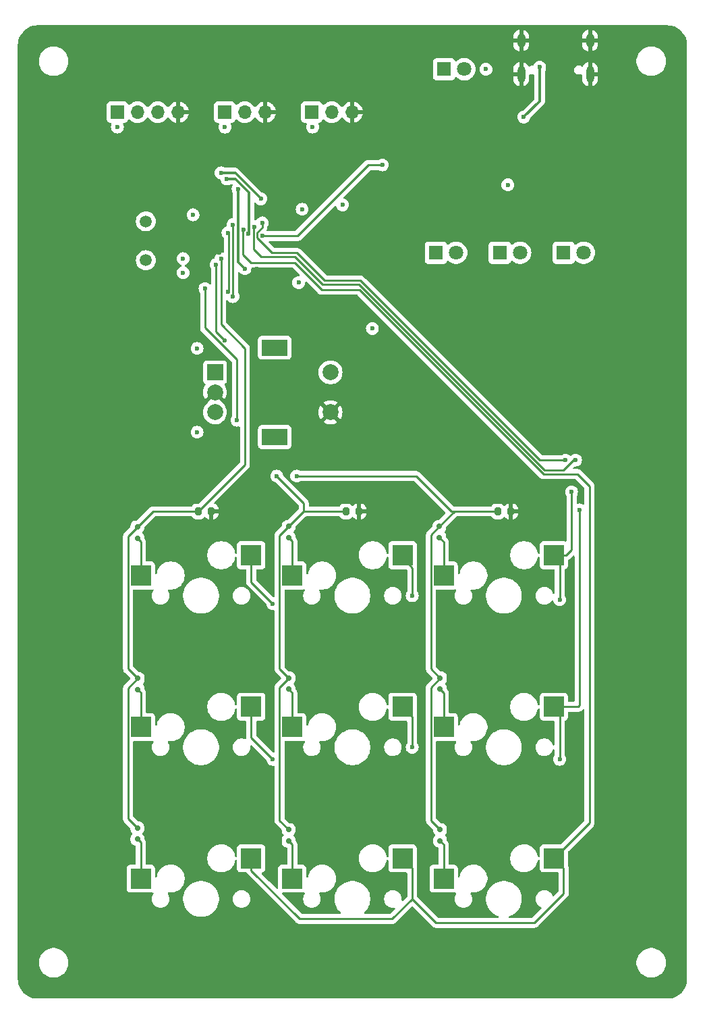
<source format=gbr>
%TF.GenerationSoftware,KiCad,Pcbnew,8.0.4*%
%TF.CreationDate,2024-10-31T19:52:33+01:00*%
%TF.ProjectId,Keyboard,4b657962-6f61-4726-942e-6b696361645f,rev?*%
%TF.SameCoordinates,Original*%
%TF.FileFunction,Copper,L4,Bot*%
%TF.FilePolarity,Positive*%
%FSLAX46Y46*%
G04 Gerber Fmt 4.6, Leading zero omitted, Abs format (unit mm)*
G04 Created by KiCad (PCBNEW 8.0.4) date 2024-10-31 19:52:33*
%MOMM*%
%LPD*%
G01*
G04 APERTURE LIST*
G04 Aperture macros list*
%AMRoundRect*
0 Rectangle with rounded corners*
0 $1 Rounding radius*
0 $2 $3 $4 $5 $6 $7 $8 $9 X,Y pos of 4 corners*
0 Add a 4 corners polygon primitive as box body*
4,1,4,$2,$3,$4,$5,$6,$7,$8,$9,$2,$3,0*
0 Add four circle primitives for the rounded corners*
1,1,$1+$1,$2,$3*
1,1,$1+$1,$4,$5*
1,1,$1+$1,$6,$7*
1,1,$1+$1,$8,$9*
0 Add four rect primitives between the rounded corners*
20,1,$1+$1,$2,$3,$4,$5,0*
20,1,$1+$1,$4,$5,$6,$7,0*
20,1,$1+$1,$6,$7,$8,$9,0*
20,1,$1+$1,$8,$9,$2,$3,0*%
G04 Aperture macros list end*
%TA.AperFunction,ComponentPad*%
%ADD10C,1.800000*%
%TD*%
%TA.AperFunction,ComponentPad*%
%ADD11R,1.800000X1.800000*%
%TD*%
%TA.AperFunction,ComponentPad*%
%ADD12O,1.700000X1.700000*%
%TD*%
%TA.AperFunction,ComponentPad*%
%ADD13R,1.700000X1.700000*%
%TD*%
%TA.AperFunction,ComponentPad*%
%ADD14C,2.000000*%
%TD*%
%TA.AperFunction,ComponentPad*%
%ADD15R,3.200000X2.000000*%
%TD*%
%TA.AperFunction,ComponentPad*%
%ADD16R,2.000000X2.000000*%
%TD*%
%TA.AperFunction,SMDPad,CuDef*%
%ADD17R,2.550000X2.500000*%
%TD*%
%TA.AperFunction,ComponentPad*%
%ADD18C,1.500000*%
%TD*%
%TA.AperFunction,ComponentPad*%
%ADD19O,1.000000X1.800000*%
%TD*%
%TA.AperFunction,ComponentPad*%
%ADD20O,1.000000X2.100000*%
%TD*%
%TA.AperFunction,SMDPad,CuDef*%
%ADD21RoundRect,0.150000X0.200000X-0.150000X0.200000X0.150000X-0.200000X0.150000X-0.200000X-0.150000X0*%
%TD*%
%TA.AperFunction,SMDPad,CuDef*%
%ADD22RoundRect,0.200000X-0.200000X-0.275000X0.200000X-0.275000X0.200000X0.275000X-0.200000X0.275000X0*%
%TD*%
%TA.AperFunction,ViaPad*%
%ADD23C,0.600000*%
%TD*%
%TA.AperFunction,Conductor*%
%ADD24C,0.250000*%
%TD*%
%TA.AperFunction,Conductor*%
%ADD25C,0.300000*%
%TD*%
G04 APERTURE END LIST*
D10*
%TO.P,D6,2,A*%
%TO.N,+3V3*%
X125515000Y-106000000D03*
D11*
%TO.P,D6,1,K*%
%TO.N,Net-(D6-K)*%
X122975000Y-106000000D03*
%TD*%
D10*
%TO.P,D5,2,A*%
%TO.N,+3V3*%
X133540000Y-106000000D03*
D11*
%TO.P,D5,1,K*%
%TO.N,Net-(D5-K)*%
X131000000Y-106000000D03*
%TD*%
%TO.P,D4,1,K*%
%TO.N,Net-(D4-K)*%
X139000000Y-106000000D03*
D10*
%TO.P,D4,2,A*%
%TO.N,+3V3*%
X141540000Y-106000000D03*
%TD*%
D12*
%TO.P,J3,3,Pin_3*%
%TO.N,GND*%
X112462000Y-88375000D03*
%TO.P,J3,2,Pin_2*%
%TO.N,Net-(J3-Pin_2)*%
X109922000Y-88375000D03*
D13*
%TO.P,J3,1,Pin_1*%
%TO.N,+3V3*%
X107382000Y-88375000D03*
%TD*%
D12*
%TO.P,J2,3,Pin_3*%
%TO.N,GND*%
X101540000Y-88375000D03*
%TO.P,J2,2,Pin_2*%
%TO.N,Net-(J2-Pin_2)*%
X99000000Y-88375000D03*
D13*
%TO.P,J2,1,Pin_1*%
%TO.N,+3V3*%
X96460000Y-88375000D03*
%TD*%
D14*
%TO.P,SW77,S2,S2*%
%TO.N,Net-(D77-A)*%
X109750000Y-121000000D03*
%TO.P,SW77,S1,S1*%
%TO.N,GND*%
X109750000Y-126000000D03*
D15*
%TO.P,SW77,MP*%
%TO.N,N/C*%
X102750000Y-129100000D03*
X102750000Y-117900000D03*
D14*
%TO.P,SW77,C,C*%
%TO.N,GND*%
X95250000Y-123500000D03*
%TO.P,SW77,B,B*%
%TO.N,Net-(D78-A)*%
X95250000Y-126000000D03*
D16*
%TO.P,SW77,A,A*%
%TO.N,Net-(D79-A)*%
X95250000Y-121000000D03*
%TD*%
D17*
%TO.P,SW1,2,2*%
%TO.N,Net-(D1-A)*%
X85940000Y-146460000D03*
%TO.P,SW1,1,1*%
%TO.N,/row0*%
X99790000Y-143920000D03*
%TD*%
%TO.P,SW32,2,2*%
%TO.N,Net-(D32-A)*%
X104940000Y-184460000D03*
%TO.P,SW32,1,1*%
%TO.N,/row2*%
X118790000Y-181920000D03*
%TD*%
%TO.P,SW18,2,2*%
%TO.N,Net-(D18-A)*%
X123940000Y-165460000D03*
%TO.P,SW18,1,1*%
%TO.N,/row1*%
X137790000Y-162920000D03*
%TD*%
%TO.P,SW16,2,2*%
%TO.N,Net-(D16-A)*%
X85940000Y-165460000D03*
%TO.P,SW16,1,1*%
%TO.N,/row1*%
X99790000Y-162920000D03*
%TD*%
%TO.P,SW17,2,2*%
%TO.N,Net-(D17-A)*%
X104940000Y-165460000D03*
%TO.P,SW17,1,1*%
%TO.N,/row1*%
X118790000Y-162920000D03*
%TD*%
%TO.P,SW3,2,2*%
%TO.N,Net-(D3-A)*%
X123940000Y-146460000D03*
%TO.P,SW3,1,1*%
%TO.N,/row0*%
X137790000Y-143920000D03*
%TD*%
D10*
%TO.P,D76,2,A*%
%TO.N,+3V3*%
X126540000Y-83000000D03*
D11*
%TO.P,D76,1,K*%
%TO.N,Net-(D76-K)*%
X124000000Y-83000000D03*
%TD*%
D18*
%TO.P,Y1,2,2*%
%TO.N,Net-(U1-PD0)*%
X86566000Y-102062000D03*
%TO.P,Y1,1,1*%
%TO.N,Net-(U1-PD1)*%
X86566000Y-106942000D03*
%TD*%
D17*
%TO.P,SW31,2,2*%
%TO.N,Net-(D31-A)*%
X85940000Y-184460000D03*
%TO.P,SW31,1,1*%
%TO.N,/row2*%
X99790000Y-181920000D03*
%TD*%
%TO.P,SW33,2,2*%
%TO.N,Net-(D33-A)*%
X123940000Y-184460000D03*
%TO.P,SW33,1,1*%
%TO.N,/row2*%
X137790000Y-181920000D03*
%TD*%
D19*
%TO.P,J1,S1,SHIELD*%
%TO.N,GND*%
X133680000Y-79425000D03*
D20*
X133680000Y-83605000D03*
D19*
X142320000Y-79425000D03*
D20*
X142320000Y-83605000D03*
%TD*%
D17*
%TO.P,SW2,2,2*%
%TO.N,Net-(D2-A)*%
X104940000Y-146460000D03*
%TO.P,SW2,1,1*%
%TO.N,/row0*%
X118790000Y-143920000D03*
%TD*%
D12*
%TO.P,J4,4,Pin_4*%
%TO.N,GND*%
X90613000Y-88375000D03*
%TO.P,J4,3,Pin_3*%
%TO.N,/SWDCLK*%
X88073000Y-88375000D03*
%TO.P,J4,2,Pin_2*%
%TO.N,/SWDIO*%
X85533000Y-88375000D03*
D13*
%TO.P,J4,1,Pin_1*%
%TO.N,+3V3*%
X82993000Y-88375000D03*
%TD*%
D21*
%TO.P,D32,2,A*%
%TO.N,Net-(D32-A)*%
X104500000Y-179720000D03*
%TO.P,D32,1,K*%
%TO.N,/col1*%
X104500000Y-178320000D03*
%TD*%
D22*
%TO.P,R6,2*%
%TO.N,GND*%
X94799000Y-138428000D03*
%TO.P,R6,1*%
%TO.N,/col0*%
X93149000Y-138428000D03*
%TD*%
D21*
%TO.P,D33,2,A*%
%TO.N,Net-(D33-A)*%
X123500000Y-179720000D03*
%TO.P,D33,1,K*%
%TO.N,/col2*%
X123500000Y-178320000D03*
%TD*%
%TO.P,D17,2,A*%
%TO.N,Net-(D17-A)*%
X104500000Y-160720000D03*
%TO.P,D17,1,K*%
%TO.N,/col1*%
X104500000Y-159320000D03*
%TD*%
%TO.P,D18,2,A*%
%TO.N,Net-(D18-A)*%
X123500000Y-160720000D03*
%TO.P,D18,1,K*%
%TO.N,/col2*%
X123500000Y-159320000D03*
%TD*%
%TO.P,D1,2,A*%
%TO.N,Net-(D1-A)*%
X85500000Y-141778000D03*
%TO.P,D1,1,K*%
%TO.N,/col0*%
X85500000Y-140378000D03*
%TD*%
%TO.P,D16,2,A*%
%TO.N,Net-(D16-A)*%
X85564000Y-160766000D03*
%TO.P,D16,1,K*%
%TO.N,/col0*%
X85564000Y-159366000D03*
%TD*%
D22*
%TO.P,R8,2*%
%TO.N,GND*%
X132391000Y-138428000D03*
%TO.P,R8,1*%
%TO.N,/col2*%
X130741000Y-138428000D03*
%TD*%
D21*
%TO.P,D3,2,A*%
%TO.N,Net-(D3-A)*%
X123410000Y-141716000D03*
%TO.P,D3,1,K*%
%TO.N,/col2*%
X123410000Y-140316000D03*
%TD*%
%TO.P,D31,2,A*%
%TO.N,Net-(D31-A)*%
X85500000Y-179500000D03*
%TO.P,D31,1,K*%
%TO.N,/col0*%
X85500000Y-178100000D03*
%TD*%
D22*
%TO.P,R7,2*%
%TO.N,GND*%
X113341000Y-138428000D03*
%TO.P,R7,1*%
%TO.N,/col1*%
X111691000Y-138428000D03*
%TD*%
D21*
%TO.P,D2,2,A*%
%TO.N,Net-(D2-A)*%
X104500000Y-141716000D03*
%TO.P,D2,1,K*%
%TO.N,/col1*%
X104500000Y-140316000D03*
%TD*%
D23*
%TO.N,GND*%
X96750000Y-124750000D03*
X146975000Y-195295000D03*
X146975000Y-188295000D03*
X146975000Y-181295000D03*
X146975000Y-174295000D03*
X146975000Y-167295000D03*
X146975000Y-160295000D03*
X146975000Y-153295000D03*
X146975000Y-146295000D03*
X146975000Y-139295000D03*
X146975000Y-132295000D03*
X146975000Y-125295000D03*
X146975000Y-118295000D03*
X146975000Y-111295000D03*
X146975000Y-104295000D03*
X146975000Y-90295000D03*
X146975000Y-83295000D03*
X139975000Y-195295000D03*
X139975000Y-188295000D03*
X139975000Y-174295000D03*
X139975000Y-167295000D03*
X139975000Y-160295000D03*
X139975000Y-153295000D03*
X139975000Y-146295000D03*
X139975000Y-125295000D03*
X139975000Y-118295000D03*
X139975000Y-104295000D03*
X132975000Y-195295000D03*
X132975000Y-174295000D03*
X132975000Y-160295000D03*
X132975000Y-153295000D03*
X132975000Y-146295000D03*
X132975000Y-132295000D03*
X132975000Y-125295000D03*
X132975000Y-118295000D03*
X132975000Y-111295000D03*
X125975000Y-195295000D03*
X125975000Y-181295000D03*
X125975000Y-174295000D03*
X125975000Y-160295000D03*
X125975000Y-153295000D03*
X125975000Y-132295000D03*
X125975000Y-125295000D03*
X125975000Y-118295000D03*
X118975000Y-195295000D03*
X118975000Y-174295000D03*
X118975000Y-160295000D03*
X118975000Y-153295000D03*
X118975000Y-139295000D03*
X118975000Y-132295000D03*
X118975000Y-125295000D03*
X118975000Y-97295000D03*
X111975000Y-195295000D03*
X111975000Y-181295000D03*
X111975000Y-174295000D03*
X111975000Y-160295000D03*
X111975000Y-153295000D03*
X111975000Y-132295000D03*
X111975000Y-125295000D03*
X111975000Y-118295000D03*
X111975000Y-83295000D03*
X104975000Y-195295000D03*
X104975000Y-174295000D03*
X104975000Y-153295000D03*
X104975000Y-132295000D03*
X104975000Y-125295000D03*
X104975000Y-97295000D03*
X104975000Y-90295000D03*
X104975000Y-83295000D03*
X97975000Y-195295000D03*
X97975000Y-174295000D03*
X97975000Y-160295000D03*
X97975000Y-153295000D03*
X97975000Y-146295000D03*
X97975000Y-139295000D03*
X97975000Y-83295000D03*
X90975000Y-195295000D03*
X90975000Y-181295000D03*
X90975000Y-174295000D03*
X90975000Y-160295000D03*
X90975000Y-153295000D03*
X90975000Y-132295000D03*
X90975000Y-97295000D03*
X90975000Y-90295000D03*
X90975000Y-83295000D03*
X83975000Y-195295000D03*
X83975000Y-188295000D03*
X83975000Y-181295000D03*
X83975000Y-139295000D03*
X83975000Y-132295000D03*
X83975000Y-125295000D03*
X83975000Y-118295000D03*
X83975000Y-111295000D03*
X83975000Y-97295000D03*
X83975000Y-83295000D03*
X76975000Y-188295000D03*
X76975000Y-181295000D03*
X76975000Y-174295000D03*
X76975000Y-167295000D03*
X76975000Y-160295000D03*
X76975000Y-153295000D03*
X76975000Y-146295000D03*
X76975000Y-139295000D03*
X76975000Y-132295000D03*
X76975000Y-125295000D03*
X76975000Y-118295000D03*
X76975000Y-111295000D03*
X76975000Y-104295000D03*
X76975000Y-97295000D03*
X76975000Y-90295000D03*
X149000000Y-115750000D03*
X147250000Y-97500000D03*
X148500000Y-86750000D03*
X86750000Y-104500000D03*
X83750000Y-104500000D03*
X110000000Y-128000000D03*
X87500000Y-123750000D03*
X93250000Y-123500000D03*
X119000000Y-118000000D03*
X132000000Y-95500000D03*
X141250000Y-88750000D03*
X143500000Y-90750000D03*
X134500000Y-85250000D03*
X141250000Y-85500000D03*
X140000000Y-79500000D03*
X135500000Y-79500000D03*
X118250000Y-84750000D03*
X118250000Y-81250000D03*
X114250000Y-88500000D03*
X103250000Y-88500000D03*
X92500000Y-88500000D03*
X80250000Y-105750000D03*
X80250000Y-103500000D03*
X88750000Y-102500000D03*
X88750000Y-105750000D03*
X88750000Y-107500000D03*
X88750000Y-109250000D03*
X90250000Y-110750000D03*
X103500000Y-102750000D03*
X100500000Y-108000000D03*
X100500000Y-110250000D03*
X95750000Y-106000000D03*
X95750000Y-102250000D03*
X96000000Y-99250000D03*
X103000000Y-97250000D03*
X106250000Y-98750000D03*
X119000000Y-88500000D03*
X116000000Y-91000000D03*
X128000000Y-99750000D03*
X134500000Y-110750000D03*
X127500000Y-109750000D03*
X133750000Y-100000000D03*
X137250000Y-101500000D03*
%TO.N,/row0*%
X140000000Y-136000000D03*
X139250000Y-132000000D03*
%TO.N,/row1*%
X140500000Y-132000000D03*
X141000000Y-138250000D03*
X100150000Y-102750000D03*
%TO.N,/row2*%
X98800000Y-103133884D03*
%TO.N,/row0*%
X101175001Y-102262174D03*
%TO.N,/col2*%
X105500000Y-134000000D03*
X98000000Y-127000000D03*
X94000000Y-110500000D03*
%TO.N,/col1*%
X96500000Y-117000000D03*
X95375000Y-107500000D03*
X103000000Y-134000000D03*
%TO.N,/col0*%
X96000000Y-106779635D03*
%TO.N,/row0*%
X120000000Y-149000000D03*
X138500000Y-149500000D03*
X102500000Y-150000000D03*
%TO.N,/row1*%
X120000000Y-168000000D03*
X138500000Y-169500000D03*
X102500000Y-169500000D03*
%TO.N,GND*%
X85500000Y-128500000D03*
X86500000Y-119500000D03*
%TO.N,/rot_B*%
X96875000Y-110875000D03*
X96875000Y-103500000D03*
%TO.N,/rot_A*%
X97500000Y-102500000D03*
X97500000Y-111500000D03*
%TO.N,+3V3*%
X93000000Y-128500000D03*
X93000000Y-118000000D03*
X115000000Y-115500000D03*
X105750000Y-109750000D03*
X111250000Y-100000000D03*
%TO.N,/Reset*%
X116250000Y-95000000D03*
X101180789Y-103908245D03*
%TO.N,+3V3*%
X106183500Y-100566500D03*
X107500000Y-90250000D03*
X96500000Y-90250000D03*
X83000000Y-90250000D03*
%TO.N,/SWDCLK*%
X101000000Y-99250000D03*
X96000000Y-96000000D03*
%TO.N,/SWDIO*%
X99431510Y-103625000D03*
X96750000Y-96750000D03*
%TO.N,/Boot1*%
X99000000Y-108000000D03*
X98150000Y-98000000D03*
%TO.N,+3V3*%
X129250000Y-83000000D03*
X132000000Y-97500000D03*
%TO.N,+5V*%
X134000000Y-89000000D03*
X136000000Y-82750000D03*
%TO.N,+3V3*%
X92500000Y-101250000D03*
X91250000Y-108500000D03*
X91250000Y-106750000D03*
%TD*%
D24*
%TO.N,/row0*%
X139250000Y-132000000D02*
X136000000Y-132000000D01*
X105500000Y-106000000D02*
X102388660Y-106000000D01*
X136000000Y-132000000D02*
X113500000Y-109500000D01*
X113500000Y-109500000D02*
X109000000Y-109500000D01*
X102388660Y-106000000D02*
X100555789Y-104167129D01*
X100555789Y-103444211D02*
X101175001Y-102824999D01*
X109000000Y-109500000D02*
X105500000Y-106000000D01*
X100555789Y-104167129D02*
X100555789Y-103444211D01*
X101175001Y-102824999D02*
X101175001Y-102262174D01*
%TO.N,/row1*%
X108700000Y-109950000D02*
X105250000Y-106500000D01*
X136613604Y-133250000D02*
X113313604Y-109950000D01*
X139000000Y-133250000D02*
X136613604Y-133250000D01*
X101000000Y-106500000D02*
X100105789Y-105605789D01*
X140250000Y-132000000D02*
X139000000Y-133250000D01*
X100105789Y-105605789D02*
X100105789Y-102794211D01*
X113313604Y-109950000D02*
X108700000Y-109950000D01*
X140500000Y-132000000D02*
X140250000Y-132000000D01*
X105250000Y-106500000D02*
X101000000Y-106500000D01*
X100105789Y-102794211D02*
X100150000Y-102750000D01*
X141000000Y-138250000D02*
X141000000Y-162750000D01*
X141000000Y-162750000D02*
X140830000Y-162920000D01*
X140830000Y-162920000D02*
X137790000Y-162920000D01*
%TO.N,/row2*%
X137790000Y-181920000D02*
X142250000Y-177460000D01*
X142250000Y-177460000D02*
X142250000Y-135250000D01*
X108636396Y-110636396D02*
X105250000Y-107250000D01*
X142250000Y-135250000D02*
X140750000Y-133750000D01*
X140750000Y-133750000D02*
X136477208Y-133750000D01*
X98750000Y-106250000D02*
X98750000Y-103183884D01*
X136477208Y-133750000D02*
X113363604Y-110636396D01*
X113363604Y-110636396D02*
X108636396Y-110636396D01*
X105250000Y-107250000D02*
X99750000Y-107250000D01*
X99750000Y-107250000D02*
X98750000Y-106250000D01*
X98750000Y-103183884D02*
X98800000Y-103133884D01*
%TO.N,/row0*%
X140000000Y-136000000D02*
X140000000Y-143250000D01*
X140000000Y-143250000D02*
X139330000Y-143920000D01*
X139330000Y-143920000D02*
X137790000Y-143920000D01*
D25*
%TO.N,/SWDIO*%
X97819239Y-96750000D02*
X96750000Y-96750000D01*
X99500000Y-98430761D02*
X97819239Y-96750000D01*
X99431510Y-103625000D02*
X99500000Y-103556510D01*
X99500000Y-103556510D02*
X99500000Y-98430761D01*
D24*
%TO.N,/col2*%
X105500000Y-134000000D02*
X120500000Y-134000000D01*
X120500000Y-134000000D02*
X124928000Y-138428000D01*
X124928000Y-138428000D02*
X125500000Y-138428000D01*
%TO.N,/col0*%
X96000000Y-106779635D02*
X96000000Y-115000000D01*
X99000000Y-118000000D02*
X99000000Y-132577000D01*
X96000000Y-115000000D02*
X99000000Y-118000000D01*
X99000000Y-132577000D02*
X93149000Y-138428000D01*
%TO.N,/col2*%
X94000000Y-110500000D02*
X94000000Y-115383884D01*
X94000000Y-115383884D02*
X98000000Y-119383884D01*
X98000000Y-119383884D02*
X98000000Y-127000000D01*
%TO.N,/col1*%
X95375000Y-107500000D02*
X95375000Y-115875000D01*
X95375000Y-115875000D02*
X96500000Y-117000000D01*
X106388000Y-137388000D02*
X106388000Y-138428000D01*
X103000000Y-134000000D02*
X106388000Y-137388000D01*
%TO.N,/rot_B*%
X96875000Y-110875000D02*
X97000000Y-110750000D01*
X97000000Y-110750000D02*
X97000000Y-103625000D01*
X97000000Y-103625000D02*
X96875000Y-103500000D01*
%TO.N,/rot_A*%
X97500000Y-111500000D02*
X97500000Y-102500000D01*
%TO.N,/row0*%
X118790000Y-144290000D02*
X120000000Y-145500000D01*
X118790000Y-143920000D02*
X118790000Y-144290000D01*
X120000000Y-145500000D02*
X120000000Y-149000000D01*
X102500000Y-150000000D02*
X99790000Y-147290000D01*
X99790000Y-147290000D02*
X99790000Y-143920000D01*
X138500000Y-149500000D02*
X138500000Y-144630000D01*
X138500000Y-144630000D02*
X137790000Y-143920000D01*
%TO.N,/row1*%
X120000000Y-165000000D02*
X120000000Y-168000000D01*
X118790000Y-162920000D02*
X120000000Y-164130000D01*
X120000000Y-164130000D02*
X120000000Y-165000000D01*
X138500000Y-169500000D02*
X138500000Y-163630000D01*
X138500000Y-163630000D02*
X137790000Y-162920000D01*
X99790000Y-162920000D02*
X99790000Y-166790000D01*
X99790000Y-166790000D02*
X102500000Y-169500000D01*
%TO.N,/row2*%
X99790000Y-181920000D02*
X99790000Y-183420000D01*
X99790000Y-183420000D02*
X105870000Y-189500000D01*
X105870000Y-189500000D02*
X117500000Y-189500000D01*
X117500000Y-189500000D02*
X120000000Y-187000000D01*
X137790000Y-181920000D02*
X139000000Y-183130000D01*
X139000000Y-183130000D02*
X139000000Y-186313684D01*
X135313684Y-190000000D02*
X123000000Y-190000000D01*
X139000000Y-186313684D02*
X135313684Y-190000000D01*
X123000000Y-190000000D02*
X120000000Y-187000000D01*
X120000000Y-187000000D02*
X120000000Y-186313684D01*
X120000000Y-186313684D02*
X120000000Y-183130000D01*
X120000000Y-183130000D02*
X118790000Y-181920000D01*
%TO.N,/Reset*%
X101180789Y-103908245D02*
X105591755Y-103908245D01*
X105591755Y-103908245D02*
X114500000Y-95000000D01*
X114500000Y-95000000D02*
X116250000Y-95000000D01*
D25*
%TO.N,/SWDCLK*%
X101000000Y-99223655D02*
X101000000Y-99250000D01*
X97776345Y-96000000D02*
X101000000Y-99223655D01*
X96000000Y-96000000D02*
X97776345Y-96000000D01*
%TO.N,/Boot1*%
X98150000Y-98000000D02*
X98150000Y-107150000D01*
X98150000Y-107150000D02*
X99000000Y-108000000D01*
%TO.N,+5V*%
X136000000Y-87000000D02*
X134000000Y-89000000D01*
X136000000Y-82750000D02*
X136000000Y-87000000D01*
D24*
%TO.N,/col1*%
X111691000Y-138428000D02*
X106388000Y-138428000D01*
X106388000Y-138428000D02*
X104500000Y-140316000D01*
%TO.N,/col0*%
X93149000Y-138428000D02*
X87450000Y-138428000D01*
X87450000Y-138428000D02*
X85500000Y-140378000D01*
%TO.N,/col2*%
X130741000Y-138428000D02*
X125298000Y-138428000D01*
X125298000Y-138428000D02*
X123410000Y-140316000D01*
X123500000Y-159320000D02*
X122340000Y-160480000D01*
X122340000Y-160480000D02*
X122340000Y-177160000D01*
X122340000Y-177160000D02*
X123500000Y-178320000D01*
X123410000Y-140316000D02*
X122340000Y-141386000D01*
X122340000Y-141386000D02*
X122340000Y-158160000D01*
X122340000Y-158160000D02*
X123500000Y-159320000D01*
%TO.N,/col1*%
X104500000Y-159320000D02*
X103340000Y-160480000D01*
X103340000Y-160480000D02*
X103340000Y-177160000D01*
X103340000Y-177160000D02*
X104500000Y-178320000D01*
X104500000Y-140316000D02*
X103340000Y-141476000D01*
X103340000Y-158160000D02*
X104500000Y-159320000D01*
X103340000Y-141476000D02*
X103340000Y-158160000D01*
%TO.N,/col0*%
X85564000Y-159366000D02*
X84340000Y-160590000D01*
X84340000Y-160590000D02*
X84340000Y-176940000D01*
X84340000Y-176940000D02*
X85500000Y-178100000D01*
X85500000Y-140378000D02*
X84340000Y-141538000D01*
X84340000Y-141538000D02*
X84340000Y-158142000D01*
X84340000Y-158142000D02*
X85564000Y-159366000D01*
%TO.N,Net-(D1-A)*%
X85940000Y-146460000D02*
X85940000Y-142218000D01*
X85940000Y-142218000D02*
X85500000Y-141778000D01*
%TO.N,Net-(D2-A)*%
X104940000Y-146460000D02*
X104940000Y-142156000D01*
X104940000Y-142156000D02*
X104500000Y-141716000D01*
%TO.N,Net-(D3-A)*%
X123940000Y-146460000D02*
X123940000Y-142246000D01*
X123940000Y-142246000D02*
X123410000Y-141716000D01*
%TO.N,Net-(D31-A)*%
X85940000Y-184460000D02*
X85940000Y-179940000D01*
X85940000Y-179940000D02*
X85500000Y-179500000D01*
%TO.N,Net-(D32-A)*%
X104940000Y-184460000D02*
X104940000Y-180160000D01*
X104940000Y-180160000D02*
X104500000Y-179720000D01*
%TO.N,Net-(D33-A)*%
X123940000Y-184460000D02*
X123940000Y-180160000D01*
X123940000Y-180160000D02*
X123500000Y-179720000D01*
%TO.N,Net-(D18-A)*%
X123940000Y-165460000D02*
X123940000Y-161160000D01*
X123940000Y-161160000D02*
X123500000Y-160720000D01*
%TO.N,Net-(D17-A)*%
X104940000Y-165460000D02*
X104940000Y-161160000D01*
X104940000Y-161160000D02*
X104500000Y-160720000D01*
%TO.N,Net-(D16-A)*%
X85940000Y-165460000D02*
X85940000Y-161142000D01*
X85940000Y-161142000D02*
X85564000Y-160766000D01*
%TD*%
%TA.AperFunction,Conductor*%
%TO.N,GND*%
G36*
X152003736Y-77500726D02*
G01*
X152293796Y-77518271D01*
X152308659Y-77520076D01*
X152590798Y-77571780D01*
X152605335Y-77575363D01*
X152879172Y-77660695D01*
X152893163Y-77666000D01*
X153154743Y-77783727D01*
X153167989Y-77790680D01*
X153413465Y-77939075D01*
X153425776Y-77947573D01*
X153573656Y-78063429D01*
X153651573Y-78124473D01*
X153662781Y-78134403D01*
X153865596Y-78337218D01*
X153875526Y-78348426D01*
X154034489Y-78551328D01*
X154052422Y-78574217D01*
X154060928Y-78586540D01*
X154209316Y-78832004D01*
X154216275Y-78845263D01*
X154333997Y-79106831D01*
X154339306Y-79120832D01*
X154424635Y-79394663D01*
X154428219Y-79409201D01*
X154479923Y-79691340D01*
X154481728Y-79706205D01*
X154499274Y-79996263D01*
X154499500Y-80003750D01*
X154499500Y-196996249D01*
X154499274Y-197003736D01*
X154481728Y-197293794D01*
X154479923Y-197308659D01*
X154428219Y-197590798D01*
X154424635Y-197605336D01*
X154339306Y-197879167D01*
X154333997Y-197893168D01*
X154216275Y-198154736D01*
X154209316Y-198167995D01*
X154060928Y-198413459D01*
X154052422Y-198425782D01*
X153875526Y-198651573D01*
X153865596Y-198662781D01*
X153662781Y-198865596D01*
X153651573Y-198875526D01*
X153425782Y-199052422D01*
X153413459Y-199060928D01*
X153167995Y-199209316D01*
X153154736Y-199216275D01*
X152893168Y-199333997D01*
X152879167Y-199339306D01*
X152605336Y-199424635D01*
X152590798Y-199428219D01*
X152308659Y-199479923D01*
X152293794Y-199481728D01*
X152003736Y-199499274D01*
X151996249Y-199499500D01*
X73003751Y-199499500D01*
X72996264Y-199499274D01*
X72706205Y-199481728D01*
X72691340Y-199479923D01*
X72409201Y-199428219D01*
X72394663Y-199424635D01*
X72120832Y-199339306D01*
X72106831Y-199333997D01*
X71845263Y-199216275D01*
X71832004Y-199209316D01*
X71586540Y-199060928D01*
X71574217Y-199052422D01*
X71348426Y-198875526D01*
X71337218Y-198865596D01*
X71134403Y-198662781D01*
X71124473Y-198651573D01*
X70947573Y-198425776D01*
X70939075Y-198413465D01*
X70790680Y-198167989D01*
X70783727Y-198154743D01*
X70666000Y-197893163D01*
X70660693Y-197879167D01*
X70575364Y-197605336D01*
X70571780Y-197590798D01*
X70520076Y-197308659D01*
X70518271Y-197293794D01*
X70500726Y-197003736D01*
X70500500Y-196996249D01*
X70500500Y-194878711D01*
X73149500Y-194878711D01*
X73149500Y-195121288D01*
X73181161Y-195361785D01*
X73243947Y-195596104D01*
X73336773Y-195820205D01*
X73336776Y-195820212D01*
X73458064Y-196030289D01*
X73458066Y-196030292D01*
X73458067Y-196030293D01*
X73605733Y-196222736D01*
X73605739Y-196222743D01*
X73777256Y-196394260D01*
X73777262Y-196394265D01*
X73969711Y-196541936D01*
X74179788Y-196663224D01*
X74403900Y-196756054D01*
X74638211Y-196818838D01*
X74818586Y-196842584D01*
X74878711Y-196850500D01*
X74878712Y-196850500D01*
X75121289Y-196850500D01*
X75169388Y-196844167D01*
X75361789Y-196818838D01*
X75596100Y-196756054D01*
X75820212Y-196663224D01*
X76030289Y-196541936D01*
X76222738Y-196394265D01*
X76394265Y-196222738D01*
X76541936Y-196030289D01*
X76663224Y-195820212D01*
X76756054Y-195596100D01*
X76818838Y-195361789D01*
X76850500Y-195121288D01*
X76850500Y-194878712D01*
X76850500Y-194878711D01*
X148149500Y-194878711D01*
X148149500Y-195121288D01*
X148181161Y-195361785D01*
X148243947Y-195596104D01*
X148336773Y-195820205D01*
X148336776Y-195820212D01*
X148458064Y-196030289D01*
X148458066Y-196030292D01*
X148458067Y-196030293D01*
X148605733Y-196222736D01*
X148605739Y-196222743D01*
X148777256Y-196394260D01*
X148777262Y-196394265D01*
X148969711Y-196541936D01*
X149179788Y-196663224D01*
X149403900Y-196756054D01*
X149638211Y-196818838D01*
X149818586Y-196842584D01*
X149878711Y-196850500D01*
X149878712Y-196850500D01*
X150121289Y-196850500D01*
X150169388Y-196844167D01*
X150361789Y-196818838D01*
X150596100Y-196756054D01*
X150820212Y-196663224D01*
X151030289Y-196541936D01*
X151222738Y-196394265D01*
X151394265Y-196222738D01*
X151541936Y-196030289D01*
X151663224Y-195820212D01*
X151756054Y-195596100D01*
X151818838Y-195361789D01*
X151850500Y-195121288D01*
X151850500Y-194878712D01*
X151818838Y-194638211D01*
X151756054Y-194403900D01*
X151663224Y-194179788D01*
X151541936Y-193969711D01*
X151394265Y-193777262D01*
X151394260Y-193777256D01*
X151222743Y-193605739D01*
X151222736Y-193605733D01*
X151030293Y-193458067D01*
X151030292Y-193458066D01*
X151030289Y-193458064D01*
X150820212Y-193336776D01*
X150820205Y-193336773D01*
X150596104Y-193243947D01*
X150361785Y-193181161D01*
X150121289Y-193149500D01*
X150121288Y-193149500D01*
X149878712Y-193149500D01*
X149878711Y-193149500D01*
X149638214Y-193181161D01*
X149403895Y-193243947D01*
X149179794Y-193336773D01*
X149179785Y-193336777D01*
X148969706Y-193458067D01*
X148777263Y-193605733D01*
X148777256Y-193605739D01*
X148605739Y-193777256D01*
X148605733Y-193777263D01*
X148458067Y-193969706D01*
X148336777Y-194179785D01*
X148336773Y-194179794D01*
X148243947Y-194403895D01*
X148181161Y-194638214D01*
X148149500Y-194878711D01*
X76850500Y-194878711D01*
X76818838Y-194638211D01*
X76756054Y-194403900D01*
X76663224Y-194179788D01*
X76541936Y-193969711D01*
X76394265Y-193777262D01*
X76394260Y-193777256D01*
X76222743Y-193605739D01*
X76222736Y-193605733D01*
X76030293Y-193458067D01*
X76030292Y-193458066D01*
X76030289Y-193458064D01*
X75820212Y-193336776D01*
X75820205Y-193336773D01*
X75596104Y-193243947D01*
X75361785Y-193181161D01*
X75121289Y-193149500D01*
X75121288Y-193149500D01*
X74878712Y-193149500D01*
X74878711Y-193149500D01*
X74638214Y-193181161D01*
X74403895Y-193243947D01*
X74179794Y-193336773D01*
X74179785Y-193336777D01*
X73969706Y-193458067D01*
X73777263Y-193605733D01*
X73777256Y-193605739D01*
X73605739Y-193777256D01*
X73605733Y-193777263D01*
X73458067Y-193969706D01*
X73336777Y-194179785D01*
X73336773Y-194179794D01*
X73243947Y-194403895D01*
X73181161Y-194638214D01*
X73149500Y-194878711D01*
X70500500Y-194878711D01*
X70500500Y-141476389D01*
X83714500Y-141476389D01*
X83714500Y-158203610D01*
X83726518Y-158264029D01*
X83736543Y-158314427D01*
X83738537Y-158324453D01*
X83745993Y-158342453D01*
X83785684Y-158438278D01*
X83785687Y-158438285D01*
X83797717Y-158456287D01*
X83797718Y-158456289D01*
X83854140Y-158540731D01*
X83854141Y-158540732D01*
X83854142Y-158540733D01*
X83941267Y-158627858D01*
X83941268Y-158627858D01*
X83948335Y-158634925D01*
X83948334Y-158634925D01*
X83948337Y-158634927D01*
X84591729Y-159278319D01*
X84625213Y-159339641D01*
X84620229Y-159409333D01*
X84591728Y-159453680D01*
X84173547Y-159871862D01*
X83941269Y-160104140D01*
X83941267Y-160104142D01*
X83912919Y-160132490D01*
X83854142Y-160191266D01*
X83839769Y-160212776D01*
X83825493Y-160234143D01*
X83785688Y-160293714D01*
X83785686Y-160293717D01*
X83785685Y-160293719D01*
X83760054Y-160355601D01*
X83760054Y-160355602D01*
X83738538Y-160407545D01*
X83738535Y-160407555D01*
X83714500Y-160528389D01*
X83714500Y-177001611D01*
X83738535Y-177122444D01*
X83738540Y-177122461D01*
X83785685Y-177236281D01*
X83785688Y-177236286D01*
X83813258Y-177277546D01*
X83813259Y-177277549D01*
X83813260Y-177277549D01*
X83854140Y-177338731D01*
X83854141Y-177338732D01*
X83854142Y-177338733D01*
X83941267Y-177425858D01*
X83941268Y-177425858D01*
X83948335Y-177432925D01*
X83948334Y-177432925D01*
X83948338Y-177432928D01*
X84613181Y-178097771D01*
X84646666Y-178159094D01*
X84649500Y-178185452D01*
X84649500Y-178315701D01*
X84652401Y-178352567D01*
X84652402Y-178352573D01*
X84698254Y-178510393D01*
X84698255Y-178510396D01*
X84781917Y-178651862D01*
X84781923Y-178651870D01*
X84842372Y-178712319D01*
X84875857Y-178773642D01*
X84870873Y-178843334D01*
X84842372Y-178887681D01*
X84781923Y-178948129D01*
X84781917Y-178948137D01*
X84698255Y-179089603D01*
X84698254Y-179089606D01*
X84652402Y-179247426D01*
X84652401Y-179247432D01*
X84649500Y-179284298D01*
X84649500Y-179715701D01*
X84652401Y-179752567D01*
X84652402Y-179752573D01*
X84698254Y-179910393D01*
X84698255Y-179910396D01*
X84781917Y-180051862D01*
X84781923Y-180051870D01*
X84898129Y-180168076D01*
X84898133Y-180168079D01*
X84898135Y-180168081D01*
X85039602Y-180251744D01*
X85064033Y-180258842D01*
X85197426Y-180297597D01*
X85197429Y-180297597D01*
X85197431Y-180297598D01*
X85199034Y-180297724D01*
X85200225Y-180297818D01*
X85201687Y-180298375D01*
X85203667Y-180298737D01*
X85203599Y-180299104D01*
X85265514Y-180322700D01*
X85306987Y-180378929D01*
X85314500Y-180421436D01*
X85314500Y-182585500D01*
X85294815Y-182652539D01*
X85242011Y-182698294D01*
X85190500Y-182709500D01*
X84617129Y-182709500D01*
X84617123Y-182709501D01*
X84557516Y-182715908D01*
X84422671Y-182766202D01*
X84422664Y-182766206D01*
X84307455Y-182852452D01*
X84307452Y-182852455D01*
X84221206Y-182967664D01*
X84221202Y-182967671D01*
X84170908Y-183102517D01*
X84164501Y-183162116D01*
X84164501Y-183162123D01*
X84164500Y-183162135D01*
X84164500Y-185757870D01*
X84164501Y-185757876D01*
X84170908Y-185817483D01*
X84221202Y-185952328D01*
X84221206Y-185952335D01*
X84307452Y-186067544D01*
X84307455Y-186067547D01*
X84422664Y-186153793D01*
X84422671Y-186153797D01*
X84557517Y-186204091D01*
X84557516Y-186204091D01*
X84564444Y-186204835D01*
X84617127Y-186210500D01*
X87262872Y-186210499D01*
X87322483Y-186204091D01*
X87368237Y-186187025D01*
X87437926Y-186182040D01*
X87499250Y-186215525D01*
X87532736Y-186276847D01*
X87527752Y-186346539D01*
X87511889Y-186376091D01*
X87477999Y-186422737D01*
X87399291Y-186577208D01*
X87399290Y-186577211D01*
X87345720Y-186742086D01*
X87318600Y-186913312D01*
X87318600Y-187086687D01*
X87345720Y-187257913D01*
X87399290Y-187422788D01*
X87399291Y-187422791D01*
X87477998Y-187577260D01*
X87579899Y-187717514D01*
X87702486Y-187840101D01*
X87842740Y-187942002D01*
X87902146Y-187972271D01*
X87997208Y-188020708D01*
X87997211Y-188020709D01*
X88079648Y-188047494D01*
X88162088Y-188074280D01*
X88241391Y-188086840D01*
X88333313Y-188101400D01*
X88333318Y-188101400D01*
X88506687Y-188101400D01*
X88589695Y-188088252D01*
X88677912Y-188074280D01*
X88842791Y-188020708D01*
X88997260Y-187942002D01*
X89137514Y-187840101D01*
X89260101Y-187717514D01*
X89362002Y-187577260D01*
X89440708Y-187422791D01*
X89494280Y-187257912D01*
X89515737Y-187122438D01*
X89521400Y-187086687D01*
X89521400Y-186913312D01*
X89511831Y-186852900D01*
X91255600Y-186852900D01*
X91255600Y-187147099D01*
X91255601Y-187147116D01*
X91270187Y-187257912D01*
X91294002Y-187438800D01*
X91346925Y-187636312D01*
X91370152Y-187722994D01*
X91482734Y-187994794D01*
X91482742Y-187994810D01*
X91629840Y-188249589D01*
X91629851Y-188249605D01*
X91808948Y-188483009D01*
X91808954Y-188483016D01*
X92016983Y-188691045D01*
X92016990Y-188691051D01*
X92150940Y-188793834D01*
X92250403Y-188870155D01*
X92250410Y-188870159D01*
X92505189Y-189017257D01*
X92505205Y-189017265D01*
X92777005Y-189129847D01*
X92777007Y-189129847D01*
X92777013Y-189129850D01*
X93061200Y-189205998D01*
X93352894Y-189244400D01*
X93352901Y-189244400D01*
X93647099Y-189244400D01*
X93647106Y-189244400D01*
X93938800Y-189205998D01*
X94222987Y-189129850D01*
X94296318Y-189099475D01*
X94494794Y-189017265D01*
X94494797Y-189017263D01*
X94494803Y-189017261D01*
X94749597Y-188870155D01*
X94983011Y-188691050D01*
X95191050Y-188483011D01*
X95370155Y-188249597D01*
X95517261Y-187994803D01*
X95538400Y-187943770D01*
X95629847Y-187722994D01*
X95629846Y-187722994D01*
X95629850Y-187722987D01*
X95705998Y-187438800D01*
X95744400Y-187147106D01*
X95744400Y-186913312D01*
X97478600Y-186913312D01*
X97478600Y-187086687D01*
X97505720Y-187257913D01*
X97559290Y-187422788D01*
X97559291Y-187422791D01*
X97637998Y-187577260D01*
X97739899Y-187717514D01*
X97862486Y-187840101D01*
X98002740Y-187942002D01*
X98062146Y-187972271D01*
X98157208Y-188020708D01*
X98157211Y-188020709D01*
X98239648Y-188047494D01*
X98322088Y-188074280D01*
X98401391Y-188086840D01*
X98493313Y-188101400D01*
X98493318Y-188101400D01*
X98666687Y-188101400D01*
X98749695Y-188088252D01*
X98837912Y-188074280D01*
X99002791Y-188020708D01*
X99157260Y-187942002D01*
X99297514Y-187840101D01*
X99420101Y-187717514D01*
X99522002Y-187577260D01*
X99600708Y-187422791D01*
X99654280Y-187257912D01*
X99675737Y-187122438D01*
X99681400Y-187086687D01*
X99681400Y-186913312D01*
X99663380Y-186799542D01*
X99654280Y-186742088D01*
X99626695Y-186657189D01*
X99600709Y-186577211D01*
X99600708Y-186577208D01*
X99522001Y-186422739D01*
X99420101Y-186282486D01*
X99297514Y-186159899D01*
X99157260Y-186057998D01*
X99149243Y-186053913D01*
X99002791Y-185979291D01*
X99002788Y-185979290D01*
X98837913Y-185925720D01*
X98666687Y-185898600D01*
X98666682Y-185898600D01*
X98493318Y-185898600D01*
X98493313Y-185898600D01*
X98322086Y-185925720D01*
X98157211Y-185979290D01*
X98157208Y-185979291D01*
X98002739Y-186057998D01*
X97971405Y-186080764D01*
X97862486Y-186159899D01*
X97862484Y-186159901D01*
X97862483Y-186159901D01*
X97739901Y-186282483D01*
X97739901Y-186282484D01*
X97739899Y-186282486D01*
X97709231Y-186324697D01*
X97637998Y-186422739D01*
X97559291Y-186577208D01*
X97559290Y-186577211D01*
X97505720Y-186742086D01*
X97478600Y-186913312D01*
X95744400Y-186913312D01*
X95744400Y-186852894D01*
X95705998Y-186561200D01*
X95629850Y-186277013D01*
X95629847Y-186277005D01*
X95517265Y-186005205D01*
X95517257Y-186005189D01*
X95370159Y-185750410D01*
X95370155Y-185750403D01*
X95267531Y-185616661D01*
X95191051Y-185516990D01*
X95191045Y-185516983D01*
X94983016Y-185308954D01*
X94983009Y-185308948D01*
X94749605Y-185129851D01*
X94749603Y-185129849D01*
X94749597Y-185129845D01*
X94749592Y-185129842D01*
X94749589Y-185129840D01*
X94494810Y-184982742D01*
X94494794Y-184982734D01*
X94222994Y-184870152D01*
X93969544Y-184802240D01*
X93938800Y-184794002D01*
X93938799Y-184794001D01*
X93938796Y-184794001D01*
X93647116Y-184755601D01*
X93647111Y-184755600D01*
X93647106Y-184755600D01*
X93352894Y-184755600D01*
X93352888Y-184755600D01*
X93352883Y-184755601D01*
X93061203Y-184794001D01*
X92777005Y-184870152D01*
X92505205Y-184982734D01*
X92505189Y-184982742D01*
X92250410Y-185129840D01*
X92250394Y-185129851D01*
X92016990Y-185308948D01*
X92016983Y-185308954D01*
X91808954Y-185516983D01*
X91808948Y-185516990D01*
X91629851Y-185750394D01*
X91629840Y-185750410D01*
X91482742Y-186005189D01*
X91482734Y-186005205D01*
X91370152Y-186277005D01*
X91294001Y-186561203D01*
X91255601Y-186852883D01*
X91255600Y-186852900D01*
X89511831Y-186852900D01*
X89503380Y-186799542D01*
X89494280Y-186742088D01*
X89466695Y-186657189D01*
X89440709Y-186577211D01*
X89440708Y-186577208D01*
X89362001Y-186422738D01*
X89338580Y-186390503D01*
X89315099Y-186324697D01*
X89330924Y-186256642D01*
X89381029Y-186207947D01*
X89449507Y-186194071D01*
X89455068Y-186194675D01*
X89526586Y-186204091D01*
X89575250Y-186210498D01*
X89575266Y-186210500D01*
X89575273Y-186210500D01*
X89804727Y-186210500D01*
X89804734Y-186210500D01*
X90032238Y-186180548D01*
X90253887Y-186121158D01*
X90465888Y-186033344D01*
X90664612Y-185918611D01*
X90846661Y-185778919D01*
X90846665Y-185778914D01*
X90846670Y-185778911D01*
X91008911Y-185616670D01*
X91008914Y-185616665D01*
X91008919Y-185616661D01*
X91148611Y-185434612D01*
X91263344Y-185235888D01*
X91351158Y-185023887D01*
X91410548Y-184802238D01*
X91440500Y-184574734D01*
X91440500Y-184345266D01*
X91410548Y-184117762D01*
X91351158Y-183896113D01*
X91276671Y-183716286D01*
X91263349Y-183684123D01*
X91263346Y-183684117D01*
X91263344Y-183684112D01*
X91148611Y-183485388D01*
X91148608Y-183485385D01*
X91148607Y-183485382D01*
X91008918Y-183303338D01*
X91008911Y-183303330D01*
X90846670Y-183141089D01*
X90846661Y-183141081D01*
X90664617Y-183001392D01*
X90606210Y-182967671D01*
X90465888Y-182886656D01*
X90465876Y-182886650D01*
X90253887Y-182798842D01*
X90032238Y-182739452D01*
X89994215Y-182734446D01*
X89804741Y-182709500D01*
X89804734Y-182709500D01*
X89575266Y-182709500D01*
X89575258Y-182709500D01*
X89358715Y-182738009D01*
X89347762Y-182739452D01*
X89254076Y-182764554D01*
X89126112Y-182798842D01*
X88914123Y-182886650D01*
X88914109Y-182886657D01*
X88715382Y-183001392D01*
X88533338Y-183141081D01*
X88371081Y-183303338D01*
X88231392Y-183485382D01*
X88116657Y-183684109D01*
X88116650Y-183684123D01*
X88028842Y-183896112D01*
X87969453Y-184117759D01*
X87969451Y-184117769D01*
X87962438Y-184171036D01*
X87934171Y-184234932D01*
X87875846Y-184273402D01*
X87805981Y-184274233D01*
X87746758Y-184237160D01*
X87716980Y-184173954D01*
X87715499Y-184154849D01*
X87715499Y-183162129D01*
X87715498Y-183162123D01*
X87715497Y-183162116D01*
X87709091Y-183102517D01*
X87699447Y-183076661D01*
X87658797Y-182967671D01*
X87658793Y-182967664D01*
X87572547Y-182852455D01*
X87572544Y-182852452D01*
X87457335Y-182766206D01*
X87457328Y-182766202D01*
X87322482Y-182715908D01*
X87322483Y-182715908D01*
X87262883Y-182709501D01*
X87262881Y-182709500D01*
X87262873Y-182709500D01*
X87262865Y-182709500D01*
X86689500Y-182709500D01*
X86622461Y-182689815D01*
X86576706Y-182637011D01*
X86565500Y-182585500D01*
X86565500Y-179878393D01*
X86565499Y-179878389D01*
X86557503Y-179838190D01*
X86541463Y-179757548D01*
X86506915Y-179674142D01*
X86494312Y-179643715D01*
X86468903Y-179605689D01*
X86425858Y-179541267D01*
X86425856Y-179541264D01*
X86386819Y-179502227D01*
X86353334Y-179440904D01*
X86350500Y-179414546D01*
X86350500Y-179284313D01*
X86350499Y-179284298D01*
X86347598Y-179247432D01*
X86347597Y-179247426D01*
X86301745Y-179089606D01*
X86301744Y-179089603D01*
X86301744Y-179089602D01*
X86218081Y-178948135D01*
X86218079Y-178948133D01*
X86218076Y-178948129D01*
X86157628Y-178887681D01*
X86124143Y-178826358D01*
X86129127Y-178756666D01*
X86157628Y-178712319D01*
X86218076Y-178651870D01*
X86218081Y-178651865D01*
X86301744Y-178510398D01*
X86347598Y-178352569D01*
X86350500Y-178315694D01*
X86350500Y-177884306D01*
X86347598Y-177847431D01*
X86324558Y-177768129D01*
X86301745Y-177689606D01*
X86301744Y-177689603D01*
X86301744Y-177689602D01*
X86218081Y-177548135D01*
X86218079Y-177548133D01*
X86218076Y-177548129D01*
X86101870Y-177431923D01*
X86101862Y-177431917D01*
X85960396Y-177348255D01*
X85960393Y-177348254D01*
X85802573Y-177302402D01*
X85802567Y-177302401D01*
X85765701Y-177299500D01*
X85765694Y-177299500D01*
X85635453Y-177299500D01*
X85568414Y-177279815D01*
X85547772Y-177263181D01*
X85001819Y-176717228D01*
X84968334Y-176655905D01*
X84965500Y-176629547D01*
X84965500Y-167334499D01*
X84985185Y-167267460D01*
X85037989Y-167221705D01*
X85089500Y-167210499D01*
X87262871Y-167210499D01*
X87262872Y-167210499D01*
X87322483Y-167204091D01*
X87368237Y-167187025D01*
X87437926Y-167182040D01*
X87499250Y-167215525D01*
X87532736Y-167276847D01*
X87527752Y-167346539D01*
X87511889Y-167376091D01*
X87477999Y-167422737D01*
X87399291Y-167577208D01*
X87399290Y-167577211D01*
X87345720Y-167742086D01*
X87318600Y-167913312D01*
X87318600Y-168086687D01*
X87345720Y-168257913D01*
X87399290Y-168422788D01*
X87399291Y-168422791D01*
X87454197Y-168530548D01*
X87477998Y-168577260D01*
X87579899Y-168717514D01*
X87702486Y-168840101D01*
X87842740Y-168942002D01*
X87868535Y-168955145D01*
X87997208Y-169020708D01*
X87997211Y-169020709D01*
X88079648Y-169047494D01*
X88162088Y-169074280D01*
X88241391Y-169086840D01*
X88333313Y-169101400D01*
X88333318Y-169101400D01*
X88506687Y-169101400D01*
X88589695Y-169088252D01*
X88677912Y-169074280D01*
X88842791Y-169020708D01*
X88997260Y-168942002D01*
X89137514Y-168840101D01*
X89260101Y-168717514D01*
X89362002Y-168577260D01*
X89440708Y-168422791D01*
X89494280Y-168257912D01*
X89511831Y-168147099D01*
X89521400Y-168086687D01*
X89521400Y-167913312D01*
X89511831Y-167852900D01*
X91255600Y-167852900D01*
X91255600Y-168147099D01*
X91255601Y-168147116D01*
X91294001Y-168438796D01*
X91370152Y-168722994D01*
X91482734Y-168994794D01*
X91482742Y-168994810D01*
X91629840Y-169249589D01*
X91629851Y-169249605D01*
X91808948Y-169483009D01*
X91808954Y-169483016D01*
X92016983Y-169691045D01*
X92016989Y-169691050D01*
X92250403Y-169870155D01*
X92250410Y-169870159D01*
X92505189Y-170017257D01*
X92505205Y-170017265D01*
X92777005Y-170129847D01*
X92777007Y-170129847D01*
X92777013Y-170129850D01*
X93061200Y-170205998D01*
X93352894Y-170244400D01*
X93352901Y-170244400D01*
X93647099Y-170244400D01*
X93647106Y-170244400D01*
X93938800Y-170205998D01*
X94222987Y-170129850D01*
X94296318Y-170099475D01*
X94494794Y-170017265D01*
X94494797Y-170017263D01*
X94494803Y-170017261D01*
X94749597Y-169870155D01*
X94983011Y-169691050D01*
X95191050Y-169483011D01*
X95370155Y-169249597D01*
X95508018Y-169010811D01*
X95517257Y-168994810D01*
X95517265Y-168994794D01*
X95629847Y-168722994D01*
X95629846Y-168722994D01*
X95629850Y-168722987D01*
X95705998Y-168438800D01*
X95744400Y-168147106D01*
X95744400Y-167852894D01*
X95705998Y-167561200D01*
X95629850Y-167277013D01*
X95629847Y-167277005D01*
X95517265Y-167005205D01*
X95517257Y-167005189D01*
X95370159Y-166750410D01*
X95370155Y-166750403D01*
X95191050Y-166516989D01*
X95191045Y-166516983D01*
X94983016Y-166308954D01*
X94983009Y-166308948D01*
X94749605Y-166129851D01*
X94749603Y-166129849D01*
X94749597Y-166129845D01*
X94749592Y-166129842D01*
X94749589Y-166129840D01*
X94494810Y-165982742D01*
X94494794Y-165982734D01*
X94222994Y-165870152D01*
X93969544Y-165802240D01*
X93938800Y-165794002D01*
X93938799Y-165794001D01*
X93938796Y-165794001D01*
X93647116Y-165755601D01*
X93647111Y-165755600D01*
X93647106Y-165755600D01*
X93352894Y-165755600D01*
X93352888Y-165755600D01*
X93352883Y-165755601D01*
X93061203Y-165794001D01*
X92777005Y-165870152D01*
X92505205Y-165982734D01*
X92505189Y-165982742D01*
X92250410Y-166129840D01*
X92250394Y-166129851D01*
X92016990Y-166308948D01*
X92016983Y-166308954D01*
X91808954Y-166516983D01*
X91808948Y-166516990D01*
X91629851Y-166750394D01*
X91629840Y-166750410D01*
X91482742Y-167005189D01*
X91482734Y-167005205D01*
X91370152Y-167277005D01*
X91294001Y-167561203D01*
X91255601Y-167852883D01*
X91255600Y-167852900D01*
X89511831Y-167852900D01*
X89497067Y-167759686D01*
X89494280Y-167742088D01*
X89440708Y-167577209D01*
X89440708Y-167577208D01*
X89362001Y-167422738D01*
X89338580Y-167390503D01*
X89315099Y-167324697D01*
X89330924Y-167256642D01*
X89381029Y-167207947D01*
X89449507Y-167194071D01*
X89455068Y-167194675D01*
X89526586Y-167204091D01*
X89575250Y-167210498D01*
X89575266Y-167210500D01*
X89575273Y-167210500D01*
X89804727Y-167210500D01*
X89804734Y-167210500D01*
X90032238Y-167180548D01*
X90253887Y-167121158D01*
X90465888Y-167033344D01*
X90664612Y-166918611D01*
X90846661Y-166778919D01*
X90846665Y-166778914D01*
X90846670Y-166778911D01*
X91008911Y-166616670D01*
X91008914Y-166616665D01*
X91008919Y-166616661D01*
X91148611Y-166434612D01*
X91263344Y-166235888D01*
X91351158Y-166023887D01*
X91410548Y-165802238D01*
X91440500Y-165574734D01*
X91440500Y-165345266D01*
X91410548Y-165117762D01*
X91351158Y-164896113D01*
X91287731Y-164742987D01*
X91263349Y-164684123D01*
X91263346Y-164684117D01*
X91263344Y-164684112D01*
X91148611Y-164485388D01*
X91148608Y-164485385D01*
X91148607Y-164485382D01*
X91008918Y-164303338D01*
X91008911Y-164303330D01*
X90846670Y-164141089D01*
X90846661Y-164141081D01*
X90664617Y-164001392D01*
X90606210Y-163967671D01*
X90580620Y-163952896D01*
X90465890Y-163886657D01*
X90465876Y-163886650D01*
X90253887Y-163798842D01*
X90032238Y-163739452D01*
X89994215Y-163734446D01*
X89804741Y-163709500D01*
X89804734Y-163709500D01*
X89575266Y-163709500D01*
X89575258Y-163709500D01*
X89358715Y-163738009D01*
X89347762Y-163739452D01*
X89254076Y-163764554D01*
X89126112Y-163798842D01*
X88914123Y-163886650D01*
X88914109Y-163886657D01*
X88715382Y-164001392D01*
X88533338Y-164141081D01*
X88371081Y-164303338D01*
X88231392Y-164485382D01*
X88116657Y-164684109D01*
X88116650Y-164684123D01*
X88028842Y-164896112D01*
X87969453Y-165117759D01*
X87969451Y-165117769D01*
X87962438Y-165171036D01*
X87934171Y-165234932D01*
X87875846Y-165273402D01*
X87805981Y-165274233D01*
X87746758Y-165237160D01*
X87716980Y-165173954D01*
X87715499Y-165154849D01*
X87715499Y-164162129D01*
X87715498Y-164162123D01*
X87713236Y-164141081D01*
X87709091Y-164102517D01*
X87699447Y-164076661D01*
X87658797Y-163967671D01*
X87658793Y-163967664D01*
X87572547Y-163852455D01*
X87572544Y-163852452D01*
X87457335Y-163766206D01*
X87457328Y-163766202D01*
X87322482Y-163715908D01*
X87322483Y-163715908D01*
X87262883Y-163709501D01*
X87262881Y-163709500D01*
X87262873Y-163709500D01*
X87262865Y-163709500D01*
X86689500Y-163709500D01*
X86622461Y-163689815D01*
X86576706Y-163637011D01*
X86565500Y-163585500D01*
X86565500Y-161080389D01*
X86547267Y-160988730D01*
X86541463Y-160959548D01*
X86494311Y-160845714D01*
X86494310Y-160845713D01*
X86494307Y-160845707D01*
X86435398Y-160757544D01*
X86414520Y-160690867D01*
X86414500Y-160688653D01*
X86414500Y-160550313D01*
X86414499Y-160550298D01*
X86412775Y-160528394D01*
X86411598Y-160513431D01*
X86383985Y-160418389D01*
X86365745Y-160355606D01*
X86365744Y-160355602D01*
X86329144Y-160293714D01*
X86282081Y-160214135D01*
X86282079Y-160214133D01*
X86282076Y-160214129D01*
X86221628Y-160153681D01*
X86188143Y-160092358D01*
X86193127Y-160022666D01*
X86221628Y-159978319D01*
X86282076Y-159917870D01*
X86282081Y-159917865D01*
X86365744Y-159776398D01*
X86411598Y-159618569D01*
X86414500Y-159581694D01*
X86414500Y-159150306D01*
X86411598Y-159113431D01*
X86365744Y-158955602D01*
X86282081Y-158814135D01*
X86282079Y-158814133D01*
X86282076Y-158814129D01*
X86165870Y-158697923D01*
X86165862Y-158697917D01*
X86077834Y-158645858D01*
X86024398Y-158614256D01*
X86024397Y-158614255D01*
X86024396Y-158614255D01*
X86024393Y-158614254D01*
X85866573Y-158568402D01*
X85866567Y-158568401D01*
X85829701Y-158565500D01*
X85829694Y-158565500D01*
X85699453Y-158565500D01*
X85632414Y-158545815D01*
X85611772Y-158529181D01*
X85001819Y-157919228D01*
X84968334Y-157857905D01*
X84965500Y-157831547D01*
X84965500Y-148334499D01*
X84985185Y-148267460D01*
X85037989Y-148221705D01*
X85089500Y-148210499D01*
X87262871Y-148210499D01*
X87262872Y-148210499D01*
X87322483Y-148204091D01*
X87368237Y-148187025D01*
X87437926Y-148182040D01*
X87499250Y-148215525D01*
X87532736Y-148276847D01*
X87527752Y-148346539D01*
X87511889Y-148376091D01*
X87477999Y-148422737D01*
X87399291Y-148577208D01*
X87399290Y-148577211D01*
X87345720Y-148742086D01*
X87318600Y-148913312D01*
X87318600Y-149086687D01*
X87345720Y-149257913D01*
X87399290Y-149422788D01*
X87399291Y-149422791D01*
X87474919Y-149571218D01*
X87477998Y-149577260D01*
X87579899Y-149717514D01*
X87702486Y-149840101D01*
X87842740Y-149942002D01*
X87918502Y-149980604D01*
X87997208Y-150020708D01*
X87997211Y-150020709D01*
X88079648Y-150047494D01*
X88162088Y-150074280D01*
X88241391Y-150086840D01*
X88333313Y-150101400D01*
X88333318Y-150101400D01*
X88506687Y-150101400D01*
X88589695Y-150088252D01*
X88677912Y-150074280D01*
X88842791Y-150020708D01*
X88997260Y-149942002D01*
X89137514Y-149840101D01*
X89260101Y-149717514D01*
X89362002Y-149577260D01*
X89440708Y-149422791D01*
X89494280Y-149257912D01*
X89512426Y-149143342D01*
X89521400Y-149086687D01*
X89521400Y-148913312D01*
X89511831Y-148852900D01*
X91255600Y-148852900D01*
X91255600Y-149147099D01*
X91255601Y-149147116D01*
X91282248Y-149349523D01*
X91294002Y-149438800D01*
X91358431Y-149679253D01*
X91370152Y-149722994D01*
X91482734Y-149994794D01*
X91482742Y-149994810D01*
X91629840Y-150249589D01*
X91629851Y-150249605D01*
X91808948Y-150483009D01*
X91808954Y-150483016D01*
X92016983Y-150691045D01*
X92016990Y-150691051D01*
X92139908Y-150785369D01*
X92250403Y-150870155D01*
X92250410Y-150870159D01*
X92505189Y-151017257D01*
X92505205Y-151017265D01*
X92777005Y-151129847D01*
X92777007Y-151129847D01*
X92777013Y-151129850D01*
X93061200Y-151205998D01*
X93352894Y-151244400D01*
X93352901Y-151244400D01*
X93647099Y-151244400D01*
X93647106Y-151244400D01*
X93938800Y-151205998D01*
X94222987Y-151129850D01*
X94296318Y-151099475D01*
X94494794Y-151017265D01*
X94494797Y-151017263D01*
X94494803Y-151017261D01*
X94749597Y-150870155D01*
X94983011Y-150691050D01*
X95191050Y-150483011D01*
X95370155Y-150249597D01*
X95517261Y-149994803D01*
X95577438Y-149849523D01*
X95629847Y-149722994D01*
X95629846Y-149722994D01*
X95629850Y-149722987D01*
X95705998Y-149438800D01*
X95744400Y-149147106D01*
X95744400Y-148913312D01*
X97478600Y-148913312D01*
X97478600Y-149086687D01*
X97505720Y-149257913D01*
X97559290Y-149422788D01*
X97559291Y-149422791D01*
X97634919Y-149571218D01*
X97637998Y-149577260D01*
X97739899Y-149717514D01*
X97862486Y-149840101D01*
X98002740Y-149942002D01*
X98078502Y-149980604D01*
X98157208Y-150020708D01*
X98157211Y-150020709D01*
X98239648Y-150047494D01*
X98322088Y-150074280D01*
X98401391Y-150086840D01*
X98493313Y-150101400D01*
X98493318Y-150101400D01*
X98666687Y-150101400D01*
X98749695Y-150088252D01*
X98837912Y-150074280D01*
X99002791Y-150020708D01*
X99157260Y-149942002D01*
X99297514Y-149840101D01*
X99420101Y-149717514D01*
X99522002Y-149577260D01*
X99600708Y-149422791D01*
X99654280Y-149257912D01*
X99672426Y-149143342D01*
X99681400Y-149086687D01*
X99681400Y-148913312D01*
X99655492Y-148749742D01*
X99654280Y-148742088D01*
X99600708Y-148577209D01*
X99600708Y-148577208D01*
X99522001Y-148422739D01*
X99420101Y-148282486D01*
X99297514Y-148159899D01*
X99157260Y-148057998D01*
X99149243Y-148053913D01*
X99002791Y-147979291D01*
X99002788Y-147979290D01*
X98837913Y-147925720D01*
X98666687Y-147898600D01*
X98666682Y-147898600D01*
X98493318Y-147898600D01*
X98493313Y-147898600D01*
X98322086Y-147925720D01*
X98157211Y-147979290D01*
X98157208Y-147979291D01*
X98002739Y-148057998D01*
X97989598Y-148067546D01*
X97862486Y-148159899D01*
X97862484Y-148159901D01*
X97862483Y-148159901D01*
X97739901Y-148282483D01*
X97739901Y-148282484D01*
X97739899Y-148282486D01*
X97709231Y-148324697D01*
X97637998Y-148422739D01*
X97559291Y-148577208D01*
X97559290Y-148577211D01*
X97505720Y-148742086D01*
X97478600Y-148913312D01*
X95744400Y-148913312D01*
X95744400Y-148852894D01*
X95705998Y-148561200D01*
X95629850Y-148277013D01*
X95629847Y-148277005D01*
X95517265Y-148005205D01*
X95517257Y-148005189D01*
X95370159Y-147750410D01*
X95370155Y-147750403D01*
X95267531Y-147616661D01*
X95191051Y-147516990D01*
X95191045Y-147516983D01*
X94983016Y-147308954D01*
X94983009Y-147308948D01*
X94749605Y-147129851D01*
X94749603Y-147129849D01*
X94749597Y-147129845D01*
X94749592Y-147129842D01*
X94749589Y-147129840D01*
X94494810Y-146982742D01*
X94494794Y-146982734D01*
X94222994Y-146870152D01*
X93969544Y-146802240D01*
X93938800Y-146794002D01*
X93938799Y-146794001D01*
X93938796Y-146794001D01*
X93647116Y-146755601D01*
X93647111Y-146755600D01*
X93647106Y-146755600D01*
X93352894Y-146755600D01*
X93352888Y-146755600D01*
X93352883Y-146755601D01*
X93061203Y-146794001D01*
X92777005Y-146870152D01*
X92505205Y-146982734D01*
X92505189Y-146982742D01*
X92250410Y-147129840D01*
X92250394Y-147129851D01*
X92016990Y-147308948D01*
X92016983Y-147308954D01*
X91808954Y-147516983D01*
X91808948Y-147516990D01*
X91629851Y-147750394D01*
X91629840Y-147750410D01*
X91482742Y-148005189D01*
X91482734Y-148005205D01*
X91370152Y-148277005D01*
X91294001Y-148561203D01*
X91255601Y-148852883D01*
X91255600Y-148852900D01*
X89511831Y-148852900D01*
X89495492Y-148749742D01*
X89494280Y-148742088D01*
X89440708Y-148577209D01*
X89440708Y-148577208D01*
X89362001Y-148422738D01*
X89338580Y-148390503D01*
X89315099Y-148324697D01*
X89330924Y-148256642D01*
X89381029Y-148207947D01*
X89449507Y-148194071D01*
X89455068Y-148194675D01*
X89526586Y-148204091D01*
X89575250Y-148210498D01*
X89575266Y-148210500D01*
X89575273Y-148210500D01*
X89804727Y-148210500D01*
X89804734Y-148210500D01*
X90032238Y-148180548D01*
X90253887Y-148121158D01*
X90465888Y-148033344D01*
X90664612Y-147918611D01*
X90846661Y-147778919D01*
X90846665Y-147778914D01*
X90846670Y-147778911D01*
X91008911Y-147616670D01*
X91008914Y-147616665D01*
X91008919Y-147616661D01*
X91148611Y-147434612D01*
X91263344Y-147235888D01*
X91351158Y-147023887D01*
X91410548Y-146802238D01*
X91440500Y-146574734D01*
X91440500Y-146345266D01*
X91410548Y-146117762D01*
X91351158Y-145896113D01*
X91287731Y-145742987D01*
X91263349Y-145684123D01*
X91263346Y-145684117D01*
X91263344Y-145684112D01*
X91148611Y-145485388D01*
X91148608Y-145485385D01*
X91148607Y-145485382D01*
X91008918Y-145303338D01*
X91008911Y-145303330D01*
X90846670Y-145141089D01*
X90846661Y-145141081D01*
X90664617Y-145001392D01*
X90606210Y-144967671D01*
X90465888Y-144886656D01*
X90465876Y-144886650D01*
X90253887Y-144798842D01*
X90032238Y-144739452D01*
X89994215Y-144734446D01*
X89804741Y-144709500D01*
X89804734Y-144709500D01*
X89575266Y-144709500D01*
X89575258Y-144709500D01*
X89358715Y-144738009D01*
X89347762Y-144739452D01*
X89254076Y-144764554D01*
X89126112Y-144798842D01*
X88914123Y-144886650D01*
X88914109Y-144886657D01*
X88715382Y-145001392D01*
X88533338Y-145141081D01*
X88371081Y-145303338D01*
X88231392Y-145485382D01*
X88116657Y-145684109D01*
X88116650Y-145684123D01*
X88028842Y-145896112D01*
X87969453Y-146117759D01*
X87969451Y-146117769D01*
X87962438Y-146171036D01*
X87934171Y-146234932D01*
X87875846Y-146273402D01*
X87805981Y-146274233D01*
X87746758Y-146237160D01*
X87716980Y-146173954D01*
X87715499Y-146154849D01*
X87715499Y-145162129D01*
X87715498Y-145162123D01*
X87713236Y-145141081D01*
X87709091Y-145102517D01*
X87699447Y-145076661D01*
X87658797Y-144967671D01*
X87658793Y-144967664D01*
X87572547Y-144852455D01*
X87572544Y-144852452D01*
X87457335Y-144766206D01*
X87457328Y-144766202D01*
X87322482Y-144715908D01*
X87322483Y-144715908D01*
X87262883Y-144709501D01*
X87262881Y-144709500D01*
X87262873Y-144709500D01*
X87262865Y-144709500D01*
X86689500Y-144709500D01*
X86622461Y-144689815D01*
X86576706Y-144637011D01*
X86565500Y-144585500D01*
X86565500Y-142156393D01*
X86565499Y-142156389D01*
X86553168Y-142094394D01*
X86541463Y-142035548D01*
X86502015Y-141940312D01*
X86494312Y-141921715D01*
X86462919Y-141874733D01*
X86425858Y-141819267D01*
X86425856Y-141819264D01*
X86386819Y-141780227D01*
X86353334Y-141718904D01*
X86350500Y-141692546D01*
X86350500Y-141562313D01*
X86350499Y-141562298D01*
X86347598Y-141525432D01*
X86347597Y-141525426D01*
X86301745Y-141367606D01*
X86301744Y-141367603D01*
X86301744Y-141367602D01*
X86218081Y-141226135D01*
X86218079Y-141226133D01*
X86218076Y-141226129D01*
X86157628Y-141165681D01*
X86124143Y-141104358D01*
X86129127Y-141034666D01*
X86157628Y-140990319D01*
X86218076Y-140929870D01*
X86218081Y-140929865D01*
X86301744Y-140788398D01*
X86347598Y-140630569D01*
X86350500Y-140593694D01*
X86350500Y-140463452D01*
X86370185Y-140396413D01*
X86386819Y-140375771D01*
X87672772Y-139089819D01*
X87734095Y-139056334D01*
X87760453Y-139053500D01*
X92272398Y-139053500D01*
X92339437Y-139073185D01*
X92378514Y-139113349D01*
X92393528Y-139138185D01*
X92393531Y-139138189D01*
X92513811Y-139258469D01*
X92513813Y-139258470D01*
X92513815Y-139258472D01*
X92659394Y-139346478D01*
X92821804Y-139397086D01*
X92892384Y-139403500D01*
X92892387Y-139403500D01*
X93405613Y-139403500D01*
X93405616Y-139403500D01*
X93476196Y-139397086D01*
X93638606Y-139346478D01*
X93784185Y-139258472D01*
X93886673Y-139155983D01*
X93947994Y-139122499D01*
X94017685Y-139127483D01*
X94062034Y-139155984D01*
X94164122Y-139258072D01*
X94309604Y-139346019D01*
X94309603Y-139346019D01*
X94471894Y-139396590D01*
X94471893Y-139396590D01*
X94542408Y-139402998D01*
X94542426Y-139402999D01*
X95049000Y-139402999D01*
X95055581Y-139402999D01*
X95126102Y-139396591D01*
X95126107Y-139396590D01*
X95288396Y-139346018D01*
X95433877Y-139258072D01*
X95554072Y-139137877D01*
X95642019Y-138992395D01*
X95692590Y-138830106D01*
X95699000Y-138759572D01*
X95699000Y-138678000D01*
X95049000Y-138678000D01*
X95049000Y-139402999D01*
X94542426Y-139402999D01*
X94548999Y-139402998D01*
X94549000Y-139402998D01*
X94549000Y-138302000D01*
X94568685Y-138234961D01*
X94621489Y-138189206D01*
X94673000Y-138178000D01*
X95698999Y-138178000D01*
X95698999Y-138096417D01*
X95692591Y-138025897D01*
X95692590Y-138025892D01*
X95642018Y-137863603D01*
X95554072Y-137718122D01*
X95433877Y-137597927D01*
X95288395Y-137509980D01*
X95288396Y-137509980D01*
X95227456Y-137490991D01*
X95169308Y-137452254D01*
X95141334Y-137388229D01*
X95152416Y-137319243D01*
X95176665Y-137284925D01*
X96811113Y-135650478D01*
X99485858Y-132975733D01*
X99554312Y-132873285D01*
X99601463Y-132759451D01*
X99625501Y-132638606D01*
X99625501Y-132515393D01*
X99625501Y-132510283D01*
X99625500Y-132510257D01*
X99625500Y-128052135D01*
X100649500Y-128052135D01*
X100649500Y-130147870D01*
X100649501Y-130147876D01*
X100655908Y-130207483D01*
X100706202Y-130342328D01*
X100706206Y-130342335D01*
X100792452Y-130457544D01*
X100792455Y-130457547D01*
X100907664Y-130543793D01*
X100907671Y-130543797D01*
X101042517Y-130594091D01*
X101042516Y-130594091D01*
X101049444Y-130594835D01*
X101102127Y-130600500D01*
X104397872Y-130600499D01*
X104457483Y-130594091D01*
X104592331Y-130543796D01*
X104707546Y-130457546D01*
X104793796Y-130342331D01*
X104844091Y-130207483D01*
X104850500Y-130147873D01*
X104850499Y-128052128D01*
X104844091Y-127992517D01*
X104793796Y-127857669D01*
X104793795Y-127857668D01*
X104793793Y-127857664D01*
X104707547Y-127742455D01*
X104707544Y-127742452D01*
X104592335Y-127656206D01*
X104592328Y-127656202D01*
X104457482Y-127605908D01*
X104457483Y-127605908D01*
X104397883Y-127599501D01*
X104397881Y-127599500D01*
X104397873Y-127599500D01*
X104397864Y-127599500D01*
X101102129Y-127599500D01*
X101102123Y-127599501D01*
X101042516Y-127605908D01*
X100907671Y-127656202D01*
X100907664Y-127656206D01*
X100792455Y-127742452D01*
X100792452Y-127742455D01*
X100706206Y-127857664D01*
X100706202Y-127857671D01*
X100655908Y-127992517D01*
X100649501Y-128052116D01*
X100649501Y-128052123D01*
X100649500Y-128052135D01*
X99625500Y-128052135D01*
X99625500Y-125999994D01*
X108244859Y-125999994D01*
X108244859Y-126000005D01*
X108265385Y-126247729D01*
X108265387Y-126247738D01*
X108326412Y-126488717D01*
X108426266Y-126716364D01*
X108526564Y-126869882D01*
X109267037Y-126129409D01*
X109284075Y-126192993D01*
X109349901Y-126307007D01*
X109442993Y-126400099D01*
X109557007Y-126465925D01*
X109620590Y-126482962D01*
X108879942Y-127223609D01*
X108926768Y-127260055D01*
X108926770Y-127260056D01*
X109145385Y-127378364D01*
X109145396Y-127378369D01*
X109380506Y-127459083D01*
X109625707Y-127500000D01*
X109874293Y-127500000D01*
X110119493Y-127459083D01*
X110354603Y-127378369D01*
X110354614Y-127378364D01*
X110573228Y-127260057D01*
X110573231Y-127260055D01*
X110620056Y-127223609D01*
X109879409Y-126482962D01*
X109942993Y-126465925D01*
X110057007Y-126400099D01*
X110150099Y-126307007D01*
X110215925Y-126192993D01*
X110232962Y-126129410D01*
X110973434Y-126869882D01*
X111073731Y-126716369D01*
X111173587Y-126488717D01*
X111234612Y-126247738D01*
X111234614Y-126247729D01*
X111255141Y-126000005D01*
X111255141Y-125999994D01*
X111234614Y-125752270D01*
X111234612Y-125752261D01*
X111173587Y-125511282D01*
X111073731Y-125283630D01*
X110973434Y-125130116D01*
X110232962Y-125870589D01*
X110215925Y-125807007D01*
X110150099Y-125692993D01*
X110057007Y-125599901D01*
X109942993Y-125534075D01*
X109879410Y-125517037D01*
X110620057Y-124776390D01*
X110620056Y-124776389D01*
X110573229Y-124739943D01*
X110354614Y-124621635D01*
X110354603Y-124621630D01*
X110119493Y-124540916D01*
X109874293Y-124500000D01*
X109625707Y-124500000D01*
X109380506Y-124540916D01*
X109145396Y-124621630D01*
X109145390Y-124621632D01*
X108926761Y-124739949D01*
X108879942Y-124776388D01*
X108879942Y-124776390D01*
X109620590Y-125517037D01*
X109557007Y-125534075D01*
X109442993Y-125599901D01*
X109349901Y-125692993D01*
X109284075Y-125807007D01*
X109267037Y-125870589D01*
X108526564Y-125130116D01*
X108426267Y-125283632D01*
X108326412Y-125511282D01*
X108265387Y-125752261D01*
X108265385Y-125752270D01*
X108244859Y-125999994D01*
X99625500Y-125999994D01*
X99625500Y-120999994D01*
X108244357Y-120999994D01*
X108244357Y-121000005D01*
X108264890Y-121247812D01*
X108264892Y-121247824D01*
X108325936Y-121488881D01*
X108425826Y-121716606D01*
X108561833Y-121924782D01*
X108561836Y-121924785D01*
X108730256Y-122107738D01*
X108926491Y-122260474D01*
X109145190Y-122378828D01*
X109380386Y-122459571D01*
X109625665Y-122500500D01*
X109874335Y-122500500D01*
X110119614Y-122459571D01*
X110354810Y-122378828D01*
X110573509Y-122260474D01*
X110769744Y-122107738D01*
X110938164Y-121924785D01*
X111074173Y-121716607D01*
X111174063Y-121488881D01*
X111235108Y-121247821D01*
X111255643Y-121000000D01*
X111235108Y-120752179D01*
X111174063Y-120511119D01*
X111074173Y-120283393D01*
X110938166Y-120075217D01*
X110916557Y-120051744D01*
X110769744Y-119892262D01*
X110573509Y-119739526D01*
X110573507Y-119739525D01*
X110573506Y-119739524D01*
X110354811Y-119621172D01*
X110354802Y-119621169D01*
X110119616Y-119540429D01*
X109874335Y-119499500D01*
X109625665Y-119499500D01*
X109380383Y-119540429D01*
X109145197Y-119621169D01*
X109145188Y-119621172D01*
X108926493Y-119739524D01*
X108730257Y-119892261D01*
X108561833Y-120075217D01*
X108425826Y-120283393D01*
X108325936Y-120511118D01*
X108264892Y-120752175D01*
X108264890Y-120752187D01*
X108244357Y-120999994D01*
X99625500Y-120999994D01*
X99625500Y-118067741D01*
X99625501Y-118067720D01*
X99625501Y-117938391D01*
X99601464Y-117817555D01*
X99601463Y-117817549D01*
X99554312Y-117703715D01*
X99485858Y-117601267D01*
X99485855Y-117601263D01*
X98736727Y-116852135D01*
X100649500Y-116852135D01*
X100649500Y-118947870D01*
X100649501Y-118947876D01*
X100655908Y-119007483D01*
X100706202Y-119142328D01*
X100706206Y-119142335D01*
X100792452Y-119257544D01*
X100792455Y-119257547D01*
X100907664Y-119343793D01*
X100907671Y-119343797D01*
X101042517Y-119394091D01*
X101042516Y-119394091D01*
X101049444Y-119394835D01*
X101102127Y-119400500D01*
X104397872Y-119400499D01*
X104457483Y-119394091D01*
X104592331Y-119343796D01*
X104707546Y-119257546D01*
X104793796Y-119142331D01*
X104844091Y-119007483D01*
X104850500Y-118947873D01*
X104850499Y-116852128D01*
X104844091Y-116792517D01*
X104793796Y-116657669D01*
X104793795Y-116657668D01*
X104793793Y-116657664D01*
X104707547Y-116542455D01*
X104707544Y-116542452D01*
X104592335Y-116456206D01*
X104592328Y-116456202D01*
X104457482Y-116405908D01*
X104457483Y-116405908D01*
X104397883Y-116399501D01*
X104397881Y-116399500D01*
X104397873Y-116399500D01*
X104397864Y-116399500D01*
X101102129Y-116399500D01*
X101102123Y-116399501D01*
X101042516Y-116405908D01*
X100907671Y-116456202D01*
X100907664Y-116456206D01*
X100792455Y-116542452D01*
X100792452Y-116542455D01*
X100706206Y-116657664D01*
X100706202Y-116657671D01*
X100655908Y-116792517D01*
X100649501Y-116852116D01*
X100649501Y-116852123D01*
X100649500Y-116852135D01*
X98736727Y-116852135D01*
X97384588Y-115499996D01*
X114194435Y-115499996D01*
X114194435Y-115500003D01*
X114214630Y-115679249D01*
X114214631Y-115679254D01*
X114274211Y-115849523D01*
X114289643Y-115874082D01*
X114370184Y-116002262D01*
X114497738Y-116129816D01*
X114650478Y-116225789D01*
X114820745Y-116285368D01*
X114820750Y-116285369D01*
X114999996Y-116305565D01*
X115000000Y-116305565D01*
X115000004Y-116305565D01*
X115179249Y-116285369D01*
X115179252Y-116285368D01*
X115179255Y-116285368D01*
X115349522Y-116225789D01*
X115502262Y-116129816D01*
X115629816Y-116002262D01*
X115725789Y-115849522D01*
X115785368Y-115679255D01*
X115805565Y-115500000D01*
X115799423Y-115445491D01*
X115785369Y-115320750D01*
X115785368Y-115320745D01*
X115725788Y-115150476D01*
X115629815Y-114997737D01*
X115502262Y-114870184D01*
X115349523Y-114774211D01*
X115179254Y-114714631D01*
X115179249Y-114714630D01*
X115000004Y-114694435D01*
X114999996Y-114694435D01*
X114820750Y-114714630D01*
X114820745Y-114714631D01*
X114650476Y-114774211D01*
X114497737Y-114870184D01*
X114370184Y-114997737D01*
X114274211Y-115150476D01*
X114214631Y-115320745D01*
X114214630Y-115320750D01*
X114194435Y-115499996D01*
X97384588Y-115499996D01*
X96661819Y-114777227D01*
X96628334Y-114715904D01*
X96625500Y-114689546D01*
X96625500Y-112043263D01*
X96645185Y-111976224D01*
X96697989Y-111930469D01*
X96767147Y-111920525D01*
X96830703Y-111949550D01*
X96854492Y-111977289D01*
X96870184Y-112002262D01*
X96997738Y-112129816D01*
X97150478Y-112225789D01*
X97320745Y-112285368D01*
X97320750Y-112285369D01*
X97499996Y-112305565D01*
X97500000Y-112305565D01*
X97500004Y-112305565D01*
X97679249Y-112285369D01*
X97679252Y-112285368D01*
X97679255Y-112285368D01*
X97849522Y-112225789D01*
X98002262Y-112129816D01*
X98129816Y-112002262D01*
X98225789Y-111849522D01*
X98285368Y-111679255D01*
X98305565Y-111500000D01*
X98285368Y-111320745D01*
X98225789Y-111150478D01*
X98208053Y-111122252D01*
X98144506Y-111021117D01*
X98125500Y-110955145D01*
X98125500Y-108543263D01*
X98145185Y-108476224D01*
X98197989Y-108430469D01*
X98267147Y-108420525D01*
X98330703Y-108449550D01*
X98354492Y-108477289D01*
X98370184Y-108502262D01*
X98497738Y-108629816D01*
X98650478Y-108725789D01*
X98820745Y-108785368D01*
X98820750Y-108785369D01*
X98999996Y-108805565D01*
X99000000Y-108805565D01*
X99000004Y-108805565D01*
X99179249Y-108785369D01*
X99179252Y-108785368D01*
X99179255Y-108785368D01*
X99349522Y-108725789D01*
X99502262Y-108629816D01*
X99629816Y-108502262D01*
X99725789Y-108349522D01*
X99785368Y-108179255D01*
X99785486Y-108178207D01*
X99805565Y-108000003D01*
X99805565Y-107999500D01*
X99805657Y-107999186D01*
X99806345Y-107993081D01*
X99807414Y-107993201D01*
X99825250Y-107932461D01*
X99878054Y-107886706D01*
X99929565Y-107875500D01*
X104939548Y-107875500D01*
X105006587Y-107895185D01*
X105027229Y-107911819D01*
X105848610Y-108733200D01*
X105882095Y-108794523D01*
X105877111Y-108864215D01*
X105835239Y-108920148D01*
X105769775Y-108944565D01*
X105756964Y-108944304D01*
X105756964Y-108944435D01*
X105749996Y-108944435D01*
X105570750Y-108964630D01*
X105570745Y-108964631D01*
X105400476Y-109024211D01*
X105247737Y-109120184D01*
X105120184Y-109247737D01*
X105024211Y-109400476D01*
X104964631Y-109570745D01*
X104964630Y-109570750D01*
X104944435Y-109749996D01*
X104944435Y-109750003D01*
X104964630Y-109929249D01*
X104964631Y-109929254D01*
X105024211Y-110099523D01*
X105120184Y-110252262D01*
X105247738Y-110379816D01*
X105400478Y-110475789D01*
X105469678Y-110500003D01*
X105570745Y-110535368D01*
X105570750Y-110535369D01*
X105749996Y-110555565D01*
X105750000Y-110555565D01*
X105750004Y-110555565D01*
X105929249Y-110535369D01*
X105929252Y-110535368D01*
X105929255Y-110535368D01*
X106099522Y-110475789D01*
X106252262Y-110379816D01*
X106379816Y-110252262D01*
X106475789Y-110099522D01*
X106535368Y-109929255D01*
X106537338Y-109911773D01*
X106555565Y-109750003D01*
X106555565Y-109743036D01*
X106557636Y-109743036D01*
X106567951Y-109684136D01*
X106615298Y-109632755D01*
X106682908Y-109615128D01*
X106749314Y-109636852D01*
X106766799Y-109651389D01*
X108147412Y-111032002D01*
X108147441Y-111032033D01*
X108237660Y-111122252D01*
X108277291Y-111148733D01*
X108277292Y-111148733D01*
X108340110Y-111190708D01*
X108420603Y-111224048D01*
X108453944Y-111237859D01*
X108514367Y-111249877D01*
X108574789Y-111261896D01*
X108574790Y-111261896D01*
X113053152Y-111261896D01*
X113120191Y-111281581D01*
X113140833Y-111298215D01*
X135988224Y-134145606D01*
X135988253Y-134145637D01*
X136078471Y-134235855D01*
X136078475Y-134235858D01*
X136180915Y-134304307D01*
X136180921Y-134304310D01*
X136180922Y-134304311D01*
X136294756Y-134351463D01*
X136355179Y-134363481D01*
X136415601Y-134375500D01*
X136415602Y-134375500D01*
X140439548Y-134375500D01*
X140506587Y-134395185D01*
X140527229Y-134411819D01*
X141588181Y-135472771D01*
X141621666Y-135534094D01*
X141624500Y-135560452D01*
X141624500Y-137472629D01*
X141604815Y-137539668D01*
X141552011Y-137585423D01*
X141482853Y-137595367D01*
X141434528Y-137577623D01*
X141349523Y-137524211D01*
X141179254Y-137464631D01*
X141179249Y-137464630D01*
X141000004Y-137444435D01*
X140999996Y-137444435D01*
X140820750Y-137464630D01*
X140820735Y-137464634D01*
X140790452Y-137475230D01*
X140720673Y-137478791D01*
X140660047Y-137444060D01*
X140627821Y-137382066D01*
X140625500Y-137358188D01*
X140625500Y-136544854D01*
X140644507Y-136478881D01*
X140725788Y-136349524D01*
X140785368Y-136179254D01*
X140785369Y-136179249D01*
X140805565Y-136000003D01*
X140805565Y-135999996D01*
X140785369Y-135820750D01*
X140785368Y-135820745D01*
X140725788Y-135650476D01*
X140629815Y-135497737D01*
X140502262Y-135370184D01*
X140349523Y-135274211D01*
X140179254Y-135214631D01*
X140179249Y-135214630D01*
X140000004Y-135194435D01*
X139999996Y-135194435D01*
X139820750Y-135214630D01*
X139820745Y-135214631D01*
X139650476Y-135274211D01*
X139497737Y-135370184D01*
X139370184Y-135497737D01*
X139274211Y-135650476D01*
X139214631Y-135820745D01*
X139214630Y-135820750D01*
X139194435Y-135999996D01*
X139194435Y-136000003D01*
X139214630Y-136179249D01*
X139214631Y-136179254D01*
X139274211Y-136349524D01*
X139355493Y-136478881D01*
X139374500Y-136544854D01*
X139374500Y-142072663D01*
X139354815Y-142139702D01*
X139302011Y-142185457D01*
X139232853Y-142195401D01*
X139207167Y-142188845D01*
X139172482Y-142175908D01*
X139172483Y-142175908D01*
X139112883Y-142169501D01*
X139112881Y-142169500D01*
X139112873Y-142169500D01*
X139112864Y-142169500D01*
X136467129Y-142169500D01*
X136467123Y-142169501D01*
X136407516Y-142175908D01*
X136272671Y-142226202D01*
X136272664Y-142226206D01*
X136157455Y-142312452D01*
X136157452Y-142312455D01*
X136071206Y-142427664D01*
X136071202Y-142427671D01*
X136020908Y-142562517D01*
X136014501Y-142622116D01*
X136014501Y-142622123D01*
X136014500Y-142622135D01*
X136014500Y-143614848D01*
X135994815Y-143681887D01*
X135942011Y-143727642D01*
X135872853Y-143737586D01*
X135809297Y-143708561D01*
X135771523Y-143649783D01*
X135767561Y-143631033D01*
X135765430Y-143614848D01*
X135760548Y-143577762D01*
X135701158Y-143356113D01*
X135613344Y-143144112D01*
X135498611Y-142945388D01*
X135498608Y-142945385D01*
X135498607Y-142945382D01*
X135358918Y-142763338D01*
X135358911Y-142763330D01*
X135196670Y-142601089D01*
X135196661Y-142601081D01*
X135014617Y-142461392D01*
X134956210Y-142427671D01*
X134815888Y-142346656D01*
X134815876Y-142346650D01*
X134603887Y-142258842D01*
X134382238Y-142199452D01*
X134344215Y-142194446D01*
X134154741Y-142169500D01*
X134154734Y-142169500D01*
X133925266Y-142169500D01*
X133925258Y-142169500D01*
X133708715Y-142198009D01*
X133697762Y-142199452D01*
X133604076Y-142224554D01*
X133476112Y-142258842D01*
X133264123Y-142346650D01*
X133264109Y-142346657D01*
X133065382Y-142461392D01*
X132883338Y-142601081D01*
X132721081Y-142763338D01*
X132581392Y-142945382D01*
X132466657Y-143144109D01*
X132466650Y-143144123D01*
X132378842Y-143356112D01*
X132319453Y-143577759D01*
X132319451Y-143577770D01*
X132289500Y-143805258D01*
X132289500Y-144034741D01*
X132298961Y-144106597D01*
X132319452Y-144262238D01*
X132367106Y-144440087D01*
X132378842Y-144483887D01*
X132466650Y-144695876D01*
X132466657Y-144695890D01*
X132581392Y-144894617D01*
X132721081Y-145076661D01*
X132721089Y-145076670D01*
X132883330Y-145238911D01*
X132883338Y-145238918D01*
X133065382Y-145378607D01*
X133065385Y-145378608D01*
X133065388Y-145378611D01*
X133264112Y-145493344D01*
X133264117Y-145493346D01*
X133264123Y-145493349D01*
X133346678Y-145527544D01*
X133476113Y-145581158D01*
X133697762Y-145640548D01*
X133914312Y-145669057D01*
X133925250Y-145670498D01*
X133925266Y-145670500D01*
X133925273Y-145670500D01*
X134154727Y-145670500D01*
X134154734Y-145670500D01*
X134382238Y-145640548D01*
X134603887Y-145581158D01*
X134815888Y-145493344D01*
X135014612Y-145378611D01*
X135196661Y-145238919D01*
X135196665Y-145238914D01*
X135196670Y-145238911D01*
X135358911Y-145076670D01*
X135358914Y-145076665D01*
X135358919Y-145076661D01*
X135498611Y-144894612D01*
X135613344Y-144695888D01*
X135701158Y-144483887D01*
X135760548Y-144262238D01*
X135767561Y-144208964D01*
X135795827Y-144145069D01*
X135854151Y-144106597D01*
X135924016Y-144105765D01*
X135983239Y-144142837D01*
X136013019Y-144206043D01*
X136014500Y-144225150D01*
X136014500Y-145217870D01*
X136014501Y-145217876D01*
X136020908Y-145277483D01*
X136071202Y-145412328D01*
X136071206Y-145412335D01*
X136157452Y-145527544D01*
X136157455Y-145527547D01*
X136272664Y-145613793D01*
X136272671Y-145613797D01*
X136407517Y-145664091D01*
X136407516Y-145664091D01*
X136414444Y-145664835D01*
X136467127Y-145670500D01*
X137750500Y-145670499D01*
X137817539Y-145690184D01*
X137863294Y-145742987D01*
X137874500Y-145794499D01*
X137874500Y-148636948D01*
X137854815Y-148703987D01*
X137802011Y-148749742D01*
X137732853Y-148759686D01*
X137669297Y-148730661D01*
X137632569Y-148675266D01*
X137600709Y-148577211D01*
X137600708Y-148577208D01*
X137522001Y-148422739D01*
X137420101Y-148282486D01*
X137297514Y-148159899D01*
X137157260Y-148057998D01*
X137149243Y-148053913D01*
X137002791Y-147979291D01*
X137002788Y-147979290D01*
X136837913Y-147925720D01*
X136666687Y-147898600D01*
X136666682Y-147898600D01*
X136493318Y-147898600D01*
X136493313Y-147898600D01*
X136322086Y-147925720D01*
X136157211Y-147979290D01*
X136157208Y-147979291D01*
X136002739Y-148057998D01*
X135989598Y-148067546D01*
X135862486Y-148159899D01*
X135862484Y-148159901D01*
X135862483Y-148159901D01*
X135739901Y-148282483D01*
X135739901Y-148282484D01*
X135739899Y-148282486D01*
X135709231Y-148324697D01*
X135637998Y-148422739D01*
X135559291Y-148577208D01*
X135559290Y-148577211D01*
X135505720Y-148742086D01*
X135478600Y-148913312D01*
X135478600Y-149086687D01*
X135505720Y-149257913D01*
X135559290Y-149422788D01*
X135559291Y-149422791D01*
X135634919Y-149571218D01*
X135637998Y-149577260D01*
X135739899Y-149717514D01*
X135862486Y-149840101D01*
X136002740Y-149942002D01*
X136078502Y-149980604D01*
X136157208Y-150020708D01*
X136157211Y-150020709D01*
X136239648Y-150047494D01*
X136322088Y-150074280D01*
X136401391Y-150086840D01*
X136493313Y-150101400D01*
X136493318Y-150101400D01*
X136666687Y-150101400D01*
X136749695Y-150088252D01*
X136837912Y-150074280D01*
X137002791Y-150020708D01*
X137157260Y-149942002D01*
X137297514Y-149840101D01*
X137420101Y-149717514D01*
X137491050Y-149619860D01*
X137546379Y-149577197D01*
X137615993Y-149571218D01*
X137677787Y-149603824D01*
X137712145Y-149664663D01*
X137714587Y-149678858D01*
X137714631Y-149679253D01*
X137714631Y-149679254D01*
X137774211Y-149849523D01*
X137832319Y-149942001D01*
X137870184Y-150002262D01*
X137997738Y-150129816D01*
X138150478Y-150225789D01*
X138320745Y-150285368D01*
X138320750Y-150285369D01*
X138499996Y-150305565D01*
X138500000Y-150305565D01*
X138500004Y-150305565D01*
X138679249Y-150285369D01*
X138679252Y-150285368D01*
X138679255Y-150285368D01*
X138849522Y-150225789D01*
X139002262Y-150129816D01*
X139129816Y-150002262D01*
X139225789Y-149849522D01*
X139285368Y-149679255D01*
X139287012Y-149664663D01*
X139305565Y-149500003D01*
X139305565Y-149499996D01*
X139285369Y-149320750D01*
X139285368Y-149320745D01*
X139263382Y-149257912D01*
X139225789Y-149150478D01*
X139185706Y-149086687D01*
X139144506Y-149021117D01*
X139125500Y-148955145D01*
X139125500Y-145767709D01*
X139145185Y-145700670D01*
X139197989Y-145654915D01*
X139206160Y-145651530D01*
X139307331Y-145613796D01*
X139422546Y-145527546D01*
X139508796Y-145412331D01*
X139559091Y-145277483D01*
X139565500Y-145217873D01*
X139565499Y-144581125D01*
X139585183Y-144514087D01*
X139622518Y-144479644D01*
X139621218Y-144477699D01*
X139639463Y-144465506D01*
X139677509Y-144440084D01*
X139728733Y-144405858D01*
X139815858Y-144318733D01*
X139815859Y-144318731D01*
X139822925Y-144311665D01*
X139822927Y-144311661D01*
X140162820Y-143971769D01*
X140224142Y-143938285D01*
X140293834Y-143943269D01*
X140349767Y-143985141D01*
X140374184Y-144050605D01*
X140374500Y-144059451D01*
X140374500Y-162170500D01*
X140354815Y-162237539D01*
X140302011Y-162283294D01*
X140250500Y-162294500D01*
X139689499Y-162294500D01*
X139622460Y-162274815D01*
X139576705Y-162222011D01*
X139565499Y-162170500D01*
X139565499Y-161622129D01*
X139565498Y-161622123D01*
X139565497Y-161622116D01*
X139559091Y-161562517D01*
X139553799Y-161548329D01*
X139508797Y-161427671D01*
X139508793Y-161427664D01*
X139422547Y-161312455D01*
X139422544Y-161312452D01*
X139307335Y-161226206D01*
X139307328Y-161226202D01*
X139172482Y-161175908D01*
X139172483Y-161175908D01*
X139112883Y-161169501D01*
X139112881Y-161169500D01*
X139112873Y-161169500D01*
X139112864Y-161169500D01*
X136467129Y-161169500D01*
X136467123Y-161169501D01*
X136407516Y-161175908D01*
X136272671Y-161226202D01*
X136272664Y-161226206D01*
X136157455Y-161312452D01*
X136157452Y-161312455D01*
X136071206Y-161427664D01*
X136071202Y-161427671D01*
X136020908Y-161562517D01*
X136014501Y-161622116D01*
X136014501Y-161622123D01*
X136014500Y-161622135D01*
X136014500Y-162614848D01*
X135994815Y-162681887D01*
X135942011Y-162727642D01*
X135872853Y-162737586D01*
X135809297Y-162708561D01*
X135771523Y-162649783D01*
X135767561Y-162631033D01*
X135765430Y-162614848D01*
X135760548Y-162577762D01*
X135701158Y-162356113D01*
X135645611Y-162222011D01*
X135613349Y-162144123D01*
X135613346Y-162144117D01*
X135613344Y-162144112D01*
X135498611Y-161945388D01*
X135498608Y-161945385D01*
X135498607Y-161945382D01*
X135358918Y-161763338D01*
X135358911Y-161763330D01*
X135196670Y-161601089D01*
X135196661Y-161601081D01*
X135014617Y-161461392D01*
X134956210Y-161427671D01*
X134815888Y-161346656D01*
X134815876Y-161346650D01*
X134603887Y-161258842D01*
X134382238Y-161199452D01*
X134344215Y-161194446D01*
X134154741Y-161169500D01*
X134154734Y-161169500D01*
X133925266Y-161169500D01*
X133925258Y-161169500D01*
X133708715Y-161198009D01*
X133697762Y-161199452D01*
X133604076Y-161224554D01*
X133476112Y-161258842D01*
X133264123Y-161346650D01*
X133264109Y-161346657D01*
X133065382Y-161461392D01*
X132883338Y-161601081D01*
X132721081Y-161763338D01*
X132581392Y-161945382D01*
X132466657Y-162144109D01*
X132466650Y-162144123D01*
X132378842Y-162356112D01*
X132319453Y-162577759D01*
X132319451Y-162577770D01*
X132289500Y-162805258D01*
X132289500Y-163034741D01*
X132309716Y-163188287D01*
X132319452Y-163262238D01*
X132367106Y-163440087D01*
X132378842Y-163483887D01*
X132466650Y-163695876D01*
X132466657Y-163695890D01*
X132478215Y-163715909D01*
X132574980Y-163883512D01*
X132581392Y-163894617D01*
X132721081Y-164076661D01*
X132721089Y-164076670D01*
X132883330Y-164238911D01*
X132883338Y-164238918D01*
X133065382Y-164378607D01*
X133065385Y-164378608D01*
X133065388Y-164378611D01*
X133264112Y-164493344D01*
X133264117Y-164493346D01*
X133264123Y-164493349D01*
X133346678Y-164527544D01*
X133476113Y-164581158D01*
X133697762Y-164640548D01*
X133914312Y-164669057D01*
X133925250Y-164670498D01*
X133925266Y-164670500D01*
X133925273Y-164670500D01*
X134154727Y-164670500D01*
X134154734Y-164670500D01*
X134382238Y-164640548D01*
X134603887Y-164581158D01*
X134815888Y-164493344D01*
X135014612Y-164378611D01*
X135196661Y-164238919D01*
X135196665Y-164238914D01*
X135196670Y-164238911D01*
X135358911Y-164076670D01*
X135358914Y-164076665D01*
X135358919Y-164076661D01*
X135498611Y-163894612D01*
X135613344Y-163695888D01*
X135701158Y-163483887D01*
X135760548Y-163262238D01*
X135767561Y-163208964D01*
X135795827Y-163145069D01*
X135854151Y-163106597D01*
X135924016Y-163105765D01*
X135983239Y-163142837D01*
X136013019Y-163206043D01*
X136014500Y-163225150D01*
X136014500Y-164217870D01*
X136014501Y-164217876D01*
X136020908Y-164277483D01*
X136071202Y-164412328D01*
X136071206Y-164412335D01*
X136157452Y-164527544D01*
X136157455Y-164527547D01*
X136272664Y-164613793D01*
X136272671Y-164613797D01*
X136407517Y-164664091D01*
X136407516Y-164664091D01*
X136414444Y-164664835D01*
X136467127Y-164670500D01*
X137750500Y-164670499D01*
X137817539Y-164690184D01*
X137863294Y-164742987D01*
X137874500Y-164794499D01*
X137874500Y-167636948D01*
X137854815Y-167703987D01*
X137802011Y-167749742D01*
X137732853Y-167759686D01*
X137669297Y-167730661D01*
X137632569Y-167675266D01*
X137600709Y-167577211D01*
X137600708Y-167577208D01*
X137522001Y-167422739D01*
X137420101Y-167282486D01*
X137297514Y-167159899D01*
X137157260Y-167057998D01*
X137149243Y-167053913D01*
X137002791Y-166979291D01*
X137002788Y-166979290D01*
X136837913Y-166925720D01*
X136666687Y-166898600D01*
X136666682Y-166898600D01*
X136493318Y-166898600D01*
X136493313Y-166898600D01*
X136322086Y-166925720D01*
X136157211Y-166979290D01*
X136157208Y-166979291D01*
X136002739Y-167057998D01*
X135989598Y-167067546D01*
X135862486Y-167159899D01*
X135862484Y-167159901D01*
X135862483Y-167159901D01*
X135739901Y-167282483D01*
X135739901Y-167282484D01*
X135739899Y-167282486D01*
X135709231Y-167324697D01*
X135637998Y-167422739D01*
X135559291Y-167577208D01*
X135559290Y-167577211D01*
X135505720Y-167742086D01*
X135478600Y-167913312D01*
X135478600Y-168086687D01*
X135505720Y-168257913D01*
X135559290Y-168422788D01*
X135559291Y-168422791D01*
X135614197Y-168530548D01*
X135637998Y-168577260D01*
X135739899Y-168717514D01*
X135862486Y-168840101D01*
X136002740Y-168942002D01*
X136028535Y-168955145D01*
X136157208Y-169020708D01*
X136157211Y-169020709D01*
X136239648Y-169047494D01*
X136322088Y-169074280D01*
X136401391Y-169086840D01*
X136493313Y-169101400D01*
X136493318Y-169101400D01*
X136666687Y-169101400D01*
X136749695Y-169088252D01*
X136837912Y-169074280D01*
X137002791Y-169020708D01*
X137157260Y-168942002D01*
X137297514Y-168840101D01*
X137420101Y-168717514D01*
X137522002Y-168577260D01*
X137600708Y-168422791D01*
X137624514Y-168349523D01*
X137632569Y-168324733D01*
X137672006Y-168267058D01*
X137736365Y-168239859D01*
X137805211Y-168251773D01*
X137856687Y-168299017D01*
X137874500Y-168363051D01*
X137874500Y-168955145D01*
X137855494Y-169021117D01*
X137774211Y-169150476D01*
X137714631Y-169320745D01*
X137714630Y-169320750D01*
X137694435Y-169499996D01*
X137694435Y-169500003D01*
X137714630Y-169679249D01*
X137714631Y-169679254D01*
X137774211Y-169849523D01*
X137787178Y-169870159D01*
X137870184Y-170002262D01*
X137997738Y-170129816D01*
X138150478Y-170225789D01*
X138285499Y-170273035D01*
X138320745Y-170285368D01*
X138320750Y-170285369D01*
X138499996Y-170305565D01*
X138500000Y-170305565D01*
X138500004Y-170305565D01*
X138679249Y-170285369D01*
X138679252Y-170285368D01*
X138679255Y-170285368D01*
X138849522Y-170225789D01*
X139002262Y-170129816D01*
X139129816Y-170002262D01*
X139225789Y-169849522D01*
X139285368Y-169679255D01*
X139290673Y-169632173D01*
X139305565Y-169500003D01*
X139305565Y-169499996D01*
X139285369Y-169320750D01*
X139285368Y-169320745D01*
X139225788Y-169150476D01*
X139144506Y-169021117D01*
X139125500Y-168955145D01*
X139125500Y-164767709D01*
X139145185Y-164700670D01*
X139197989Y-164654915D01*
X139206160Y-164651530D01*
X139307331Y-164613796D01*
X139422546Y-164527546D01*
X139508796Y-164412331D01*
X139559091Y-164277483D01*
X139565500Y-164217873D01*
X139565500Y-163669500D01*
X139585185Y-163602461D01*
X139637989Y-163556706D01*
X139689500Y-163545500D01*
X140891608Y-163545500D01*
X140891608Y-163545499D01*
X140976887Y-163528537D01*
X140976888Y-163528537D01*
X140988850Y-163526157D01*
X141012452Y-163521463D01*
X141053404Y-163504500D01*
X141126286Y-163474312D01*
X141177509Y-163440084D01*
X141228733Y-163405858D01*
X141315858Y-163318733D01*
X141315859Y-163318731D01*
X141322925Y-163311665D01*
X141322928Y-163311661D01*
X141391664Y-163242925D01*
X141391671Y-163242919D01*
X141398731Y-163235858D01*
X141398733Y-163235858D01*
X141412819Y-163221772D01*
X141474142Y-163188287D01*
X141543834Y-163193271D01*
X141599767Y-163235143D01*
X141624184Y-163300607D01*
X141624500Y-163309453D01*
X141624500Y-177149547D01*
X141604815Y-177216586D01*
X141588181Y-177237228D01*
X138692227Y-180133181D01*
X138630904Y-180166666D01*
X138604546Y-180169500D01*
X136467129Y-180169500D01*
X136467123Y-180169501D01*
X136407516Y-180175908D01*
X136272671Y-180226202D01*
X136272664Y-180226206D01*
X136157455Y-180312452D01*
X136157452Y-180312455D01*
X136071206Y-180427664D01*
X136071202Y-180427671D01*
X136020908Y-180562517D01*
X136014501Y-180622116D01*
X136014501Y-180622123D01*
X136014500Y-180622135D01*
X136014500Y-181614848D01*
X135994815Y-181681887D01*
X135942011Y-181727642D01*
X135872853Y-181737586D01*
X135809297Y-181708561D01*
X135771523Y-181649783D01*
X135767561Y-181631033D01*
X135765430Y-181614848D01*
X135760548Y-181577762D01*
X135701158Y-181356113D01*
X135613344Y-181144112D01*
X135498611Y-180945388D01*
X135498608Y-180945385D01*
X135498607Y-180945382D01*
X135358918Y-180763338D01*
X135358911Y-180763330D01*
X135196670Y-180601089D01*
X135196661Y-180601081D01*
X135014617Y-180461392D01*
X134956210Y-180427671D01*
X134887640Y-180388082D01*
X134815890Y-180346657D01*
X134815876Y-180346650D01*
X134603887Y-180258842D01*
X134577400Y-180251745D01*
X134382238Y-180199452D01*
X134344215Y-180194446D01*
X134154741Y-180169500D01*
X134154734Y-180169500D01*
X133925266Y-180169500D01*
X133925258Y-180169500D01*
X133708715Y-180198009D01*
X133697762Y-180199452D01*
X133604076Y-180224554D01*
X133476112Y-180258842D01*
X133264123Y-180346650D01*
X133264109Y-180346657D01*
X133065382Y-180461392D01*
X132883338Y-180601081D01*
X132721081Y-180763338D01*
X132581392Y-180945382D01*
X132466657Y-181144109D01*
X132466650Y-181144123D01*
X132378842Y-181356112D01*
X132319453Y-181577759D01*
X132319451Y-181577770D01*
X132289500Y-181805258D01*
X132289500Y-182034741D01*
X132298961Y-182106597D01*
X132319452Y-182262238D01*
X132319453Y-182262240D01*
X132378842Y-182483887D01*
X132466650Y-182695876D01*
X132466657Y-182695890D01*
X132581392Y-182894617D01*
X132721081Y-183076661D01*
X132721089Y-183076670D01*
X132883330Y-183238911D01*
X132883338Y-183238918D01*
X133065382Y-183378607D01*
X133065385Y-183378608D01*
X133065388Y-183378611D01*
X133264112Y-183493344D01*
X133264117Y-183493346D01*
X133264123Y-183493349D01*
X133346678Y-183527544D01*
X133476113Y-183581158D01*
X133697762Y-183640548D01*
X133914312Y-183669057D01*
X133925250Y-183670498D01*
X133925266Y-183670500D01*
X133925273Y-183670500D01*
X134154727Y-183670500D01*
X134154734Y-183670500D01*
X134382238Y-183640548D01*
X134603887Y-183581158D01*
X134815888Y-183493344D01*
X135014612Y-183378611D01*
X135196661Y-183238919D01*
X135196665Y-183238914D01*
X135196670Y-183238911D01*
X135358911Y-183076670D01*
X135358914Y-183076665D01*
X135358919Y-183076661D01*
X135498611Y-182894612D01*
X135613344Y-182695888D01*
X135701158Y-182483887D01*
X135760548Y-182262238D01*
X135767561Y-182208964D01*
X135795827Y-182145069D01*
X135854151Y-182106597D01*
X135924016Y-182105765D01*
X135983239Y-182142837D01*
X136013019Y-182206043D01*
X136014500Y-182225150D01*
X136014500Y-183217870D01*
X136014501Y-183217876D01*
X136020908Y-183277483D01*
X136071202Y-183412328D01*
X136071206Y-183412335D01*
X136157452Y-183527544D01*
X136157455Y-183527547D01*
X136272664Y-183613793D01*
X136272671Y-183613797D01*
X136407517Y-183664091D01*
X136407516Y-183664091D01*
X136414444Y-183664835D01*
X136467127Y-183670500D01*
X138250500Y-183670499D01*
X138317539Y-183690184D01*
X138363294Y-183742987D01*
X138374500Y-183794499D01*
X138374500Y-186003231D01*
X138354815Y-186070270D01*
X138338181Y-186090912D01*
X137805388Y-186623704D01*
X137744065Y-186657189D01*
X137674373Y-186652205D01*
X137618440Y-186610333D01*
X137603419Y-186581357D01*
X137602572Y-186581709D01*
X137600708Y-186577208D01*
X137522001Y-186422739D01*
X137420101Y-186282486D01*
X137297514Y-186159899D01*
X137157260Y-186057998D01*
X137149243Y-186053913D01*
X137002791Y-185979291D01*
X137002788Y-185979290D01*
X136837913Y-185925720D01*
X136666687Y-185898600D01*
X136666682Y-185898600D01*
X136493318Y-185898600D01*
X136493313Y-185898600D01*
X136322086Y-185925720D01*
X136157211Y-185979290D01*
X136157208Y-185979291D01*
X136002739Y-186057998D01*
X135971405Y-186080764D01*
X135862486Y-186159899D01*
X135862484Y-186159901D01*
X135862483Y-186159901D01*
X135739901Y-186282483D01*
X135739901Y-186282484D01*
X135739899Y-186282486D01*
X135709231Y-186324697D01*
X135637998Y-186422739D01*
X135559291Y-186577208D01*
X135559290Y-186577211D01*
X135505720Y-186742086D01*
X135478600Y-186913312D01*
X135478600Y-187086687D01*
X135505720Y-187257913D01*
X135559290Y-187422788D01*
X135559291Y-187422791D01*
X135637998Y-187577260D01*
X135739899Y-187717514D01*
X135862486Y-187840101D01*
X136002740Y-187942002D01*
X136062146Y-187972271D01*
X136157208Y-188020708D01*
X136161709Y-188022572D01*
X136160982Y-188024325D01*
X136211997Y-188059190D01*
X136239211Y-188123542D01*
X136227314Y-188192391D01*
X136203704Y-188225388D01*
X135090913Y-189338181D01*
X135029590Y-189371666D01*
X135003232Y-189374500D01*
X132251814Y-189374500D01*
X132184775Y-189354815D01*
X132139020Y-189302011D01*
X132129076Y-189232853D01*
X132158101Y-189169297D01*
X132216879Y-189131523D01*
X132219721Y-189130725D01*
X132222987Y-189129850D01*
X132222994Y-189129847D01*
X132494794Y-189017265D01*
X132494797Y-189017263D01*
X132494803Y-189017261D01*
X132749597Y-188870155D01*
X132983011Y-188691050D01*
X133191050Y-188483011D01*
X133370155Y-188249597D01*
X133517261Y-187994803D01*
X133538400Y-187943770D01*
X133629847Y-187722994D01*
X133629846Y-187722994D01*
X133629850Y-187722987D01*
X133705998Y-187438800D01*
X133744400Y-187147106D01*
X133744400Y-186852894D01*
X133705998Y-186561200D01*
X133629850Y-186277013D01*
X133629847Y-186277005D01*
X133517265Y-186005205D01*
X133517257Y-186005189D01*
X133370159Y-185750410D01*
X133370155Y-185750403D01*
X133267531Y-185616661D01*
X133191051Y-185516990D01*
X133191045Y-185516983D01*
X132983016Y-185308954D01*
X132983009Y-185308948D01*
X132749605Y-185129851D01*
X132749603Y-185129849D01*
X132749597Y-185129845D01*
X132749592Y-185129842D01*
X132749589Y-185129840D01*
X132494810Y-184982742D01*
X132494794Y-184982734D01*
X132222994Y-184870152D01*
X131969544Y-184802240D01*
X131938800Y-184794002D01*
X131938799Y-184794001D01*
X131938796Y-184794001D01*
X131647116Y-184755601D01*
X131647111Y-184755600D01*
X131647106Y-184755600D01*
X131352894Y-184755600D01*
X131352888Y-184755600D01*
X131352883Y-184755601D01*
X131061203Y-184794001D01*
X130777005Y-184870152D01*
X130505205Y-184982734D01*
X130505189Y-184982742D01*
X130250410Y-185129840D01*
X130250394Y-185129851D01*
X130016990Y-185308948D01*
X130016983Y-185308954D01*
X129808954Y-185516983D01*
X129808948Y-185516990D01*
X129629851Y-185750394D01*
X129629840Y-185750410D01*
X129482742Y-186005189D01*
X129482734Y-186005205D01*
X129370152Y-186277005D01*
X129294001Y-186561203D01*
X129255601Y-186852883D01*
X129255600Y-186852900D01*
X129255600Y-187147099D01*
X129255601Y-187147116D01*
X129270187Y-187257912D01*
X129294002Y-187438800D01*
X129346925Y-187636312D01*
X129370152Y-187722994D01*
X129482734Y-187994794D01*
X129482742Y-187994810D01*
X129629840Y-188249589D01*
X129629851Y-188249605D01*
X129808948Y-188483009D01*
X129808954Y-188483016D01*
X130016983Y-188691045D01*
X130016990Y-188691051D01*
X130150940Y-188793834D01*
X130250403Y-188870155D01*
X130250410Y-188870159D01*
X130505189Y-189017257D01*
X130505205Y-189017265D01*
X130777008Y-189129848D01*
X130777006Y-189129848D01*
X130780279Y-189130725D01*
X130839940Y-189167090D01*
X130870469Y-189229937D01*
X130862174Y-189299312D01*
X130817689Y-189353190D01*
X130751137Y-189374465D01*
X130748186Y-189374500D01*
X123310453Y-189374500D01*
X123243414Y-189354815D01*
X123222772Y-189338181D01*
X120661819Y-186777228D01*
X120628334Y-186715905D01*
X120625500Y-186689547D01*
X120625500Y-183068396D01*
X120625500Y-183068394D01*
X120601463Y-182947548D01*
X120574938Y-182883513D01*
X120565499Y-182836059D01*
X120565499Y-180622129D01*
X120565498Y-180622123D01*
X120565497Y-180622116D01*
X120559091Y-180562517D01*
X120542419Y-180517818D01*
X120508797Y-180427671D01*
X120508793Y-180427664D01*
X120422547Y-180312455D01*
X120422544Y-180312452D01*
X120307335Y-180226206D01*
X120307328Y-180226202D01*
X120172482Y-180175908D01*
X120172483Y-180175908D01*
X120112883Y-180169501D01*
X120112881Y-180169500D01*
X120112873Y-180169500D01*
X120112864Y-180169500D01*
X117467129Y-180169500D01*
X117467123Y-180169501D01*
X117407516Y-180175908D01*
X117272671Y-180226202D01*
X117272664Y-180226206D01*
X117157455Y-180312452D01*
X117157452Y-180312455D01*
X117071206Y-180427664D01*
X117071202Y-180427671D01*
X117020908Y-180562517D01*
X117014501Y-180622116D01*
X117014501Y-180622123D01*
X117014500Y-180622135D01*
X117014500Y-181614848D01*
X116994815Y-181681887D01*
X116942011Y-181727642D01*
X116872853Y-181737586D01*
X116809297Y-181708561D01*
X116771523Y-181649783D01*
X116767561Y-181631033D01*
X116765430Y-181614848D01*
X116760548Y-181577762D01*
X116701158Y-181356113D01*
X116613344Y-181144112D01*
X116498611Y-180945388D01*
X116498608Y-180945385D01*
X116498607Y-180945382D01*
X116358918Y-180763338D01*
X116358911Y-180763330D01*
X116196670Y-180601089D01*
X116196661Y-180601081D01*
X116014617Y-180461392D01*
X115956210Y-180427671D01*
X115887640Y-180388082D01*
X115815890Y-180346657D01*
X115815876Y-180346650D01*
X115603887Y-180258842D01*
X115577400Y-180251745D01*
X115382238Y-180199452D01*
X115344215Y-180194446D01*
X115154741Y-180169500D01*
X115154734Y-180169500D01*
X114925266Y-180169500D01*
X114925258Y-180169500D01*
X114708715Y-180198009D01*
X114697762Y-180199452D01*
X114604076Y-180224554D01*
X114476112Y-180258842D01*
X114264123Y-180346650D01*
X114264109Y-180346657D01*
X114065382Y-180461392D01*
X113883338Y-180601081D01*
X113721081Y-180763338D01*
X113581392Y-180945382D01*
X113466657Y-181144109D01*
X113466650Y-181144123D01*
X113378842Y-181356112D01*
X113319453Y-181577759D01*
X113319451Y-181577770D01*
X113289500Y-181805258D01*
X113289500Y-182034741D01*
X113298961Y-182106597D01*
X113319452Y-182262238D01*
X113319453Y-182262240D01*
X113378842Y-182483887D01*
X113466650Y-182695876D01*
X113466657Y-182695890D01*
X113581392Y-182894617D01*
X113721081Y-183076661D01*
X113721089Y-183076670D01*
X113883330Y-183238911D01*
X113883338Y-183238918D01*
X114065382Y-183378607D01*
X114065385Y-183378608D01*
X114065388Y-183378611D01*
X114264112Y-183493344D01*
X114264117Y-183493346D01*
X114264123Y-183493349D01*
X114346678Y-183527544D01*
X114476113Y-183581158D01*
X114697762Y-183640548D01*
X114914312Y-183669057D01*
X114925250Y-183670498D01*
X114925266Y-183670500D01*
X114925273Y-183670500D01*
X115154727Y-183670500D01*
X115154734Y-183670500D01*
X115382238Y-183640548D01*
X115603887Y-183581158D01*
X115815888Y-183493344D01*
X116014612Y-183378611D01*
X116196661Y-183238919D01*
X116196665Y-183238914D01*
X116196670Y-183238911D01*
X116358911Y-183076670D01*
X116358914Y-183076665D01*
X116358919Y-183076661D01*
X116498611Y-182894612D01*
X116613344Y-182695888D01*
X116701158Y-182483887D01*
X116760548Y-182262238D01*
X116767561Y-182208964D01*
X116795827Y-182145069D01*
X116854151Y-182106597D01*
X116924016Y-182105765D01*
X116983239Y-182142837D01*
X117013019Y-182206043D01*
X117014500Y-182225150D01*
X117014500Y-183217870D01*
X117014501Y-183217876D01*
X117020908Y-183277483D01*
X117071202Y-183412328D01*
X117071206Y-183412335D01*
X117157452Y-183527544D01*
X117157455Y-183527547D01*
X117272664Y-183613793D01*
X117272671Y-183613797D01*
X117407517Y-183664091D01*
X117407516Y-183664091D01*
X117414444Y-183664835D01*
X117467127Y-183670500D01*
X119250500Y-183670499D01*
X119317539Y-183690184D01*
X119363294Y-183742987D01*
X119374500Y-183794499D01*
X119374500Y-186689547D01*
X119354815Y-186756586D01*
X119338181Y-186777228D01*
X118885891Y-187229518D01*
X118824568Y-187263003D01*
X118754876Y-187258019D01*
X118698943Y-187216147D01*
X118674526Y-187150683D01*
X118675737Y-187122438D01*
X118681400Y-187086686D01*
X118681400Y-186913312D01*
X118663380Y-186799542D01*
X118654280Y-186742088D01*
X118626695Y-186657189D01*
X118600709Y-186577211D01*
X118600708Y-186577208D01*
X118522001Y-186422739D01*
X118420101Y-186282486D01*
X118297514Y-186159899D01*
X118157260Y-186057998D01*
X118149243Y-186053913D01*
X118002791Y-185979291D01*
X118002788Y-185979290D01*
X117837913Y-185925720D01*
X117666687Y-185898600D01*
X117666682Y-185898600D01*
X117493318Y-185898600D01*
X117493313Y-185898600D01*
X117322086Y-185925720D01*
X117157211Y-185979290D01*
X117157208Y-185979291D01*
X117002739Y-186057998D01*
X116971405Y-186080764D01*
X116862486Y-186159899D01*
X116862484Y-186159901D01*
X116862483Y-186159901D01*
X116739901Y-186282483D01*
X116739901Y-186282484D01*
X116739899Y-186282486D01*
X116709231Y-186324697D01*
X116637998Y-186422739D01*
X116559291Y-186577208D01*
X116559290Y-186577211D01*
X116505720Y-186742086D01*
X116478600Y-186913312D01*
X116478600Y-187086687D01*
X116505720Y-187257913D01*
X116559290Y-187422788D01*
X116559291Y-187422791D01*
X116637998Y-187577260D01*
X116739899Y-187717514D01*
X116862486Y-187840101D01*
X117002740Y-187942002D01*
X117062146Y-187972271D01*
X117157208Y-188020708D01*
X117157211Y-188020709D01*
X117239648Y-188047494D01*
X117322088Y-188074280D01*
X117401391Y-188086840D01*
X117493313Y-188101400D01*
X117493318Y-188101400D01*
X117666686Y-188101400D01*
X117702438Y-188095737D01*
X117771731Y-188104691D01*
X117825184Y-188149687D01*
X117845824Y-188216438D01*
X117827100Y-188283752D01*
X117809518Y-188305891D01*
X117277229Y-188838181D01*
X117215906Y-188871666D01*
X117189548Y-188874500D01*
X114098924Y-188874500D01*
X114031885Y-188854815D01*
X113986130Y-188802011D01*
X113976186Y-188732853D01*
X114005211Y-188669297D01*
X114011243Y-188662819D01*
X114191045Y-188483016D01*
X114191050Y-188483011D01*
X114370155Y-188249597D01*
X114517261Y-187994803D01*
X114538400Y-187943770D01*
X114629847Y-187722994D01*
X114629846Y-187722994D01*
X114629850Y-187722987D01*
X114705998Y-187438800D01*
X114744400Y-187147106D01*
X114744400Y-186852894D01*
X114705998Y-186561200D01*
X114629850Y-186277013D01*
X114629847Y-186277005D01*
X114517265Y-186005205D01*
X114517257Y-186005189D01*
X114370159Y-185750410D01*
X114370155Y-185750403D01*
X114267531Y-185616661D01*
X114191051Y-185516990D01*
X114191045Y-185516983D01*
X113983016Y-185308954D01*
X113983009Y-185308948D01*
X113749605Y-185129851D01*
X113749603Y-185129849D01*
X113749597Y-185129845D01*
X113749592Y-185129842D01*
X113749589Y-185129840D01*
X113494810Y-184982742D01*
X113494794Y-184982734D01*
X113222994Y-184870152D01*
X112969544Y-184802240D01*
X112938800Y-184794002D01*
X112938799Y-184794001D01*
X112938796Y-184794001D01*
X112647116Y-184755601D01*
X112647111Y-184755600D01*
X112647106Y-184755600D01*
X112352894Y-184755600D01*
X112352888Y-184755600D01*
X112352883Y-184755601D01*
X112061203Y-184794001D01*
X111777005Y-184870152D01*
X111505205Y-184982734D01*
X111505189Y-184982742D01*
X111250410Y-185129840D01*
X111250394Y-185129851D01*
X111016990Y-185308948D01*
X111016983Y-185308954D01*
X110808954Y-185516983D01*
X110808948Y-185516990D01*
X110629851Y-185750394D01*
X110629840Y-185750410D01*
X110482742Y-186005189D01*
X110482734Y-186005205D01*
X110370152Y-186277005D01*
X110294001Y-186561203D01*
X110255601Y-186852883D01*
X110255600Y-186852900D01*
X110255600Y-187147099D01*
X110255601Y-187147116D01*
X110270187Y-187257912D01*
X110294002Y-187438800D01*
X110346925Y-187636312D01*
X110370152Y-187722994D01*
X110482734Y-187994794D01*
X110482742Y-187994810D01*
X110629840Y-188249589D01*
X110629851Y-188249605D01*
X110808948Y-188483009D01*
X110808954Y-188483016D01*
X110988757Y-188662819D01*
X111022242Y-188724142D01*
X111017258Y-188793834D01*
X110975386Y-188849767D01*
X110909922Y-188874184D01*
X110901076Y-188874500D01*
X106180453Y-188874500D01*
X106113414Y-188854815D01*
X106092772Y-188838181D01*
X103676771Y-186422180D01*
X103643286Y-186360857D01*
X103648270Y-186291165D01*
X103690142Y-186235232D01*
X103755606Y-186210815D01*
X103764425Y-186210499D01*
X106262872Y-186210499D01*
X106322483Y-186204091D01*
X106368237Y-186187025D01*
X106437926Y-186182040D01*
X106499250Y-186215525D01*
X106532736Y-186276847D01*
X106527752Y-186346539D01*
X106511889Y-186376091D01*
X106477999Y-186422737D01*
X106399291Y-186577208D01*
X106399290Y-186577211D01*
X106345720Y-186742086D01*
X106318600Y-186913312D01*
X106318600Y-187086687D01*
X106345720Y-187257913D01*
X106399290Y-187422788D01*
X106399291Y-187422791D01*
X106477998Y-187577260D01*
X106579899Y-187717514D01*
X106702486Y-187840101D01*
X106842740Y-187942002D01*
X106902146Y-187972271D01*
X106997208Y-188020708D01*
X106997211Y-188020709D01*
X107079648Y-188047494D01*
X107162088Y-188074280D01*
X107241391Y-188086840D01*
X107333313Y-188101400D01*
X107333318Y-188101400D01*
X107506687Y-188101400D01*
X107589695Y-188088252D01*
X107677912Y-188074280D01*
X107842791Y-188020708D01*
X107997260Y-187942002D01*
X108137514Y-187840101D01*
X108260101Y-187717514D01*
X108362002Y-187577260D01*
X108440708Y-187422791D01*
X108494280Y-187257912D01*
X108515737Y-187122438D01*
X108521400Y-187086687D01*
X108521400Y-186913312D01*
X108503380Y-186799542D01*
X108494280Y-186742088D01*
X108466695Y-186657189D01*
X108440709Y-186577211D01*
X108440708Y-186577208D01*
X108362001Y-186422738D01*
X108338580Y-186390503D01*
X108315099Y-186324697D01*
X108330924Y-186256642D01*
X108381029Y-186207947D01*
X108449507Y-186194071D01*
X108455068Y-186194675D01*
X108526586Y-186204091D01*
X108575250Y-186210498D01*
X108575266Y-186210500D01*
X108575273Y-186210500D01*
X108804727Y-186210500D01*
X108804734Y-186210500D01*
X109032238Y-186180548D01*
X109253887Y-186121158D01*
X109465888Y-186033344D01*
X109664612Y-185918611D01*
X109846661Y-185778919D01*
X109846665Y-185778914D01*
X109846670Y-185778911D01*
X110008911Y-185616670D01*
X110008914Y-185616665D01*
X110008919Y-185616661D01*
X110148611Y-185434612D01*
X110263344Y-185235888D01*
X110351158Y-185023887D01*
X110410548Y-184802238D01*
X110440500Y-184574734D01*
X110440500Y-184345266D01*
X110410548Y-184117762D01*
X110351158Y-183896113D01*
X110276671Y-183716286D01*
X110263349Y-183684123D01*
X110263346Y-183684117D01*
X110263344Y-183684112D01*
X110148611Y-183485388D01*
X110148608Y-183485385D01*
X110148607Y-183485382D01*
X110008918Y-183303338D01*
X110008911Y-183303330D01*
X109846670Y-183141089D01*
X109846661Y-183141081D01*
X109664617Y-183001392D01*
X109606210Y-182967671D01*
X109465888Y-182886656D01*
X109465876Y-182886650D01*
X109253887Y-182798842D01*
X109032238Y-182739452D01*
X108994215Y-182734446D01*
X108804741Y-182709500D01*
X108804734Y-182709500D01*
X108575266Y-182709500D01*
X108575258Y-182709500D01*
X108358715Y-182738009D01*
X108347762Y-182739452D01*
X108254076Y-182764554D01*
X108126112Y-182798842D01*
X107914123Y-182886650D01*
X107914109Y-182886657D01*
X107715382Y-183001392D01*
X107533338Y-183141081D01*
X107371081Y-183303338D01*
X107231392Y-183485382D01*
X107116657Y-183684109D01*
X107116650Y-183684123D01*
X107028842Y-183896112D01*
X106969453Y-184117759D01*
X106969451Y-184117769D01*
X106962438Y-184171036D01*
X106934171Y-184234932D01*
X106875846Y-184273402D01*
X106805981Y-184274233D01*
X106746758Y-184237160D01*
X106716980Y-184173954D01*
X106715499Y-184154849D01*
X106715499Y-183162129D01*
X106715498Y-183162123D01*
X106715497Y-183162116D01*
X106709091Y-183102517D01*
X106699447Y-183076661D01*
X106658797Y-182967671D01*
X106658793Y-182967664D01*
X106572547Y-182852455D01*
X106572544Y-182852452D01*
X106457335Y-182766206D01*
X106457328Y-182766202D01*
X106322482Y-182715908D01*
X106322483Y-182715908D01*
X106262883Y-182709501D01*
X106262881Y-182709500D01*
X106262873Y-182709500D01*
X106262865Y-182709500D01*
X105689500Y-182709500D01*
X105622461Y-182689815D01*
X105576706Y-182637011D01*
X105565500Y-182585500D01*
X105565500Y-180098393D01*
X105565499Y-180098389D01*
X105556245Y-180051865D01*
X105541463Y-179977548D01*
X105510357Y-179902451D01*
X105500392Y-179878394D01*
X105494314Y-179863719D01*
X105494309Y-179863710D01*
X105477257Y-179838191D01*
X105477256Y-179838190D01*
X105425858Y-179761267D01*
X105425856Y-179761264D01*
X105386819Y-179722227D01*
X105353334Y-179660904D01*
X105350500Y-179634546D01*
X105350500Y-179504313D01*
X105350499Y-179504298D01*
X105347598Y-179467432D01*
X105347597Y-179467426D01*
X105301745Y-179309606D01*
X105301744Y-179309603D01*
X105301744Y-179309602D01*
X105218081Y-179168135D01*
X105218079Y-179168133D01*
X105218076Y-179168129D01*
X105157628Y-179107681D01*
X105124143Y-179046358D01*
X105129127Y-178976666D01*
X105157628Y-178932319D01*
X105218076Y-178871870D01*
X105218081Y-178871865D01*
X105301744Y-178730398D01*
X105347598Y-178572569D01*
X105350500Y-178535694D01*
X105350500Y-178104306D01*
X105347598Y-178067431D01*
X105301744Y-177909602D01*
X105218081Y-177768135D01*
X105218079Y-177768133D01*
X105218076Y-177768129D01*
X105101870Y-177651923D01*
X105101862Y-177651917D01*
X104960396Y-177568255D01*
X104960393Y-177568254D01*
X104802573Y-177522402D01*
X104802567Y-177522401D01*
X104765701Y-177519500D01*
X104765694Y-177519500D01*
X104635453Y-177519500D01*
X104568414Y-177499815D01*
X104547772Y-177483181D01*
X104001819Y-176937228D01*
X103968334Y-176875905D01*
X103965500Y-176849547D01*
X103965500Y-167334499D01*
X103985185Y-167267460D01*
X104037989Y-167221705D01*
X104089500Y-167210499D01*
X106262871Y-167210499D01*
X106262872Y-167210499D01*
X106322483Y-167204091D01*
X106368237Y-167187025D01*
X106437926Y-167182040D01*
X106499250Y-167215525D01*
X106532736Y-167276847D01*
X106527752Y-167346539D01*
X106511889Y-167376091D01*
X106477999Y-167422737D01*
X106399291Y-167577208D01*
X106399290Y-167577211D01*
X106345720Y-167742086D01*
X106318600Y-167913312D01*
X106318600Y-168086687D01*
X106345720Y-168257913D01*
X106399290Y-168422788D01*
X106399291Y-168422791D01*
X106454197Y-168530548D01*
X106477998Y-168577260D01*
X106579899Y-168717514D01*
X106702486Y-168840101D01*
X106842740Y-168942002D01*
X106868535Y-168955145D01*
X106997208Y-169020708D01*
X106997211Y-169020709D01*
X107079648Y-169047494D01*
X107162088Y-169074280D01*
X107241391Y-169086840D01*
X107333313Y-169101400D01*
X107333318Y-169101400D01*
X107506687Y-169101400D01*
X107589695Y-169088252D01*
X107677912Y-169074280D01*
X107842791Y-169020708D01*
X107997260Y-168942002D01*
X108137514Y-168840101D01*
X108260101Y-168717514D01*
X108362002Y-168577260D01*
X108440708Y-168422791D01*
X108494280Y-168257912D01*
X108511831Y-168147099D01*
X108521400Y-168086687D01*
X108521400Y-167913312D01*
X108511831Y-167852900D01*
X110255600Y-167852900D01*
X110255600Y-168147099D01*
X110255601Y-168147116D01*
X110294001Y-168438796D01*
X110370152Y-168722994D01*
X110482734Y-168994794D01*
X110482742Y-168994810D01*
X110629840Y-169249589D01*
X110629851Y-169249605D01*
X110808948Y-169483009D01*
X110808954Y-169483016D01*
X111016983Y-169691045D01*
X111016989Y-169691050D01*
X111250403Y-169870155D01*
X111250410Y-169870159D01*
X111505189Y-170017257D01*
X111505205Y-170017265D01*
X111777005Y-170129847D01*
X111777007Y-170129847D01*
X111777013Y-170129850D01*
X112061200Y-170205998D01*
X112352894Y-170244400D01*
X112352901Y-170244400D01*
X112647099Y-170244400D01*
X112647106Y-170244400D01*
X112938800Y-170205998D01*
X113222987Y-170129850D01*
X113296318Y-170099475D01*
X113494794Y-170017265D01*
X113494797Y-170017263D01*
X113494803Y-170017261D01*
X113749597Y-169870155D01*
X113983011Y-169691050D01*
X114191050Y-169483011D01*
X114370155Y-169249597D01*
X114508018Y-169010811D01*
X114517257Y-168994810D01*
X114517265Y-168994794D01*
X114629847Y-168722994D01*
X114629846Y-168722994D01*
X114629850Y-168722987D01*
X114705998Y-168438800D01*
X114744400Y-168147106D01*
X114744400Y-167913312D01*
X116478600Y-167913312D01*
X116478600Y-168086687D01*
X116505720Y-168257913D01*
X116559290Y-168422788D01*
X116559291Y-168422791D01*
X116614197Y-168530548D01*
X116637998Y-168577260D01*
X116739899Y-168717514D01*
X116862486Y-168840101D01*
X117002740Y-168942002D01*
X117028535Y-168955145D01*
X117157208Y-169020708D01*
X117157211Y-169020709D01*
X117239648Y-169047494D01*
X117322088Y-169074280D01*
X117401391Y-169086840D01*
X117493313Y-169101400D01*
X117493318Y-169101400D01*
X117666687Y-169101400D01*
X117749695Y-169088252D01*
X117837912Y-169074280D01*
X118002791Y-169020708D01*
X118157260Y-168942002D01*
X118297514Y-168840101D01*
X118420101Y-168717514D01*
X118522002Y-168577260D01*
X118600708Y-168422791D01*
X118654280Y-168257912D01*
X118671831Y-168147099D01*
X118681400Y-168086687D01*
X118681400Y-167913312D01*
X118657067Y-167759686D01*
X118654280Y-167742088D01*
X118600708Y-167577209D01*
X118600708Y-167577208D01*
X118522001Y-167422739D01*
X118420101Y-167282486D01*
X118297514Y-167159899D01*
X118157260Y-167057998D01*
X118149243Y-167053913D01*
X118002791Y-166979291D01*
X118002788Y-166979290D01*
X117837913Y-166925720D01*
X117666687Y-166898600D01*
X117666682Y-166898600D01*
X117493318Y-166898600D01*
X117493313Y-166898600D01*
X117322086Y-166925720D01*
X117157211Y-166979290D01*
X117157208Y-166979291D01*
X117002739Y-167057998D01*
X116989598Y-167067546D01*
X116862486Y-167159899D01*
X116862484Y-167159901D01*
X116862483Y-167159901D01*
X116739901Y-167282483D01*
X116739901Y-167282484D01*
X116739899Y-167282486D01*
X116709231Y-167324697D01*
X116637998Y-167422739D01*
X116559291Y-167577208D01*
X116559290Y-167577211D01*
X116505720Y-167742086D01*
X116478600Y-167913312D01*
X114744400Y-167913312D01*
X114744400Y-167852894D01*
X114705998Y-167561200D01*
X114629850Y-167277013D01*
X114629847Y-167277005D01*
X114517265Y-167005205D01*
X114517257Y-167005189D01*
X114370159Y-166750410D01*
X114370155Y-166750403D01*
X114191050Y-166516989D01*
X114191045Y-166516983D01*
X113983016Y-166308954D01*
X113983009Y-166308948D01*
X113749605Y-166129851D01*
X113749603Y-166129849D01*
X113749597Y-166129845D01*
X113749592Y-166129842D01*
X113749589Y-166129840D01*
X113494810Y-165982742D01*
X113494794Y-165982734D01*
X113222994Y-165870152D01*
X112969544Y-165802240D01*
X112938800Y-165794002D01*
X112938799Y-165794001D01*
X112938796Y-165794001D01*
X112647116Y-165755601D01*
X112647111Y-165755600D01*
X112647106Y-165755600D01*
X112352894Y-165755600D01*
X112352888Y-165755600D01*
X112352883Y-165755601D01*
X112061203Y-165794001D01*
X111777005Y-165870152D01*
X111505205Y-165982734D01*
X111505189Y-165982742D01*
X111250410Y-166129840D01*
X111250394Y-166129851D01*
X111016990Y-166308948D01*
X111016983Y-166308954D01*
X110808954Y-166516983D01*
X110808948Y-166516990D01*
X110629851Y-166750394D01*
X110629840Y-166750410D01*
X110482742Y-167005189D01*
X110482734Y-167005205D01*
X110370152Y-167277005D01*
X110294001Y-167561203D01*
X110255601Y-167852883D01*
X110255600Y-167852900D01*
X108511831Y-167852900D01*
X108497067Y-167759686D01*
X108494280Y-167742088D01*
X108440708Y-167577209D01*
X108440708Y-167577208D01*
X108362001Y-167422738D01*
X108338580Y-167390503D01*
X108315099Y-167324697D01*
X108330924Y-167256642D01*
X108381029Y-167207947D01*
X108449507Y-167194071D01*
X108455068Y-167194675D01*
X108526586Y-167204091D01*
X108575250Y-167210498D01*
X108575266Y-167210500D01*
X108575273Y-167210500D01*
X108804727Y-167210500D01*
X108804734Y-167210500D01*
X109032238Y-167180548D01*
X109253887Y-167121158D01*
X109465888Y-167033344D01*
X109664612Y-166918611D01*
X109846661Y-166778919D01*
X109846665Y-166778914D01*
X109846670Y-166778911D01*
X110008911Y-166616670D01*
X110008914Y-166616665D01*
X110008919Y-166616661D01*
X110148611Y-166434612D01*
X110263344Y-166235888D01*
X110351158Y-166023887D01*
X110410548Y-165802238D01*
X110440500Y-165574734D01*
X110440500Y-165345266D01*
X110410548Y-165117762D01*
X110351158Y-164896113D01*
X110287731Y-164742987D01*
X110263349Y-164684123D01*
X110263346Y-164684117D01*
X110263344Y-164684112D01*
X110148611Y-164485388D01*
X110148608Y-164485385D01*
X110148607Y-164485382D01*
X110008918Y-164303338D01*
X110008911Y-164303330D01*
X109846670Y-164141089D01*
X109846661Y-164141081D01*
X109664617Y-164001392D01*
X109606210Y-163967671D01*
X109580620Y-163952896D01*
X109465890Y-163886657D01*
X109465876Y-163886650D01*
X109253887Y-163798842D01*
X109032238Y-163739452D01*
X108994215Y-163734446D01*
X108804741Y-163709500D01*
X108804734Y-163709500D01*
X108575266Y-163709500D01*
X108575258Y-163709500D01*
X108358715Y-163738009D01*
X108347762Y-163739452D01*
X108254076Y-163764554D01*
X108126112Y-163798842D01*
X107914123Y-163886650D01*
X107914109Y-163886657D01*
X107715382Y-164001392D01*
X107533338Y-164141081D01*
X107371081Y-164303338D01*
X107231392Y-164485382D01*
X107116657Y-164684109D01*
X107116650Y-164684123D01*
X107028842Y-164896112D01*
X106969453Y-165117759D01*
X106969451Y-165117769D01*
X106962438Y-165171036D01*
X106934171Y-165234932D01*
X106875846Y-165273402D01*
X106805981Y-165274233D01*
X106746758Y-165237160D01*
X106716980Y-165173954D01*
X106715499Y-165154849D01*
X106715499Y-164162129D01*
X106715498Y-164162123D01*
X106713236Y-164141081D01*
X106709091Y-164102517D01*
X106699447Y-164076661D01*
X106658797Y-163967671D01*
X106658793Y-163967664D01*
X106572547Y-163852455D01*
X106572544Y-163852452D01*
X106457335Y-163766206D01*
X106457328Y-163766202D01*
X106322482Y-163715908D01*
X106322483Y-163715908D01*
X106262883Y-163709501D01*
X106262881Y-163709500D01*
X106262873Y-163709500D01*
X106262865Y-163709500D01*
X105689500Y-163709500D01*
X105622461Y-163689815D01*
X105576706Y-163637011D01*
X105565500Y-163585500D01*
X105565500Y-162805258D01*
X113289500Y-162805258D01*
X113289500Y-163034741D01*
X113309716Y-163188287D01*
X113319452Y-163262238D01*
X113367106Y-163440087D01*
X113378842Y-163483887D01*
X113466650Y-163695876D01*
X113466657Y-163695890D01*
X113478215Y-163715909D01*
X113574980Y-163883512D01*
X113581392Y-163894617D01*
X113721081Y-164076661D01*
X113721089Y-164076670D01*
X113883330Y-164238911D01*
X113883338Y-164238918D01*
X114065382Y-164378607D01*
X114065385Y-164378608D01*
X114065388Y-164378611D01*
X114264112Y-164493344D01*
X114264117Y-164493346D01*
X114264123Y-164493349D01*
X114346678Y-164527544D01*
X114476113Y-164581158D01*
X114697762Y-164640548D01*
X114914312Y-164669057D01*
X114925250Y-164670498D01*
X114925266Y-164670500D01*
X114925273Y-164670500D01*
X115154727Y-164670500D01*
X115154734Y-164670500D01*
X115382238Y-164640548D01*
X115603887Y-164581158D01*
X115815888Y-164493344D01*
X116014612Y-164378611D01*
X116196661Y-164238919D01*
X116196665Y-164238914D01*
X116196670Y-164238911D01*
X116358911Y-164076670D01*
X116358914Y-164076665D01*
X116358919Y-164076661D01*
X116498611Y-163894612D01*
X116613344Y-163695888D01*
X116701158Y-163483887D01*
X116760548Y-163262238D01*
X116767561Y-163208964D01*
X116795827Y-163145069D01*
X116854151Y-163106597D01*
X116924016Y-163105765D01*
X116983239Y-163142837D01*
X117013019Y-163206043D01*
X117014500Y-163225150D01*
X117014500Y-164217870D01*
X117014501Y-164217876D01*
X117020908Y-164277483D01*
X117071202Y-164412328D01*
X117071206Y-164412335D01*
X117157452Y-164527544D01*
X117157455Y-164527547D01*
X117272664Y-164613793D01*
X117272671Y-164613797D01*
X117407517Y-164664091D01*
X117407516Y-164664091D01*
X117414444Y-164664835D01*
X117467127Y-164670500D01*
X119250500Y-164670499D01*
X119317539Y-164690184D01*
X119363294Y-164742987D01*
X119374500Y-164794499D01*
X119374500Y-167455145D01*
X119355494Y-167521117D01*
X119274211Y-167650476D01*
X119214631Y-167820745D01*
X119214630Y-167820750D01*
X119194435Y-167999996D01*
X119194435Y-168000003D01*
X119214630Y-168179249D01*
X119214631Y-168179254D01*
X119274211Y-168349523D01*
X119330308Y-168438800D01*
X119370184Y-168502262D01*
X119497738Y-168629816D01*
X119588080Y-168686582D01*
X119646029Y-168722994D01*
X119650478Y-168725789D01*
X119820745Y-168785368D01*
X119820750Y-168785369D01*
X119999996Y-168805565D01*
X120000000Y-168805565D01*
X120000004Y-168805565D01*
X120179249Y-168785369D01*
X120179252Y-168785368D01*
X120179255Y-168785368D01*
X120349522Y-168725789D01*
X120502262Y-168629816D01*
X120629816Y-168502262D01*
X120725789Y-168349522D01*
X120785368Y-168179255D01*
X120788989Y-168147116D01*
X120805565Y-168000003D01*
X120805565Y-167999996D01*
X120785369Y-167820750D01*
X120785368Y-167820745D01*
X120767780Y-167770481D01*
X120725789Y-167650478D01*
X120644505Y-167521116D01*
X120625500Y-167455145D01*
X120625500Y-164068394D01*
X120617611Y-164028734D01*
X120601463Y-163947548D01*
X120579538Y-163894617D01*
X120574938Y-163883512D01*
X120565499Y-163836059D01*
X120565499Y-161622129D01*
X120565498Y-161622123D01*
X120565497Y-161622116D01*
X120559091Y-161562517D01*
X120553799Y-161548329D01*
X120508797Y-161427671D01*
X120508793Y-161427664D01*
X120422547Y-161312455D01*
X120422544Y-161312452D01*
X120307335Y-161226206D01*
X120307328Y-161226202D01*
X120172482Y-161175908D01*
X120172483Y-161175908D01*
X120112883Y-161169501D01*
X120112881Y-161169500D01*
X120112873Y-161169500D01*
X120112864Y-161169500D01*
X117467129Y-161169500D01*
X117467123Y-161169501D01*
X117407516Y-161175908D01*
X117272671Y-161226202D01*
X117272664Y-161226206D01*
X117157455Y-161312452D01*
X117157452Y-161312455D01*
X117071206Y-161427664D01*
X117071202Y-161427671D01*
X117020908Y-161562517D01*
X117014501Y-161622116D01*
X117014501Y-161622123D01*
X117014500Y-161622135D01*
X117014500Y-162614848D01*
X116994815Y-162681887D01*
X116942011Y-162727642D01*
X116872853Y-162737586D01*
X116809297Y-162708561D01*
X116771523Y-162649783D01*
X116767561Y-162631033D01*
X116765430Y-162614848D01*
X116760548Y-162577762D01*
X116701158Y-162356113D01*
X116645611Y-162222011D01*
X116613349Y-162144123D01*
X116613346Y-162144117D01*
X116613344Y-162144112D01*
X116498611Y-161945388D01*
X116498608Y-161945385D01*
X116498607Y-161945382D01*
X116358918Y-161763338D01*
X116358911Y-161763330D01*
X116196670Y-161601089D01*
X116196661Y-161601081D01*
X116014617Y-161461392D01*
X115956210Y-161427671D01*
X115815888Y-161346656D01*
X115815876Y-161346650D01*
X115603887Y-161258842D01*
X115382238Y-161199452D01*
X115344215Y-161194446D01*
X115154741Y-161169500D01*
X115154734Y-161169500D01*
X114925266Y-161169500D01*
X114925258Y-161169500D01*
X114708715Y-161198009D01*
X114697762Y-161199452D01*
X114604076Y-161224554D01*
X114476112Y-161258842D01*
X114264123Y-161346650D01*
X114264109Y-161346657D01*
X114065382Y-161461392D01*
X113883338Y-161601081D01*
X113721081Y-161763338D01*
X113581392Y-161945382D01*
X113466657Y-162144109D01*
X113466650Y-162144123D01*
X113378842Y-162356112D01*
X113319453Y-162577759D01*
X113319451Y-162577770D01*
X113289500Y-162805258D01*
X105565500Y-162805258D01*
X105565500Y-161098394D01*
X105561919Y-161080394D01*
X105561918Y-161080389D01*
X105543688Y-160988733D01*
X105541463Y-160977548D01*
X105503661Y-160886286D01*
X105494312Y-160863715D01*
X105470185Y-160827607D01*
X105425858Y-160761267D01*
X105425856Y-160761264D01*
X105386819Y-160722227D01*
X105353334Y-160660904D01*
X105350500Y-160634546D01*
X105350500Y-160504313D01*
X105350499Y-160504298D01*
X105347598Y-160467432D01*
X105347597Y-160467426D01*
X105301745Y-160309606D01*
X105301744Y-160309603D01*
X105301744Y-160309602D01*
X105218081Y-160168135D01*
X105218079Y-160168133D01*
X105218076Y-160168129D01*
X105157628Y-160107681D01*
X105124143Y-160046358D01*
X105129127Y-159976666D01*
X105157628Y-159932319D01*
X105218076Y-159871870D01*
X105218081Y-159871865D01*
X105301744Y-159730398D01*
X105347598Y-159572569D01*
X105350500Y-159535694D01*
X105350500Y-159104306D01*
X105347598Y-159067431D01*
X105301744Y-158909602D01*
X105218081Y-158768135D01*
X105218079Y-158768133D01*
X105218076Y-158768129D01*
X105101870Y-158651923D01*
X105101862Y-158651917D01*
X104960396Y-158568255D01*
X104960393Y-158568254D01*
X104802573Y-158522402D01*
X104802567Y-158522401D01*
X104765701Y-158519500D01*
X104765694Y-158519500D01*
X104635453Y-158519500D01*
X104568414Y-158499815D01*
X104547772Y-158483181D01*
X104001819Y-157937228D01*
X103968334Y-157875905D01*
X103965500Y-157849547D01*
X103965500Y-148334499D01*
X103985185Y-148267460D01*
X104037989Y-148221705D01*
X104089500Y-148210499D01*
X106262871Y-148210499D01*
X106262872Y-148210499D01*
X106322483Y-148204091D01*
X106368237Y-148187025D01*
X106437926Y-148182040D01*
X106499250Y-148215525D01*
X106532736Y-148276847D01*
X106527752Y-148346539D01*
X106511889Y-148376091D01*
X106477999Y-148422737D01*
X106399291Y-148577208D01*
X106399290Y-148577211D01*
X106345720Y-148742086D01*
X106318600Y-148913312D01*
X106318600Y-149086687D01*
X106345720Y-149257913D01*
X106399290Y-149422788D01*
X106399291Y-149422791D01*
X106474919Y-149571218D01*
X106477998Y-149577260D01*
X106579899Y-149717514D01*
X106702486Y-149840101D01*
X106842740Y-149942002D01*
X106918502Y-149980604D01*
X106997208Y-150020708D01*
X106997211Y-150020709D01*
X107079648Y-150047494D01*
X107162088Y-150074280D01*
X107241391Y-150086840D01*
X107333313Y-150101400D01*
X107333318Y-150101400D01*
X107506687Y-150101400D01*
X107589695Y-150088252D01*
X107677912Y-150074280D01*
X107842791Y-150020708D01*
X107997260Y-149942002D01*
X108137514Y-149840101D01*
X108260101Y-149717514D01*
X108362002Y-149577260D01*
X108440708Y-149422791D01*
X108494280Y-149257912D01*
X108512426Y-149143342D01*
X108521400Y-149086687D01*
X108521400Y-148913312D01*
X108511831Y-148852900D01*
X110255600Y-148852900D01*
X110255600Y-149147099D01*
X110255601Y-149147116D01*
X110282248Y-149349523D01*
X110294002Y-149438800D01*
X110358431Y-149679253D01*
X110370152Y-149722994D01*
X110482734Y-149994794D01*
X110482742Y-149994810D01*
X110629840Y-150249589D01*
X110629851Y-150249605D01*
X110808948Y-150483009D01*
X110808954Y-150483016D01*
X111016983Y-150691045D01*
X111016990Y-150691051D01*
X111139908Y-150785369D01*
X111250403Y-150870155D01*
X111250410Y-150870159D01*
X111505189Y-151017257D01*
X111505205Y-151017265D01*
X111777005Y-151129847D01*
X111777007Y-151129847D01*
X111777013Y-151129850D01*
X112061200Y-151205998D01*
X112352894Y-151244400D01*
X112352901Y-151244400D01*
X112647099Y-151244400D01*
X112647106Y-151244400D01*
X112938800Y-151205998D01*
X113222987Y-151129850D01*
X113296318Y-151099475D01*
X113494794Y-151017265D01*
X113494797Y-151017263D01*
X113494803Y-151017261D01*
X113749597Y-150870155D01*
X113983011Y-150691050D01*
X114191050Y-150483011D01*
X114370155Y-150249597D01*
X114517261Y-149994803D01*
X114577438Y-149849523D01*
X114629847Y-149722994D01*
X114629846Y-149722994D01*
X114629850Y-149722987D01*
X114705998Y-149438800D01*
X114744400Y-149147106D01*
X114744400Y-148913312D01*
X116478600Y-148913312D01*
X116478600Y-149086687D01*
X116505720Y-149257913D01*
X116559290Y-149422788D01*
X116559291Y-149422791D01*
X116634919Y-149571218D01*
X116637998Y-149577260D01*
X116739899Y-149717514D01*
X116862486Y-149840101D01*
X117002740Y-149942002D01*
X117078502Y-149980604D01*
X117157208Y-150020708D01*
X117157211Y-150020709D01*
X117239648Y-150047494D01*
X117322088Y-150074280D01*
X117401391Y-150086840D01*
X117493313Y-150101400D01*
X117493318Y-150101400D01*
X117666687Y-150101400D01*
X117749695Y-150088252D01*
X117837912Y-150074280D01*
X118002791Y-150020708D01*
X118157260Y-149942002D01*
X118297514Y-149840101D01*
X118420101Y-149717514D01*
X118522002Y-149577260D01*
X118600708Y-149422791D01*
X118654280Y-149257912D01*
X118672426Y-149143342D01*
X118681400Y-149086687D01*
X118681400Y-148913312D01*
X118655492Y-148749742D01*
X118654280Y-148742088D01*
X118600708Y-148577209D01*
X118600708Y-148577208D01*
X118522001Y-148422739D01*
X118420101Y-148282486D01*
X118297514Y-148159899D01*
X118157260Y-148057998D01*
X118149243Y-148053913D01*
X118002791Y-147979291D01*
X118002788Y-147979290D01*
X117837913Y-147925720D01*
X117666687Y-147898600D01*
X117666682Y-147898600D01*
X117493318Y-147898600D01*
X117493313Y-147898600D01*
X117322086Y-147925720D01*
X117157211Y-147979290D01*
X117157208Y-147979291D01*
X117002739Y-148057998D01*
X116989598Y-148067546D01*
X116862486Y-148159899D01*
X116862484Y-148159901D01*
X116862483Y-148159901D01*
X116739901Y-148282483D01*
X116739901Y-148282484D01*
X116739899Y-148282486D01*
X116709231Y-148324697D01*
X116637998Y-148422739D01*
X116559291Y-148577208D01*
X116559290Y-148577211D01*
X116505720Y-148742086D01*
X116478600Y-148913312D01*
X114744400Y-148913312D01*
X114744400Y-148852894D01*
X114705998Y-148561200D01*
X114629850Y-148277013D01*
X114629847Y-148277005D01*
X114517265Y-148005205D01*
X114517257Y-148005189D01*
X114370159Y-147750410D01*
X114370155Y-147750403D01*
X114267531Y-147616661D01*
X114191051Y-147516990D01*
X114191045Y-147516983D01*
X113983016Y-147308954D01*
X113983009Y-147308948D01*
X113749605Y-147129851D01*
X113749603Y-147129849D01*
X113749597Y-147129845D01*
X113749592Y-147129842D01*
X113749589Y-147129840D01*
X113494810Y-146982742D01*
X113494794Y-146982734D01*
X113222994Y-146870152D01*
X112969544Y-146802240D01*
X112938800Y-146794002D01*
X112938799Y-146794001D01*
X112938796Y-146794001D01*
X112647116Y-146755601D01*
X112647111Y-146755600D01*
X112647106Y-146755600D01*
X112352894Y-146755600D01*
X112352888Y-146755600D01*
X112352883Y-146755601D01*
X112061203Y-146794001D01*
X111777005Y-146870152D01*
X111505205Y-146982734D01*
X111505189Y-146982742D01*
X111250410Y-147129840D01*
X111250394Y-147129851D01*
X111016990Y-147308948D01*
X111016983Y-147308954D01*
X110808954Y-147516983D01*
X110808948Y-147516990D01*
X110629851Y-147750394D01*
X110629840Y-147750410D01*
X110482742Y-148005189D01*
X110482734Y-148005205D01*
X110370152Y-148277005D01*
X110294001Y-148561203D01*
X110255601Y-148852883D01*
X110255600Y-148852900D01*
X108511831Y-148852900D01*
X108495492Y-148749742D01*
X108494280Y-148742088D01*
X108440708Y-148577209D01*
X108440708Y-148577208D01*
X108362001Y-148422738D01*
X108338580Y-148390503D01*
X108315099Y-148324697D01*
X108330924Y-148256642D01*
X108381029Y-148207947D01*
X108449507Y-148194071D01*
X108455068Y-148194675D01*
X108526586Y-148204091D01*
X108575250Y-148210498D01*
X108575266Y-148210500D01*
X108575273Y-148210500D01*
X108804727Y-148210500D01*
X108804734Y-148210500D01*
X109032238Y-148180548D01*
X109253887Y-148121158D01*
X109465888Y-148033344D01*
X109664612Y-147918611D01*
X109846661Y-147778919D01*
X109846665Y-147778914D01*
X109846670Y-147778911D01*
X110008911Y-147616670D01*
X110008914Y-147616665D01*
X110008919Y-147616661D01*
X110148611Y-147434612D01*
X110263344Y-147235888D01*
X110351158Y-147023887D01*
X110410548Y-146802238D01*
X110440500Y-146574734D01*
X110440500Y-146345266D01*
X110410548Y-146117762D01*
X110351158Y-145896113D01*
X110287731Y-145742987D01*
X110263349Y-145684123D01*
X110263346Y-145684117D01*
X110263344Y-145684112D01*
X110148611Y-145485388D01*
X110148608Y-145485385D01*
X110148607Y-145485382D01*
X110008918Y-145303338D01*
X110008911Y-145303330D01*
X109846670Y-145141089D01*
X109846661Y-145141081D01*
X109664617Y-145001392D01*
X109606210Y-144967671D01*
X109465888Y-144886656D01*
X109465876Y-144886650D01*
X109253887Y-144798842D01*
X109032238Y-144739452D01*
X108994215Y-144734446D01*
X108804741Y-144709500D01*
X108804734Y-144709500D01*
X108575266Y-144709500D01*
X108575258Y-144709500D01*
X108358715Y-144738009D01*
X108347762Y-144739452D01*
X108254076Y-144764554D01*
X108126112Y-144798842D01*
X107914123Y-144886650D01*
X107914109Y-144886657D01*
X107715382Y-145001392D01*
X107533338Y-145141081D01*
X107371081Y-145303338D01*
X107231392Y-145485382D01*
X107116657Y-145684109D01*
X107116650Y-145684123D01*
X107028842Y-145896112D01*
X106969453Y-146117759D01*
X106969451Y-146117769D01*
X106962438Y-146171036D01*
X106934171Y-146234932D01*
X106875846Y-146273402D01*
X106805981Y-146274233D01*
X106746758Y-146237160D01*
X106716980Y-146173954D01*
X106715499Y-146154849D01*
X106715499Y-145162129D01*
X106715498Y-145162123D01*
X106713236Y-145141081D01*
X106709091Y-145102517D01*
X106699447Y-145076661D01*
X106658797Y-144967671D01*
X106658793Y-144967664D01*
X106572547Y-144852455D01*
X106572544Y-144852452D01*
X106457335Y-144766206D01*
X106457328Y-144766202D01*
X106322482Y-144715908D01*
X106322483Y-144715908D01*
X106262883Y-144709501D01*
X106262881Y-144709500D01*
X106262873Y-144709500D01*
X106262865Y-144709500D01*
X105689500Y-144709500D01*
X105622461Y-144689815D01*
X105576706Y-144637011D01*
X105565500Y-144585500D01*
X105565500Y-143805258D01*
X113289500Y-143805258D01*
X113289500Y-144034741D01*
X113298961Y-144106597D01*
X113319452Y-144262238D01*
X113367106Y-144440087D01*
X113378842Y-144483887D01*
X113466650Y-144695876D01*
X113466657Y-144695890D01*
X113581392Y-144894617D01*
X113721081Y-145076661D01*
X113721089Y-145076670D01*
X113883330Y-145238911D01*
X113883338Y-145238918D01*
X114065382Y-145378607D01*
X114065385Y-145378608D01*
X114065388Y-145378611D01*
X114264112Y-145493344D01*
X114264117Y-145493346D01*
X114264123Y-145493349D01*
X114346678Y-145527544D01*
X114476113Y-145581158D01*
X114697762Y-145640548D01*
X114914312Y-145669057D01*
X114925250Y-145670498D01*
X114925266Y-145670500D01*
X114925273Y-145670500D01*
X115154727Y-145670500D01*
X115154734Y-145670500D01*
X115382238Y-145640548D01*
X115603887Y-145581158D01*
X115815888Y-145493344D01*
X116014612Y-145378611D01*
X116196661Y-145238919D01*
X116196665Y-145238914D01*
X116196670Y-145238911D01*
X116358911Y-145076670D01*
X116358914Y-145076665D01*
X116358919Y-145076661D01*
X116498611Y-144894612D01*
X116613344Y-144695888D01*
X116701158Y-144483887D01*
X116760548Y-144262238D01*
X116767561Y-144208964D01*
X116795827Y-144145069D01*
X116854151Y-144106597D01*
X116924016Y-144105765D01*
X116983239Y-144142837D01*
X117013019Y-144206043D01*
X117014500Y-144225150D01*
X117014500Y-145217870D01*
X117014501Y-145217876D01*
X117020908Y-145277483D01*
X117071202Y-145412328D01*
X117071206Y-145412335D01*
X117157452Y-145527544D01*
X117157455Y-145527547D01*
X117272664Y-145613793D01*
X117272671Y-145613797D01*
X117407517Y-145664091D01*
X117407516Y-145664091D01*
X117414444Y-145664835D01*
X117467127Y-145670500D01*
X119234545Y-145670499D01*
X119301584Y-145690184D01*
X119322223Y-145706815D01*
X119338178Y-145722769D01*
X119371665Y-145784091D01*
X119374500Y-145810453D01*
X119374500Y-148455145D01*
X119355494Y-148521117D01*
X119274211Y-148650476D01*
X119214631Y-148820745D01*
X119214630Y-148820750D01*
X119194435Y-148999996D01*
X119194435Y-149000003D01*
X119214630Y-149179249D01*
X119214631Y-149179254D01*
X119274211Y-149349523D01*
X119330308Y-149438800D01*
X119370184Y-149502262D01*
X119497738Y-149629816D01*
X119576418Y-149679254D01*
X119646029Y-149722994D01*
X119650478Y-149725789D01*
X119820745Y-149785368D01*
X119820750Y-149785369D01*
X119999996Y-149805565D01*
X120000000Y-149805565D01*
X120000004Y-149805565D01*
X120179249Y-149785369D01*
X120179252Y-149785368D01*
X120179255Y-149785368D01*
X120349522Y-149725789D01*
X120502262Y-149629816D01*
X120629816Y-149502262D01*
X120725789Y-149349522D01*
X120785368Y-149179255D01*
X120788294Y-149153286D01*
X120805565Y-149000003D01*
X120805565Y-148999996D01*
X120785369Y-148820750D01*
X120785368Y-148820745D01*
X120725789Y-148650478D01*
X120644505Y-148521116D01*
X120625500Y-148455145D01*
X120625500Y-145438396D01*
X120625500Y-145438394D01*
X120601463Y-145317548D01*
X120595577Y-145303339D01*
X120574939Y-145253515D01*
X120565499Y-145206066D01*
X120565499Y-142622128D01*
X120559091Y-142562517D01*
X120558366Y-142560574D01*
X120508797Y-142427671D01*
X120508793Y-142427664D01*
X120422547Y-142312455D01*
X120422544Y-142312452D01*
X120307335Y-142226206D01*
X120307328Y-142226202D01*
X120172482Y-142175908D01*
X120172483Y-142175908D01*
X120112883Y-142169501D01*
X120112881Y-142169500D01*
X120112873Y-142169500D01*
X120112864Y-142169500D01*
X117467129Y-142169500D01*
X117467123Y-142169501D01*
X117407516Y-142175908D01*
X117272671Y-142226202D01*
X117272664Y-142226206D01*
X117157455Y-142312452D01*
X117157452Y-142312455D01*
X117071206Y-142427664D01*
X117071202Y-142427671D01*
X117020908Y-142562517D01*
X117014501Y-142622116D01*
X117014501Y-142622123D01*
X117014500Y-142622135D01*
X117014500Y-143614848D01*
X116994815Y-143681887D01*
X116942011Y-143727642D01*
X116872853Y-143737586D01*
X116809297Y-143708561D01*
X116771523Y-143649783D01*
X116767561Y-143631033D01*
X116765430Y-143614848D01*
X116760548Y-143577762D01*
X116701158Y-143356113D01*
X116613344Y-143144112D01*
X116498611Y-142945388D01*
X116498608Y-142945385D01*
X116498607Y-142945382D01*
X116358918Y-142763338D01*
X116358911Y-142763330D01*
X116196670Y-142601089D01*
X116196661Y-142601081D01*
X116014617Y-142461392D01*
X115956210Y-142427671D01*
X115815888Y-142346656D01*
X115815876Y-142346650D01*
X115603887Y-142258842D01*
X115382238Y-142199452D01*
X115344215Y-142194446D01*
X115154741Y-142169500D01*
X115154734Y-142169500D01*
X114925266Y-142169500D01*
X114925258Y-142169500D01*
X114708715Y-142198009D01*
X114697762Y-142199452D01*
X114604076Y-142224554D01*
X114476112Y-142258842D01*
X114264123Y-142346650D01*
X114264109Y-142346657D01*
X114065382Y-142461392D01*
X113883338Y-142601081D01*
X113721081Y-142763338D01*
X113581392Y-142945382D01*
X113466657Y-143144109D01*
X113466650Y-143144123D01*
X113378842Y-143356112D01*
X113319453Y-143577759D01*
X113319451Y-143577770D01*
X113289500Y-143805258D01*
X105565500Y-143805258D01*
X105565500Y-142094394D01*
X105561500Y-142074288D01*
X105561499Y-142074283D01*
X105559363Y-142063546D01*
X105541463Y-141973549D01*
X105539403Y-141968576D01*
X105539402Y-141968570D01*
X105539401Y-141968571D01*
X105536070Y-141960531D01*
X105519993Y-141921715D01*
X105494312Y-141859715D01*
X105444210Y-141784733D01*
X105425858Y-141757267D01*
X105425856Y-141757264D01*
X105386819Y-141718227D01*
X105353334Y-141656904D01*
X105350500Y-141630546D01*
X105350500Y-141500313D01*
X105350499Y-141500298D01*
X105347598Y-141463432D01*
X105347597Y-141463426D01*
X105307203Y-141324392D01*
X105301744Y-141305602D01*
X105218081Y-141164135D01*
X105218079Y-141164133D01*
X105218076Y-141164129D01*
X105157628Y-141103681D01*
X105124143Y-141042358D01*
X105129127Y-140972666D01*
X105157628Y-140928319D01*
X105218076Y-140867870D01*
X105218081Y-140867865D01*
X105301744Y-140726398D01*
X105340296Y-140593701D01*
X105347597Y-140568573D01*
X105347598Y-140568567D01*
X105350499Y-140531701D01*
X105350500Y-140531694D01*
X105350500Y-140401452D01*
X105370185Y-140334413D01*
X105386819Y-140313771D01*
X106610771Y-139089819D01*
X106672094Y-139056334D01*
X106698452Y-139053500D01*
X110814398Y-139053500D01*
X110881437Y-139073185D01*
X110920514Y-139113349D01*
X110935528Y-139138185D01*
X110935531Y-139138189D01*
X111055811Y-139258469D01*
X111055813Y-139258470D01*
X111055815Y-139258472D01*
X111201394Y-139346478D01*
X111363804Y-139397086D01*
X111434384Y-139403500D01*
X111434387Y-139403500D01*
X111947613Y-139403500D01*
X111947616Y-139403500D01*
X112018196Y-139397086D01*
X112180606Y-139346478D01*
X112326185Y-139258472D01*
X112428673Y-139155983D01*
X112489994Y-139122499D01*
X112559685Y-139127483D01*
X112604034Y-139155984D01*
X112706122Y-139258072D01*
X112851604Y-139346019D01*
X112851603Y-139346019D01*
X113013894Y-139396590D01*
X113013893Y-139396590D01*
X113084408Y-139402998D01*
X113084426Y-139402999D01*
X113591000Y-139402999D01*
X113597581Y-139402999D01*
X113668102Y-139396591D01*
X113668107Y-139396590D01*
X113830396Y-139346018D01*
X113975877Y-139258072D01*
X114096072Y-139137877D01*
X114184019Y-138992395D01*
X114234590Y-138830106D01*
X114241000Y-138759572D01*
X114241000Y-138678000D01*
X113591000Y-138678000D01*
X113591000Y-139402999D01*
X113084426Y-139402999D01*
X113090999Y-139402998D01*
X113091000Y-139402998D01*
X113091000Y-138178000D01*
X113591000Y-138178000D01*
X114240999Y-138178000D01*
X114240999Y-138096417D01*
X114234591Y-138025897D01*
X114234590Y-138025892D01*
X114184018Y-137863603D01*
X114096072Y-137718122D01*
X113975877Y-137597927D01*
X113830395Y-137509980D01*
X113830396Y-137509980D01*
X113668105Y-137459409D01*
X113668106Y-137459409D01*
X113597572Y-137453000D01*
X113591000Y-137453000D01*
X113591000Y-138178000D01*
X113091000Y-138178000D01*
X113091000Y-137453000D01*
X113090999Y-137452999D01*
X113084436Y-137453000D01*
X113084417Y-137453001D01*
X113013897Y-137459408D01*
X113013892Y-137459409D01*
X112851603Y-137509981D01*
X112706122Y-137597927D01*
X112706121Y-137597928D01*
X112604035Y-137700015D01*
X112542712Y-137733500D01*
X112473020Y-137728516D01*
X112428673Y-137700015D01*
X112326188Y-137597530D01*
X112180606Y-137509522D01*
X112018196Y-137458914D01*
X112018194Y-137458913D01*
X112018192Y-137458913D01*
X111968778Y-137454423D01*
X111947616Y-137452500D01*
X111434384Y-137452500D01*
X111415145Y-137454248D01*
X111363807Y-137458913D01*
X111201393Y-137509522D01*
X111055811Y-137597530D01*
X110935531Y-137717810D01*
X110935528Y-137717814D01*
X110920514Y-137742651D01*
X110868986Y-137789838D01*
X110814398Y-137802500D01*
X107137500Y-137802500D01*
X107070461Y-137782815D01*
X107024706Y-137730011D01*
X107013500Y-137678500D01*
X107013500Y-137455741D01*
X107013501Y-137455720D01*
X107013501Y-137326391D01*
X106989464Y-137205555D01*
X106989463Y-137205549D01*
X106942312Y-137091715D01*
X106873858Y-136989267D01*
X106873855Y-136989263D01*
X103884586Y-133999996D01*
X104694435Y-133999996D01*
X104694435Y-134000003D01*
X104714630Y-134179249D01*
X104714631Y-134179254D01*
X104774211Y-134349523D01*
X104870184Y-134502262D01*
X104997738Y-134629816D01*
X105150478Y-134725789D01*
X105320742Y-134785367D01*
X105320745Y-134785368D01*
X105320750Y-134785369D01*
X105499996Y-134805565D01*
X105500000Y-134805565D01*
X105500004Y-134805565D01*
X105679249Y-134785369D01*
X105679252Y-134785368D01*
X105679255Y-134785368D01*
X105849522Y-134725789D01*
X105978883Y-134644505D01*
X106044855Y-134625500D01*
X120189548Y-134625500D01*
X120256587Y-134645185D01*
X120277229Y-134661819D01*
X124140728Y-138525319D01*
X124174213Y-138586642D01*
X124169229Y-138656334D01*
X124140728Y-138700681D01*
X123362229Y-139479181D01*
X123300906Y-139512666D01*
X123274548Y-139515500D01*
X123144298Y-139515500D01*
X123107432Y-139518401D01*
X123107426Y-139518402D01*
X122949606Y-139564254D01*
X122949603Y-139564255D01*
X122808137Y-139647917D01*
X122808129Y-139647923D01*
X122691923Y-139764129D01*
X122691917Y-139764137D01*
X122608255Y-139905603D01*
X122608254Y-139905606D01*
X122562402Y-140063426D01*
X122562401Y-140063432D01*
X122559500Y-140100298D01*
X122559500Y-140230547D01*
X122539815Y-140297586D01*
X122523181Y-140318228D01*
X121854144Y-140987264D01*
X121854138Y-140987272D01*
X121785692Y-141089705D01*
X121785684Y-141089720D01*
X121752346Y-141170206D01*
X121752347Y-141170207D01*
X121748412Y-141179708D01*
X121748411Y-141179711D01*
X121738538Y-141203547D01*
X121738535Y-141203556D01*
X121715917Y-141317268D01*
X121715917Y-141317269D01*
X121714500Y-141324392D01*
X121714500Y-141324394D01*
X121714500Y-158221606D01*
X121734956Y-158324451D01*
X121738537Y-158342451D01*
X121738538Y-158342453D01*
X121785685Y-158456280D01*
X121785689Y-158456287D01*
X121819914Y-158507507D01*
X121819915Y-158507509D01*
X121854140Y-158558731D01*
X121854141Y-158558732D01*
X121854142Y-158558733D01*
X121941267Y-158645858D01*
X121941268Y-158645858D01*
X121948335Y-158652925D01*
X121948334Y-158652925D01*
X121948337Y-158652927D01*
X122527729Y-159232319D01*
X122561213Y-159293641D01*
X122556229Y-159363333D01*
X122527728Y-159407680D01*
X121941269Y-159994140D01*
X121854144Y-160081264D01*
X121854138Y-160081272D01*
X121785690Y-160183708D01*
X121785688Y-160183713D01*
X121764800Y-160234143D01*
X121738538Y-160297544D01*
X121738535Y-160297556D01*
X121714500Y-160418389D01*
X121714500Y-177221611D01*
X121738535Y-177342444D01*
X121738540Y-177342461D01*
X121785685Y-177456280D01*
X121785690Y-177456289D01*
X121819914Y-177507507D01*
X121819915Y-177507509D01*
X121854140Y-177558731D01*
X121854141Y-177558732D01*
X121854142Y-177558733D01*
X121941267Y-177645858D01*
X121941268Y-177645858D01*
X121948335Y-177652925D01*
X121948334Y-177652925D01*
X121948338Y-177652928D01*
X122613181Y-178317771D01*
X122646666Y-178379094D01*
X122649500Y-178405452D01*
X122649500Y-178535701D01*
X122652401Y-178572567D01*
X122652402Y-178572573D01*
X122698254Y-178730393D01*
X122698255Y-178730396D01*
X122781917Y-178871862D01*
X122781923Y-178871870D01*
X122842372Y-178932319D01*
X122875857Y-178993642D01*
X122870873Y-179063334D01*
X122842372Y-179107681D01*
X122781923Y-179168129D01*
X122781917Y-179168137D01*
X122698255Y-179309603D01*
X122698254Y-179309606D01*
X122652402Y-179467426D01*
X122652401Y-179467432D01*
X122649500Y-179504298D01*
X122649500Y-179935701D01*
X122652401Y-179972567D01*
X122652402Y-179972573D01*
X122698254Y-180130393D01*
X122698255Y-180130396D01*
X122781917Y-180271862D01*
X122781923Y-180271870D01*
X122898129Y-180388076D01*
X122898133Y-180388079D01*
X122898135Y-180388081D01*
X123039602Y-180471744D01*
X123081224Y-180483836D01*
X123197426Y-180517597D01*
X123197429Y-180517597D01*
X123197431Y-180517598D01*
X123199034Y-180517724D01*
X123200225Y-180517818D01*
X123201687Y-180518375D01*
X123203667Y-180518737D01*
X123203599Y-180519104D01*
X123265514Y-180542700D01*
X123306987Y-180598929D01*
X123314500Y-180641436D01*
X123314500Y-182585500D01*
X123294815Y-182652539D01*
X123242011Y-182698294D01*
X123190500Y-182709500D01*
X122617129Y-182709500D01*
X122617123Y-182709501D01*
X122557516Y-182715908D01*
X122422671Y-182766202D01*
X122422664Y-182766206D01*
X122307455Y-182852452D01*
X122307452Y-182852455D01*
X122221206Y-182967664D01*
X122221202Y-182967671D01*
X122170908Y-183102517D01*
X122164501Y-183162116D01*
X122164501Y-183162123D01*
X122164500Y-183162135D01*
X122164500Y-185757870D01*
X122164501Y-185757876D01*
X122170908Y-185817483D01*
X122221202Y-185952328D01*
X122221206Y-185952335D01*
X122307452Y-186067544D01*
X122307455Y-186067547D01*
X122422664Y-186153793D01*
X122422671Y-186153797D01*
X122557517Y-186204091D01*
X122557516Y-186204091D01*
X122564444Y-186204835D01*
X122617127Y-186210500D01*
X125262872Y-186210499D01*
X125322483Y-186204091D01*
X125368237Y-186187025D01*
X125437926Y-186182040D01*
X125499250Y-186215525D01*
X125532736Y-186276847D01*
X125527752Y-186346539D01*
X125511889Y-186376091D01*
X125477999Y-186422737D01*
X125399291Y-186577208D01*
X125399290Y-186577211D01*
X125345720Y-186742086D01*
X125318600Y-186913312D01*
X125318600Y-187086687D01*
X125345720Y-187257913D01*
X125399290Y-187422788D01*
X125399291Y-187422791D01*
X125477998Y-187577260D01*
X125579899Y-187717514D01*
X125702486Y-187840101D01*
X125842740Y-187942002D01*
X125902146Y-187972271D01*
X125997208Y-188020708D01*
X125997211Y-188020709D01*
X126079648Y-188047494D01*
X126162088Y-188074280D01*
X126241391Y-188086840D01*
X126333313Y-188101400D01*
X126333318Y-188101400D01*
X126506687Y-188101400D01*
X126589695Y-188088252D01*
X126677912Y-188074280D01*
X126842791Y-188020708D01*
X126997260Y-187942002D01*
X127137514Y-187840101D01*
X127260101Y-187717514D01*
X127362002Y-187577260D01*
X127440708Y-187422791D01*
X127494280Y-187257912D01*
X127515737Y-187122438D01*
X127521400Y-187086687D01*
X127521400Y-186913312D01*
X127503380Y-186799542D01*
X127494280Y-186742088D01*
X127466695Y-186657189D01*
X127440709Y-186577211D01*
X127440708Y-186577208D01*
X127362001Y-186422738D01*
X127338580Y-186390503D01*
X127315099Y-186324697D01*
X127330924Y-186256642D01*
X127381029Y-186207947D01*
X127449507Y-186194071D01*
X127455068Y-186194675D01*
X127526586Y-186204091D01*
X127575250Y-186210498D01*
X127575266Y-186210500D01*
X127575273Y-186210500D01*
X127804727Y-186210500D01*
X127804734Y-186210500D01*
X128032238Y-186180548D01*
X128253887Y-186121158D01*
X128465888Y-186033344D01*
X128664612Y-185918611D01*
X128846661Y-185778919D01*
X128846665Y-185778914D01*
X128846670Y-185778911D01*
X129008911Y-185616670D01*
X129008914Y-185616665D01*
X129008919Y-185616661D01*
X129148611Y-185434612D01*
X129263344Y-185235888D01*
X129351158Y-185023887D01*
X129410548Y-184802238D01*
X129440500Y-184574734D01*
X129440500Y-184345266D01*
X129410548Y-184117762D01*
X129351158Y-183896113D01*
X129276671Y-183716286D01*
X129263349Y-183684123D01*
X129263346Y-183684117D01*
X129263344Y-183684112D01*
X129148611Y-183485388D01*
X129148608Y-183485385D01*
X129148607Y-183485382D01*
X129008918Y-183303338D01*
X129008911Y-183303330D01*
X128846670Y-183141089D01*
X128846661Y-183141081D01*
X128664617Y-183001392D01*
X128606210Y-182967671D01*
X128465888Y-182886656D01*
X128465876Y-182886650D01*
X128253887Y-182798842D01*
X128032238Y-182739452D01*
X127994215Y-182734446D01*
X127804741Y-182709500D01*
X127804734Y-182709500D01*
X127575266Y-182709500D01*
X127575258Y-182709500D01*
X127358715Y-182738009D01*
X127347762Y-182739452D01*
X127254076Y-182764554D01*
X127126112Y-182798842D01*
X126914123Y-182886650D01*
X126914109Y-182886657D01*
X126715382Y-183001392D01*
X126533338Y-183141081D01*
X126371081Y-183303338D01*
X126231392Y-183485382D01*
X126116657Y-183684109D01*
X126116650Y-183684123D01*
X126028842Y-183896112D01*
X125969453Y-184117759D01*
X125969451Y-184117769D01*
X125962438Y-184171036D01*
X125934171Y-184234932D01*
X125875846Y-184273402D01*
X125805981Y-184274233D01*
X125746758Y-184237160D01*
X125716980Y-184173954D01*
X125715499Y-184154849D01*
X125715499Y-183162129D01*
X125715498Y-183162123D01*
X125715497Y-183162116D01*
X125709091Y-183102517D01*
X125699447Y-183076661D01*
X125658797Y-182967671D01*
X125658793Y-182967664D01*
X125572547Y-182852455D01*
X125572544Y-182852452D01*
X125457335Y-182766206D01*
X125457328Y-182766202D01*
X125322482Y-182715908D01*
X125322483Y-182715908D01*
X125262883Y-182709501D01*
X125262881Y-182709500D01*
X125262873Y-182709500D01*
X125262865Y-182709500D01*
X124689500Y-182709500D01*
X124622461Y-182689815D01*
X124576706Y-182637011D01*
X124565500Y-182585500D01*
X124565500Y-180098393D01*
X124565499Y-180098389D01*
X124556245Y-180051865D01*
X124541463Y-179977548D01*
X124510357Y-179902451D01*
X124500392Y-179878394D01*
X124494314Y-179863719D01*
X124494309Y-179863710D01*
X124477257Y-179838191D01*
X124477256Y-179838190D01*
X124425858Y-179761267D01*
X124425856Y-179761264D01*
X124386819Y-179722227D01*
X124353334Y-179660904D01*
X124350500Y-179634546D01*
X124350500Y-179504313D01*
X124350499Y-179504298D01*
X124347598Y-179467432D01*
X124347597Y-179467426D01*
X124301745Y-179309606D01*
X124301744Y-179309603D01*
X124301744Y-179309602D01*
X124218081Y-179168135D01*
X124218079Y-179168133D01*
X124218076Y-179168129D01*
X124157628Y-179107681D01*
X124124143Y-179046358D01*
X124129127Y-178976666D01*
X124157628Y-178932319D01*
X124218076Y-178871870D01*
X124218081Y-178871865D01*
X124301744Y-178730398D01*
X124347598Y-178572569D01*
X124350500Y-178535694D01*
X124350500Y-178104306D01*
X124347598Y-178067431D01*
X124301744Y-177909602D01*
X124218081Y-177768135D01*
X124218079Y-177768133D01*
X124218076Y-177768129D01*
X124101870Y-177651923D01*
X124101862Y-177651917D01*
X123960396Y-177568255D01*
X123960393Y-177568254D01*
X123802573Y-177522402D01*
X123802567Y-177522401D01*
X123765701Y-177519500D01*
X123765694Y-177519500D01*
X123635453Y-177519500D01*
X123568414Y-177499815D01*
X123547772Y-177483181D01*
X123001819Y-176937228D01*
X122968334Y-176875905D01*
X122965500Y-176849547D01*
X122965500Y-167334499D01*
X122985185Y-167267460D01*
X123037989Y-167221705D01*
X123089500Y-167210499D01*
X125262871Y-167210499D01*
X125262872Y-167210499D01*
X125322483Y-167204091D01*
X125368237Y-167187025D01*
X125437926Y-167182040D01*
X125499250Y-167215525D01*
X125532736Y-167276847D01*
X125527752Y-167346539D01*
X125511889Y-167376091D01*
X125477999Y-167422737D01*
X125399291Y-167577208D01*
X125399290Y-167577211D01*
X125345720Y-167742086D01*
X125318600Y-167913312D01*
X125318600Y-168086687D01*
X125345720Y-168257913D01*
X125399290Y-168422788D01*
X125399291Y-168422791D01*
X125454197Y-168530548D01*
X125477998Y-168577260D01*
X125579899Y-168717514D01*
X125702486Y-168840101D01*
X125842740Y-168942002D01*
X125868535Y-168955145D01*
X125997208Y-169020708D01*
X125997211Y-169020709D01*
X126079648Y-169047494D01*
X126162088Y-169074280D01*
X126241391Y-169086840D01*
X126333313Y-169101400D01*
X126333318Y-169101400D01*
X126506687Y-169101400D01*
X126589695Y-169088252D01*
X126677912Y-169074280D01*
X126842791Y-169020708D01*
X126997260Y-168942002D01*
X127137514Y-168840101D01*
X127260101Y-168717514D01*
X127362002Y-168577260D01*
X127440708Y-168422791D01*
X127494280Y-168257912D01*
X127511831Y-168147099D01*
X127521400Y-168086687D01*
X127521400Y-167913312D01*
X127511831Y-167852900D01*
X129255600Y-167852900D01*
X129255600Y-168147099D01*
X129255601Y-168147116D01*
X129294001Y-168438796D01*
X129370152Y-168722994D01*
X129482734Y-168994794D01*
X129482742Y-168994810D01*
X129629840Y-169249589D01*
X129629851Y-169249605D01*
X129808948Y-169483009D01*
X129808954Y-169483016D01*
X130016983Y-169691045D01*
X130016989Y-169691050D01*
X130250403Y-169870155D01*
X130250410Y-169870159D01*
X130505189Y-170017257D01*
X130505205Y-170017265D01*
X130777005Y-170129847D01*
X130777007Y-170129847D01*
X130777013Y-170129850D01*
X131061200Y-170205998D01*
X131352894Y-170244400D01*
X131352901Y-170244400D01*
X131647099Y-170244400D01*
X131647106Y-170244400D01*
X131938800Y-170205998D01*
X132222987Y-170129850D01*
X132296318Y-170099475D01*
X132494794Y-170017265D01*
X132494797Y-170017263D01*
X132494803Y-170017261D01*
X132749597Y-169870155D01*
X132983011Y-169691050D01*
X133191050Y-169483011D01*
X133370155Y-169249597D01*
X133508018Y-169010811D01*
X133517257Y-168994810D01*
X133517265Y-168994794D01*
X133629847Y-168722994D01*
X133629846Y-168722994D01*
X133629850Y-168722987D01*
X133705998Y-168438800D01*
X133744400Y-168147106D01*
X133744400Y-167852894D01*
X133705998Y-167561200D01*
X133629850Y-167277013D01*
X133629847Y-167277005D01*
X133517265Y-167005205D01*
X133517257Y-167005189D01*
X133370159Y-166750410D01*
X133370155Y-166750403D01*
X133191050Y-166516989D01*
X133191045Y-166516983D01*
X132983016Y-166308954D01*
X132983009Y-166308948D01*
X132749605Y-166129851D01*
X132749603Y-166129849D01*
X132749597Y-166129845D01*
X132749592Y-166129842D01*
X132749589Y-166129840D01*
X132494810Y-165982742D01*
X132494794Y-165982734D01*
X132222994Y-165870152D01*
X131969544Y-165802240D01*
X131938800Y-165794002D01*
X131938799Y-165794001D01*
X131938796Y-165794001D01*
X131647116Y-165755601D01*
X131647111Y-165755600D01*
X131647106Y-165755600D01*
X131352894Y-165755600D01*
X131352888Y-165755600D01*
X131352883Y-165755601D01*
X131061203Y-165794001D01*
X130777005Y-165870152D01*
X130505205Y-165982734D01*
X130505189Y-165982742D01*
X130250410Y-166129840D01*
X130250394Y-166129851D01*
X130016990Y-166308948D01*
X130016983Y-166308954D01*
X129808954Y-166516983D01*
X129808948Y-166516990D01*
X129629851Y-166750394D01*
X129629840Y-166750410D01*
X129482742Y-167005189D01*
X129482734Y-167005205D01*
X129370152Y-167277005D01*
X129294001Y-167561203D01*
X129255601Y-167852883D01*
X129255600Y-167852900D01*
X127511831Y-167852900D01*
X127497067Y-167759686D01*
X127494280Y-167742088D01*
X127440708Y-167577209D01*
X127440708Y-167577208D01*
X127362001Y-167422738D01*
X127338580Y-167390503D01*
X127315099Y-167324697D01*
X127330924Y-167256642D01*
X127381029Y-167207947D01*
X127449507Y-167194071D01*
X127455068Y-167194675D01*
X127526586Y-167204091D01*
X127575250Y-167210498D01*
X127575266Y-167210500D01*
X127575273Y-167210500D01*
X127804727Y-167210500D01*
X127804734Y-167210500D01*
X128032238Y-167180548D01*
X128253887Y-167121158D01*
X128465888Y-167033344D01*
X128664612Y-166918611D01*
X128846661Y-166778919D01*
X128846665Y-166778914D01*
X128846670Y-166778911D01*
X129008911Y-166616670D01*
X129008914Y-166616665D01*
X129008919Y-166616661D01*
X129148611Y-166434612D01*
X129263344Y-166235888D01*
X129351158Y-166023887D01*
X129410548Y-165802238D01*
X129440500Y-165574734D01*
X129440500Y-165345266D01*
X129410548Y-165117762D01*
X129351158Y-164896113D01*
X129287731Y-164742987D01*
X129263349Y-164684123D01*
X129263346Y-164684117D01*
X129263344Y-164684112D01*
X129148611Y-164485388D01*
X129148608Y-164485385D01*
X129148607Y-164485382D01*
X129008918Y-164303338D01*
X129008911Y-164303330D01*
X128846670Y-164141089D01*
X128846661Y-164141081D01*
X128664617Y-164001392D01*
X128606210Y-163967671D01*
X128580620Y-163952896D01*
X128465890Y-163886657D01*
X128465876Y-163886650D01*
X128253887Y-163798842D01*
X128032238Y-163739452D01*
X127994215Y-163734446D01*
X127804741Y-163709500D01*
X127804734Y-163709500D01*
X127575266Y-163709500D01*
X127575258Y-163709500D01*
X127358715Y-163738009D01*
X127347762Y-163739452D01*
X127254076Y-163764554D01*
X127126112Y-163798842D01*
X126914123Y-163886650D01*
X126914109Y-163886657D01*
X126715382Y-164001392D01*
X126533338Y-164141081D01*
X126371081Y-164303338D01*
X126231392Y-164485382D01*
X126116657Y-164684109D01*
X126116650Y-164684123D01*
X126028842Y-164896112D01*
X125969453Y-165117759D01*
X125969451Y-165117769D01*
X125962438Y-165171036D01*
X125934171Y-165234932D01*
X125875846Y-165273402D01*
X125805981Y-165274233D01*
X125746758Y-165237160D01*
X125716980Y-165173954D01*
X125715499Y-165154849D01*
X125715499Y-164162129D01*
X125715498Y-164162123D01*
X125713236Y-164141081D01*
X125709091Y-164102517D01*
X125699447Y-164076661D01*
X125658797Y-163967671D01*
X125658793Y-163967664D01*
X125572547Y-163852455D01*
X125572544Y-163852452D01*
X125457335Y-163766206D01*
X125457328Y-163766202D01*
X125322482Y-163715908D01*
X125322483Y-163715908D01*
X125262883Y-163709501D01*
X125262881Y-163709500D01*
X125262873Y-163709500D01*
X125262865Y-163709500D01*
X124689500Y-163709500D01*
X124622461Y-163689815D01*
X124576706Y-163637011D01*
X124565500Y-163585500D01*
X124565500Y-161098394D01*
X124561919Y-161080394D01*
X124561918Y-161080389D01*
X124543688Y-160988733D01*
X124541463Y-160977548D01*
X124503661Y-160886286D01*
X124494312Y-160863715D01*
X124470185Y-160827607D01*
X124425858Y-160761267D01*
X124425856Y-160761264D01*
X124386819Y-160722227D01*
X124353334Y-160660904D01*
X124350500Y-160634546D01*
X124350500Y-160504313D01*
X124350499Y-160504298D01*
X124347598Y-160467432D01*
X124347597Y-160467426D01*
X124301745Y-160309606D01*
X124301744Y-160309603D01*
X124301744Y-160309602D01*
X124218081Y-160168135D01*
X124218079Y-160168133D01*
X124218076Y-160168129D01*
X124157628Y-160107681D01*
X124124143Y-160046358D01*
X124129127Y-159976666D01*
X124157628Y-159932319D01*
X124218076Y-159871870D01*
X124218081Y-159871865D01*
X124301744Y-159730398D01*
X124347598Y-159572569D01*
X124350500Y-159535694D01*
X124350500Y-159104306D01*
X124347598Y-159067431D01*
X124301744Y-158909602D01*
X124218081Y-158768135D01*
X124218079Y-158768133D01*
X124218076Y-158768129D01*
X124101870Y-158651923D01*
X124101862Y-158651917D01*
X123960396Y-158568255D01*
X123960393Y-158568254D01*
X123802573Y-158522402D01*
X123802567Y-158522401D01*
X123765701Y-158519500D01*
X123765694Y-158519500D01*
X123635453Y-158519500D01*
X123568414Y-158499815D01*
X123547772Y-158483181D01*
X123001819Y-157937228D01*
X122968334Y-157875905D01*
X122965500Y-157849547D01*
X122965500Y-148334499D01*
X122985185Y-148267460D01*
X123037989Y-148221705D01*
X123089500Y-148210499D01*
X125262871Y-148210499D01*
X125262872Y-148210499D01*
X125322483Y-148204091D01*
X125368237Y-148187025D01*
X125437926Y-148182040D01*
X125499250Y-148215525D01*
X125532736Y-148276847D01*
X125527752Y-148346539D01*
X125511889Y-148376091D01*
X125477999Y-148422737D01*
X125399291Y-148577208D01*
X125399290Y-148577211D01*
X125345720Y-148742086D01*
X125318600Y-148913312D01*
X125318600Y-149086687D01*
X125345720Y-149257913D01*
X125399290Y-149422788D01*
X125399291Y-149422791D01*
X125474919Y-149571218D01*
X125477998Y-149577260D01*
X125579899Y-149717514D01*
X125702486Y-149840101D01*
X125842740Y-149942002D01*
X125918502Y-149980604D01*
X125997208Y-150020708D01*
X125997211Y-150020709D01*
X126079648Y-150047494D01*
X126162088Y-150074280D01*
X126241391Y-150086840D01*
X126333313Y-150101400D01*
X126333318Y-150101400D01*
X126506687Y-150101400D01*
X126589695Y-150088252D01*
X126677912Y-150074280D01*
X126842791Y-150020708D01*
X126997260Y-149942002D01*
X127137514Y-149840101D01*
X127260101Y-149717514D01*
X127362002Y-149577260D01*
X127440708Y-149422791D01*
X127494280Y-149257912D01*
X127512426Y-149143342D01*
X127521400Y-149086687D01*
X127521400Y-148913312D01*
X127511831Y-148852900D01*
X129255600Y-148852900D01*
X129255600Y-149147099D01*
X129255601Y-149147116D01*
X129282248Y-149349523D01*
X129294002Y-149438800D01*
X129358431Y-149679253D01*
X129370152Y-149722994D01*
X129482734Y-149994794D01*
X129482742Y-149994810D01*
X129629840Y-150249589D01*
X129629851Y-150249605D01*
X129808948Y-150483009D01*
X129808954Y-150483016D01*
X130016983Y-150691045D01*
X130016990Y-150691051D01*
X130139908Y-150785369D01*
X130250403Y-150870155D01*
X130250410Y-150870159D01*
X130505189Y-151017257D01*
X130505205Y-151017265D01*
X130777005Y-151129847D01*
X130777007Y-151129847D01*
X130777013Y-151129850D01*
X131061200Y-151205998D01*
X131352894Y-151244400D01*
X131352901Y-151244400D01*
X131647099Y-151244400D01*
X131647106Y-151244400D01*
X131938800Y-151205998D01*
X132222987Y-151129850D01*
X132296318Y-151099475D01*
X132494794Y-151017265D01*
X132494797Y-151017263D01*
X132494803Y-151017261D01*
X132749597Y-150870155D01*
X132983011Y-150691050D01*
X133191050Y-150483011D01*
X133370155Y-150249597D01*
X133517261Y-149994803D01*
X133577438Y-149849523D01*
X133629847Y-149722994D01*
X133629846Y-149722994D01*
X133629850Y-149722987D01*
X133705998Y-149438800D01*
X133744400Y-149147106D01*
X133744400Y-148852894D01*
X133705998Y-148561200D01*
X133629850Y-148277013D01*
X133629847Y-148277005D01*
X133517265Y-148005205D01*
X133517257Y-148005189D01*
X133370159Y-147750410D01*
X133370155Y-147750403D01*
X133267531Y-147616661D01*
X133191051Y-147516990D01*
X133191045Y-147516983D01*
X132983016Y-147308954D01*
X132983009Y-147308948D01*
X132749605Y-147129851D01*
X132749603Y-147129849D01*
X132749597Y-147129845D01*
X132749592Y-147129842D01*
X132749589Y-147129840D01*
X132494810Y-146982742D01*
X132494794Y-146982734D01*
X132222994Y-146870152D01*
X131969544Y-146802240D01*
X131938800Y-146794002D01*
X131938799Y-146794001D01*
X131938796Y-146794001D01*
X131647116Y-146755601D01*
X131647111Y-146755600D01*
X131647106Y-146755600D01*
X131352894Y-146755600D01*
X131352888Y-146755600D01*
X131352883Y-146755601D01*
X131061203Y-146794001D01*
X130777005Y-146870152D01*
X130505205Y-146982734D01*
X130505189Y-146982742D01*
X130250410Y-147129840D01*
X130250394Y-147129851D01*
X130016990Y-147308948D01*
X130016983Y-147308954D01*
X129808954Y-147516983D01*
X129808948Y-147516990D01*
X129629851Y-147750394D01*
X129629840Y-147750410D01*
X129482742Y-148005189D01*
X129482734Y-148005205D01*
X129370152Y-148277005D01*
X129294001Y-148561203D01*
X129255601Y-148852883D01*
X129255600Y-148852900D01*
X127511831Y-148852900D01*
X127495492Y-148749742D01*
X127494280Y-148742088D01*
X127440708Y-148577209D01*
X127440708Y-148577208D01*
X127362001Y-148422738D01*
X127338580Y-148390503D01*
X127315099Y-148324697D01*
X127330924Y-148256642D01*
X127381029Y-148207947D01*
X127449507Y-148194071D01*
X127455068Y-148194675D01*
X127526586Y-148204091D01*
X127575250Y-148210498D01*
X127575266Y-148210500D01*
X127575273Y-148210500D01*
X127804727Y-148210500D01*
X127804734Y-148210500D01*
X128032238Y-148180548D01*
X128253887Y-148121158D01*
X128465888Y-148033344D01*
X128664612Y-147918611D01*
X128846661Y-147778919D01*
X128846665Y-147778914D01*
X128846670Y-147778911D01*
X129008911Y-147616670D01*
X129008914Y-147616665D01*
X129008919Y-147616661D01*
X129148611Y-147434612D01*
X129263344Y-147235888D01*
X129351158Y-147023887D01*
X129410548Y-146802238D01*
X129440500Y-146574734D01*
X129440500Y-146345266D01*
X129410548Y-146117762D01*
X129351158Y-145896113D01*
X129287731Y-145742987D01*
X129263349Y-145684123D01*
X129263346Y-145684117D01*
X129263344Y-145684112D01*
X129148611Y-145485388D01*
X129148608Y-145485385D01*
X129148607Y-145485382D01*
X129008918Y-145303338D01*
X129008911Y-145303330D01*
X128846670Y-145141089D01*
X128846661Y-145141081D01*
X128664617Y-145001392D01*
X128606210Y-144967671D01*
X128465888Y-144886656D01*
X128465876Y-144886650D01*
X128253887Y-144798842D01*
X128032238Y-144739452D01*
X127994215Y-144734446D01*
X127804741Y-144709500D01*
X127804734Y-144709500D01*
X127575266Y-144709500D01*
X127575258Y-144709500D01*
X127358715Y-144738009D01*
X127347762Y-144739452D01*
X127254076Y-144764554D01*
X127126112Y-144798842D01*
X126914123Y-144886650D01*
X126914109Y-144886657D01*
X126715382Y-145001392D01*
X126533338Y-145141081D01*
X126371081Y-145303338D01*
X126231392Y-145485382D01*
X126116657Y-145684109D01*
X126116650Y-145684123D01*
X126028842Y-145896112D01*
X125969453Y-146117759D01*
X125969451Y-146117769D01*
X125962438Y-146171036D01*
X125934171Y-146234932D01*
X125875846Y-146273402D01*
X125805981Y-146274233D01*
X125746758Y-146237160D01*
X125716980Y-146173954D01*
X125715499Y-146154849D01*
X125715499Y-145162129D01*
X125715498Y-145162123D01*
X125713236Y-145141081D01*
X125709091Y-145102517D01*
X125699447Y-145076661D01*
X125658797Y-144967671D01*
X125658793Y-144967664D01*
X125572547Y-144852455D01*
X125572544Y-144852452D01*
X125457335Y-144766206D01*
X125457328Y-144766202D01*
X125322482Y-144715908D01*
X125322483Y-144715908D01*
X125262883Y-144709501D01*
X125262881Y-144709500D01*
X125262873Y-144709500D01*
X125262865Y-144709500D01*
X124689500Y-144709500D01*
X124622461Y-144689815D01*
X124576706Y-144637011D01*
X124565500Y-144585500D01*
X124565500Y-142184393D01*
X124565499Y-142184392D01*
X124563812Y-142175908D01*
X124562537Y-142169497D01*
X124562536Y-142169496D01*
X124547598Y-142094394D01*
X124541463Y-142063549D01*
X124527802Y-142030569D01*
X124504184Y-141973549D01*
X124494314Y-141949720D01*
X124494307Y-141949707D01*
X124425858Y-141847267D01*
X124425855Y-141847263D01*
X124335637Y-141757045D01*
X124335606Y-141757016D01*
X124296819Y-141718229D01*
X124263334Y-141656906D01*
X124260500Y-141630548D01*
X124260500Y-141500313D01*
X124260499Y-141500298D01*
X124257598Y-141463432D01*
X124257597Y-141463426D01*
X124217203Y-141324392D01*
X124211744Y-141305602D01*
X124128081Y-141164135D01*
X124128079Y-141164133D01*
X124128076Y-141164129D01*
X124067628Y-141103681D01*
X124034143Y-141042358D01*
X124039127Y-140972666D01*
X124067628Y-140928319D01*
X124128076Y-140867870D01*
X124128081Y-140867865D01*
X124211744Y-140726398D01*
X124250296Y-140593701D01*
X124257597Y-140568573D01*
X124257598Y-140568567D01*
X124260499Y-140531701D01*
X124260500Y-140531694D01*
X124260500Y-140401452D01*
X124280185Y-140334413D01*
X124296819Y-140313771D01*
X125520771Y-139089819D01*
X125582094Y-139056334D01*
X125608452Y-139053500D01*
X129864398Y-139053500D01*
X129931437Y-139073185D01*
X129970514Y-139113349D01*
X129985528Y-139138185D01*
X129985531Y-139138189D01*
X130105811Y-139258469D01*
X130105813Y-139258470D01*
X130105815Y-139258472D01*
X130251394Y-139346478D01*
X130413804Y-139397086D01*
X130484384Y-139403500D01*
X130484387Y-139403500D01*
X130997613Y-139403500D01*
X130997616Y-139403500D01*
X131068196Y-139397086D01*
X131230606Y-139346478D01*
X131376185Y-139258472D01*
X131478673Y-139155983D01*
X131539994Y-139122499D01*
X131609685Y-139127483D01*
X131654034Y-139155984D01*
X131756122Y-139258072D01*
X131901604Y-139346019D01*
X131901603Y-139346019D01*
X132063894Y-139396590D01*
X132063893Y-139396590D01*
X132134408Y-139402998D01*
X132134426Y-139402999D01*
X132641000Y-139402999D01*
X132647581Y-139402999D01*
X132718102Y-139396591D01*
X132718107Y-139396590D01*
X132880396Y-139346018D01*
X133025877Y-139258072D01*
X133146072Y-139137877D01*
X133234019Y-138992395D01*
X133284590Y-138830106D01*
X133291000Y-138759572D01*
X133291000Y-138678000D01*
X132641000Y-138678000D01*
X132641000Y-139402999D01*
X132134426Y-139402999D01*
X132140999Y-139402998D01*
X132141000Y-139402998D01*
X132141000Y-138178000D01*
X132641000Y-138178000D01*
X133290999Y-138178000D01*
X133290999Y-138096417D01*
X133284591Y-138025897D01*
X133284590Y-138025892D01*
X133234018Y-137863603D01*
X133146072Y-137718122D01*
X133025877Y-137597927D01*
X132880395Y-137509980D01*
X132880396Y-137509980D01*
X132718105Y-137459409D01*
X132718106Y-137459409D01*
X132647572Y-137453000D01*
X132641000Y-137453000D01*
X132641000Y-138178000D01*
X132141000Y-138178000D01*
X132141000Y-137453000D01*
X132140999Y-137452999D01*
X132134436Y-137453000D01*
X132134417Y-137453001D01*
X132063897Y-137459408D01*
X132063892Y-137459409D01*
X131901603Y-137509981D01*
X131756122Y-137597927D01*
X131756121Y-137597928D01*
X131654035Y-137700015D01*
X131592712Y-137733500D01*
X131523020Y-137728516D01*
X131478673Y-137700015D01*
X131376188Y-137597530D01*
X131230606Y-137509522D01*
X131068196Y-137458914D01*
X131068194Y-137458913D01*
X131068192Y-137458913D01*
X131018778Y-137454423D01*
X130997616Y-137452500D01*
X130484384Y-137452500D01*
X130465145Y-137454248D01*
X130413807Y-137458913D01*
X130251393Y-137509522D01*
X130105811Y-137597530D01*
X129985531Y-137717810D01*
X129985528Y-137717814D01*
X129970514Y-137742651D01*
X129918986Y-137789838D01*
X129864398Y-137802500D01*
X125238453Y-137802500D01*
X125171414Y-137782815D01*
X125150772Y-137766181D01*
X120992928Y-133608338D01*
X120992925Y-133608334D01*
X120992925Y-133608335D01*
X120985858Y-133601268D01*
X120985858Y-133601267D01*
X120898733Y-133514142D01*
X120898732Y-133514141D01*
X120898731Y-133514140D01*
X120847509Y-133479915D01*
X120796287Y-133445689D01*
X120796286Y-133445688D01*
X120796283Y-133445686D01*
X120796280Y-133445685D01*
X120715792Y-133412347D01*
X120682453Y-133398537D01*
X120672427Y-133396543D01*
X120622029Y-133386518D01*
X120561610Y-133374500D01*
X120561607Y-133374500D01*
X120561606Y-133374500D01*
X106044855Y-133374500D01*
X105978883Y-133355494D01*
X105849523Y-133274211D01*
X105679254Y-133214631D01*
X105679249Y-133214630D01*
X105500004Y-133194435D01*
X105499996Y-133194435D01*
X105320750Y-133214630D01*
X105320745Y-133214631D01*
X105150476Y-133274211D01*
X104997737Y-133370184D01*
X104870184Y-133497737D01*
X104774211Y-133650476D01*
X104714631Y-133820745D01*
X104714630Y-133820750D01*
X104694435Y-133999996D01*
X103884586Y-133999996D01*
X103826211Y-133941621D01*
X103792726Y-133880298D01*
X103790673Y-133867838D01*
X103785368Y-133820745D01*
X103725789Y-133650478D01*
X103629816Y-133497738D01*
X103502262Y-133370184D01*
X103483409Y-133358338D01*
X103349523Y-133274211D01*
X103179254Y-133214631D01*
X103179249Y-133214630D01*
X103000004Y-133194435D01*
X102999996Y-133194435D01*
X102820750Y-133214630D01*
X102820745Y-133214631D01*
X102650476Y-133274211D01*
X102497737Y-133370184D01*
X102370184Y-133497737D01*
X102274211Y-133650476D01*
X102214631Y-133820745D01*
X102214630Y-133820750D01*
X102194435Y-133999996D01*
X102194435Y-134000003D01*
X102214630Y-134179249D01*
X102214631Y-134179254D01*
X102274211Y-134349523D01*
X102370184Y-134502262D01*
X102497738Y-134629816D01*
X102650478Y-134725789D01*
X102820745Y-134785368D01*
X102867823Y-134790672D01*
X102932236Y-134817737D01*
X102941621Y-134826211D01*
X105726181Y-137610771D01*
X105759666Y-137672094D01*
X105762500Y-137698452D01*
X105762500Y-138117548D01*
X105742815Y-138184587D01*
X105726181Y-138205229D01*
X104452229Y-139479181D01*
X104390906Y-139512666D01*
X104364548Y-139515500D01*
X104234298Y-139515500D01*
X104197432Y-139518401D01*
X104197426Y-139518402D01*
X104039606Y-139564254D01*
X104039603Y-139564255D01*
X103898137Y-139647917D01*
X103898129Y-139647923D01*
X103781923Y-139764129D01*
X103781917Y-139764137D01*
X103698255Y-139905603D01*
X103698254Y-139905606D01*
X103652402Y-140063426D01*
X103652401Y-140063432D01*
X103649500Y-140100298D01*
X103649500Y-140230547D01*
X103629815Y-140297586D01*
X103613181Y-140318228D01*
X102854144Y-141077264D01*
X102854138Y-141077272D01*
X102785692Y-141179705D01*
X102785684Y-141179719D01*
X102760007Y-141241714D01*
X102752347Y-141260207D01*
X102746823Y-141273543D01*
X102738537Y-141293545D01*
X102738535Y-141293553D01*
X102714500Y-141414389D01*
X102714500Y-149030548D01*
X102694815Y-149097587D01*
X102642011Y-149143342D01*
X102572853Y-149153286D01*
X102509297Y-149124261D01*
X102502819Y-149118229D01*
X100451819Y-147067229D01*
X100418334Y-147005906D01*
X100415500Y-146979548D01*
X100415500Y-145794499D01*
X100435185Y-145727460D01*
X100487989Y-145681705D01*
X100539500Y-145670499D01*
X101112871Y-145670499D01*
X101112872Y-145670499D01*
X101172483Y-145664091D01*
X101307331Y-145613796D01*
X101422546Y-145527546D01*
X101508796Y-145412331D01*
X101559091Y-145277483D01*
X101565500Y-145217873D01*
X101565499Y-142622128D01*
X101559091Y-142562517D01*
X101558366Y-142560574D01*
X101508797Y-142427671D01*
X101508793Y-142427664D01*
X101422547Y-142312455D01*
X101422544Y-142312452D01*
X101307335Y-142226206D01*
X101307328Y-142226202D01*
X101172482Y-142175908D01*
X101172483Y-142175908D01*
X101112883Y-142169501D01*
X101112881Y-142169500D01*
X101112873Y-142169500D01*
X101112864Y-142169500D01*
X98467129Y-142169500D01*
X98467123Y-142169501D01*
X98407516Y-142175908D01*
X98272671Y-142226202D01*
X98272664Y-142226206D01*
X98157455Y-142312452D01*
X98157452Y-142312455D01*
X98071206Y-142427664D01*
X98071202Y-142427671D01*
X98020908Y-142562517D01*
X98014501Y-142622116D01*
X98014501Y-142622123D01*
X98014500Y-142622135D01*
X98014500Y-143614848D01*
X97994815Y-143681887D01*
X97942011Y-143727642D01*
X97872853Y-143737586D01*
X97809297Y-143708561D01*
X97771523Y-143649783D01*
X97767561Y-143631033D01*
X97765430Y-143614848D01*
X97760548Y-143577762D01*
X97701158Y-143356113D01*
X97613344Y-143144112D01*
X97498611Y-142945388D01*
X97498608Y-142945385D01*
X97498607Y-142945382D01*
X97358918Y-142763338D01*
X97358911Y-142763330D01*
X97196670Y-142601089D01*
X97196661Y-142601081D01*
X97014617Y-142461392D01*
X96956210Y-142427671D01*
X96815888Y-142346656D01*
X96815876Y-142346650D01*
X96603887Y-142258842D01*
X96382238Y-142199452D01*
X96344215Y-142194446D01*
X96154741Y-142169500D01*
X96154734Y-142169500D01*
X95925266Y-142169500D01*
X95925258Y-142169500D01*
X95708715Y-142198009D01*
X95697762Y-142199452D01*
X95604076Y-142224554D01*
X95476112Y-142258842D01*
X95264123Y-142346650D01*
X95264109Y-142346657D01*
X95065382Y-142461392D01*
X94883338Y-142601081D01*
X94721081Y-142763338D01*
X94581392Y-142945382D01*
X94466657Y-143144109D01*
X94466650Y-143144123D01*
X94378842Y-143356112D01*
X94319453Y-143577759D01*
X94319451Y-143577770D01*
X94289500Y-143805258D01*
X94289500Y-144034741D01*
X94298961Y-144106597D01*
X94319452Y-144262238D01*
X94367106Y-144440087D01*
X94378842Y-144483887D01*
X94466650Y-144695876D01*
X94466657Y-144695890D01*
X94581392Y-144894617D01*
X94721081Y-145076661D01*
X94721089Y-145076670D01*
X94883330Y-145238911D01*
X94883338Y-145238918D01*
X95065382Y-145378607D01*
X95065385Y-145378608D01*
X95065388Y-145378611D01*
X95264112Y-145493344D01*
X95264117Y-145493346D01*
X95264123Y-145493349D01*
X95346678Y-145527544D01*
X95476113Y-145581158D01*
X95697762Y-145640548D01*
X95914312Y-145669057D01*
X95925250Y-145670498D01*
X95925266Y-145670500D01*
X95925273Y-145670500D01*
X96154727Y-145670500D01*
X96154734Y-145670500D01*
X96382238Y-145640548D01*
X96603887Y-145581158D01*
X96815888Y-145493344D01*
X97014612Y-145378611D01*
X97196661Y-145238919D01*
X97196665Y-145238914D01*
X97196670Y-145238911D01*
X97358911Y-145076670D01*
X97358914Y-145076665D01*
X97358919Y-145076661D01*
X97498611Y-144894612D01*
X97613344Y-144695888D01*
X97701158Y-144483887D01*
X97760548Y-144262238D01*
X97767561Y-144208964D01*
X97795827Y-144145069D01*
X97854151Y-144106597D01*
X97924016Y-144105765D01*
X97983239Y-144142837D01*
X98013019Y-144206043D01*
X98014500Y-144225150D01*
X98014500Y-145217870D01*
X98014501Y-145217876D01*
X98020908Y-145277483D01*
X98071202Y-145412328D01*
X98071206Y-145412335D01*
X98157452Y-145527544D01*
X98157455Y-145527547D01*
X98272664Y-145613793D01*
X98272671Y-145613797D01*
X98272674Y-145613798D01*
X98407517Y-145664091D01*
X98467127Y-145670500D01*
X99040500Y-145670499D01*
X99107539Y-145690183D01*
X99153294Y-145742987D01*
X99164500Y-145794499D01*
X99164500Y-147351611D01*
X99188535Y-147472444D01*
X99188540Y-147472461D01*
X99235685Y-147586281D01*
X99235687Y-147586284D01*
X99255985Y-147616661D01*
X99255986Y-147616663D01*
X99304141Y-147688732D01*
X99304144Y-147688736D01*
X99395586Y-147780178D01*
X99395608Y-147780198D01*
X101673787Y-150058377D01*
X101707272Y-150119700D01*
X101709326Y-150132173D01*
X101714630Y-150179249D01*
X101774210Y-150349521D01*
X101858088Y-150483011D01*
X101870184Y-150502262D01*
X101997738Y-150629816D01*
X102150478Y-150725789D01*
X102285499Y-150773035D01*
X102320745Y-150785368D01*
X102320750Y-150785369D01*
X102499996Y-150805565D01*
X102500000Y-150805565D01*
X102500004Y-150805565D01*
X102576617Y-150796933D01*
X102645439Y-150808988D01*
X102696818Y-150856337D01*
X102714500Y-150920153D01*
X102714500Y-158221606D01*
X102734956Y-158324451D01*
X102738537Y-158342451D01*
X102738538Y-158342453D01*
X102785685Y-158456280D01*
X102785689Y-158456287D01*
X102819914Y-158507507D01*
X102819915Y-158507509D01*
X102854140Y-158558731D01*
X102854141Y-158558732D01*
X102854142Y-158558733D01*
X102941267Y-158645858D01*
X102941268Y-158645858D01*
X102948335Y-158652925D01*
X102948334Y-158652925D01*
X102948337Y-158652927D01*
X103527729Y-159232319D01*
X103561213Y-159293641D01*
X103556229Y-159363333D01*
X103527728Y-159407680D01*
X102941269Y-159994140D01*
X102854144Y-160081264D01*
X102854138Y-160081272D01*
X102785690Y-160183708D01*
X102785688Y-160183713D01*
X102764800Y-160234143D01*
X102738538Y-160297544D01*
X102738535Y-160297556D01*
X102714500Y-160418389D01*
X102714500Y-168530548D01*
X102694815Y-168597587D01*
X102642011Y-168643342D01*
X102572853Y-168653286D01*
X102509297Y-168624261D01*
X102502819Y-168618229D01*
X100451819Y-166567229D01*
X100418334Y-166505906D01*
X100415500Y-166479548D01*
X100415500Y-164794499D01*
X100435185Y-164727460D01*
X100487989Y-164681705D01*
X100539500Y-164670499D01*
X101112871Y-164670499D01*
X101112872Y-164670499D01*
X101172483Y-164664091D01*
X101307331Y-164613796D01*
X101422546Y-164527546D01*
X101508796Y-164412331D01*
X101559091Y-164277483D01*
X101565500Y-164217873D01*
X101565499Y-161622128D01*
X101559091Y-161562517D01*
X101553799Y-161548329D01*
X101508797Y-161427671D01*
X101508793Y-161427664D01*
X101422547Y-161312455D01*
X101422544Y-161312452D01*
X101307335Y-161226206D01*
X101307328Y-161226202D01*
X101172482Y-161175908D01*
X101172483Y-161175908D01*
X101112883Y-161169501D01*
X101112881Y-161169500D01*
X101112873Y-161169500D01*
X101112864Y-161169500D01*
X98467129Y-161169500D01*
X98467123Y-161169501D01*
X98407516Y-161175908D01*
X98272671Y-161226202D01*
X98272664Y-161226206D01*
X98157455Y-161312452D01*
X98157452Y-161312455D01*
X98071206Y-161427664D01*
X98071202Y-161427671D01*
X98020908Y-161562517D01*
X98014501Y-161622116D01*
X98014501Y-161622123D01*
X98014500Y-161622135D01*
X98014500Y-162614848D01*
X97994815Y-162681887D01*
X97942011Y-162727642D01*
X97872853Y-162737586D01*
X97809297Y-162708561D01*
X97771523Y-162649783D01*
X97767561Y-162631033D01*
X97765430Y-162614848D01*
X97760548Y-162577762D01*
X97701158Y-162356113D01*
X97645611Y-162222011D01*
X97613349Y-162144123D01*
X97613346Y-162144117D01*
X97613344Y-162144112D01*
X97498611Y-161945388D01*
X97498608Y-161945385D01*
X97498607Y-161945382D01*
X97358918Y-161763338D01*
X97358911Y-161763330D01*
X97196670Y-161601089D01*
X97196661Y-161601081D01*
X97014617Y-161461392D01*
X96956210Y-161427671D01*
X96815888Y-161346656D01*
X96815876Y-161346650D01*
X96603887Y-161258842D01*
X96382238Y-161199452D01*
X96344215Y-161194446D01*
X96154741Y-161169500D01*
X96154734Y-161169500D01*
X95925266Y-161169500D01*
X95925258Y-161169500D01*
X95708715Y-161198009D01*
X95697762Y-161199452D01*
X95604076Y-161224554D01*
X95476112Y-161258842D01*
X95264123Y-161346650D01*
X95264109Y-161346657D01*
X95065382Y-161461392D01*
X94883338Y-161601081D01*
X94721081Y-161763338D01*
X94581392Y-161945382D01*
X94466657Y-162144109D01*
X94466650Y-162144123D01*
X94378842Y-162356112D01*
X94319453Y-162577759D01*
X94319451Y-162577770D01*
X94289500Y-162805258D01*
X94289500Y-163034741D01*
X94309716Y-163188287D01*
X94319452Y-163262238D01*
X94367106Y-163440087D01*
X94378842Y-163483887D01*
X94466650Y-163695876D01*
X94466657Y-163695890D01*
X94478215Y-163715909D01*
X94574980Y-163883512D01*
X94581392Y-163894617D01*
X94721081Y-164076661D01*
X94721089Y-164076670D01*
X94883330Y-164238911D01*
X94883338Y-164238918D01*
X95065382Y-164378607D01*
X95065385Y-164378608D01*
X95065388Y-164378611D01*
X95264112Y-164493344D01*
X95264117Y-164493346D01*
X95264123Y-164493349D01*
X95346678Y-164527544D01*
X95476113Y-164581158D01*
X95697762Y-164640548D01*
X95914312Y-164669057D01*
X95925250Y-164670498D01*
X95925266Y-164670500D01*
X95925273Y-164670500D01*
X96154727Y-164670500D01*
X96154734Y-164670500D01*
X96382238Y-164640548D01*
X96603887Y-164581158D01*
X96815888Y-164493344D01*
X97014612Y-164378611D01*
X97196661Y-164238919D01*
X97196665Y-164238914D01*
X97196670Y-164238911D01*
X97358911Y-164076670D01*
X97358914Y-164076665D01*
X97358919Y-164076661D01*
X97498611Y-163894612D01*
X97613344Y-163695888D01*
X97701158Y-163483887D01*
X97760548Y-163262238D01*
X97767561Y-163208964D01*
X97795827Y-163145069D01*
X97854151Y-163106597D01*
X97924016Y-163105765D01*
X97983239Y-163142837D01*
X98013019Y-163206043D01*
X98014500Y-163225150D01*
X98014500Y-164217870D01*
X98014501Y-164217876D01*
X98020908Y-164277483D01*
X98071202Y-164412328D01*
X98071206Y-164412335D01*
X98157452Y-164527544D01*
X98157455Y-164527547D01*
X98272664Y-164613793D01*
X98272671Y-164613797D01*
X98272674Y-164613798D01*
X98407517Y-164664091D01*
X98467127Y-164670500D01*
X99040500Y-164670499D01*
X99107539Y-164690183D01*
X99153294Y-164742987D01*
X99164500Y-164794499D01*
X99164500Y-166857698D01*
X99162633Y-166857698D01*
X99151228Y-166917784D01*
X99103156Y-166968488D01*
X99035303Y-166985153D01*
X99002534Y-166979208D01*
X98837913Y-166925720D01*
X98666687Y-166898600D01*
X98666682Y-166898600D01*
X98493318Y-166898600D01*
X98493313Y-166898600D01*
X98322086Y-166925720D01*
X98157211Y-166979290D01*
X98157208Y-166979291D01*
X98002739Y-167057998D01*
X97989598Y-167067546D01*
X97862486Y-167159899D01*
X97862484Y-167159901D01*
X97862483Y-167159901D01*
X97739901Y-167282483D01*
X97739901Y-167282484D01*
X97739899Y-167282486D01*
X97709231Y-167324697D01*
X97637998Y-167422739D01*
X97559291Y-167577208D01*
X97559290Y-167577211D01*
X97505720Y-167742086D01*
X97478600Y-167913312D01*
X97478600Y-168086687D01*
X97505720Y-168257913D01*
X97559290Y-168422788D01*
X97559291Y-168422791D01*
X97614197Y-168530548D01*
X97637998Y-168577260D01*
X97739899Y-168717514D01*
X97862486Y-168840101D01*
X98002740Y-168942002D01*
X98028535Y-168955145D01*
X98157208Y-169020708D01*
X98157211Y-169020709D01*
X98239648Y-169047494D01*
X98322088Y-169074280D01*
X98401391Y-169086840D01*
X98493313Y-169101400D01*
X98493318Y-169101400D01*
X98666687Y-169101400D01*
X98749695Y-169088252D01*
X98837912Y-169074280D01*
X99002791Y-169020708D01*
X99157260Y-168942002D01*
X99297514Y-168840101D01*
X99420101Y-168717514D01*
X99522002Y-168577260D01*
X99600708Y-168422791D01*
X99654280Y-168257912D01*
X99671831Y-168147099D01*
X99681400Y-168086687D01*
X99681400Y-167913313D01*
X99675737Y-167877561D01*
X99684691Y-167808267D01*
X99729687Y-167754815D01*
X99796438Y-167734175D01*
X99863752Y-167752899D01*
X99885891Y-167770481D01*
X101673787Y-169558377D01*
X101707272Y-169619700D01*
X101709326Y-169632173D01*
X101714630Y-169679249D01*
X101714631Y-169679254D01*
X101714632Y-169679255D01*
X101718759Y-169691050D01*
X101774210Y-169849521D01*
X101787178Y-169870159D01*
X101870184Y-170002262D01*
X101997738Y-170129816D01*
X102150478Y-170225789D01*
X102285499Y-170273035D01*
X102320745Y-170285368D01*
X102320750Y-170285369D01*
X102499996Y-170305565D01*
X102500000Y-170305565D01*
X102500004Y-170305565D01*
X102576617Y-170296933D01*
X102645439Y-170308988D01*
X102696818Y-170356337D01*
X102714500Y-170420153D01*
X102714500Y-177221611D01*
X102738535Y-177342444D01*
X102738540Y-177342461D01*
X102785685Y-177456280D01*
X102785690Y-177456289D01*
X102819914Y-177507507D01*
X102819915Y-177507509D01*
X102854140Y-177558731D01*
X102854141Y-177558732D01*
X102854142Y-177558733D01*
X102941267Y-177645858D01*
X102941268Y-177645858D01*
X102948335Y-177652925D01*
X102948334Y-177652925D01*
X102948338Y-177652928D01*
X103613181Y-178317771D01*
X103646666Y-178379094D01*
X103649500Y-178405452D01*
X103649500Y-178535701D01*
X103652401Y-178572567D01*
X103652402Y-178572573D01*
X103698254Y-178730393D01*
X103698255Y-178730396D01*
X103781917Y-178871862D01*
X103781923Y-178871870D01*
X103842372Y-178932319D01*
X103875857Y-178993642D01*
X103870873Y-179063334D01*
X103842372Y-179107681D01*
X103781923Y-179168129D01*
X103781917Y-179168137D01*
X103698255Y-179309603D01*
X103698254Y-179309606D01*
X103652402Y-179467426D01*
X103652401Y-179467432D01*
X103649500Y-179504298D01*
X103649500Y-179935701D01*
X103652401Y-179972567D01*
X103652402Y-179972573D01*
X103698254Y-180130393D01*
X103698255Y-180130396D01*
X103781917Y-180271862D01*
X103781923Y-180271870D01*
X103898129Y-180388076D01*
X103898133Y-180388079D01*
X103898135Y-180388081D01*
X104039602Y-180471744D01*
X104081224Y-180483836D01*
X104197426Y-180517597D01*
X104197429Y-180517597D01*
X104197431Y-180517598D01*
X104199034Y-180517724D01*
X104200225Y-180517818D01*
X104201687Y-180518375D01*
X104203667Y-180518737D01*
X104203599Y-180519104D01*
X104265514Y-180542700D01*
X104306987Y-180598929D01*
X104314500Y-180641436D01*
X104314500Y-182585500D01*
X104294815Y-182652539D01*
X104242011Y-182698294D01*
X104190500Y-182709500D01*
X103617129Y-182709500D01*
X103617123Y-182709501D01*
X103557516Y-182715908D01*
X103422671Y-182766202D01*
X103422664Y-182766206D01*
X103307455Y-182852452D01*
X103307452Y-182852455D01*
X103221206Y-182967664D01*
X103221202Y-182967671D01*
X103170908Y-183102517D01*
X103164501Y-183162116D01*
X103164501Y-183162123D01*
X103164500Y-183162135D01*
X103164500Y-185610548D01*
X103144815Y-185677587D01*
X103092011Y-185723342D01*
X103022853Y-185733286D01*
X102959297Y-185704261D01*
X102952831Y-185698240D01*
X102048591Y-184794001D01*
X101124063Y-183869472D01*
X101090578Y-183808149D01*
X101095562Y-183738457D01*
X101137434Y-183682524D01*
X101168412Y-183665609D01*
X101172481Y-183664091D01*
X101172483Y-183664091D01*
X101307331Y-183613796D01*
X101422546Y-183527546D01*
X101508796Y-183412331D01*
X101559091Y-183277483D01*
X101565500Y-183217873D01*
X101565499Y-180622128D01*
X101559091Y-180562517D01*
X101542419Y-180517818D01*
X101508797Y-180427671D01*
X101508793Y-180427664D01*
X101422547Y-180312455D01*
X101422544Y-180312452D01*
X101307335Y-180226206D01*
X101307328Y-180226202D01*
X101172482Y-180175908D01*
X101172483Y-180175908D01*
X101112883Y-180169501D01*
X101112881Y-180169500D01*
X101112873Y-180169500D01*
X101112864Y-180169500D01*
X98467129Y-180169500D01*
X98467123Y-180169501D01*
X98407516Y-180175908D01*
X98272671Y-180226202D01*
X98272664Y-180226206D01*
X98157455Y-180312452D01*
X98157452Y-180312455D01*
X98071206Y-180427664D01*
X98071202Y-180427671D01*
X98020908Y-180562517D01*
X98014501Y-180622116D01*
X98014501Y-180622123D01*
X98014500Y-180622135D01*
X98014500Y-181614848D01*
X97994815Y-181681887D01*
X97942011Y-181727642D01*
X97872853Y-181737586D01*
X97809297Y-181708561D01*
X97771523Y-181649783D01*
X97767561Y-181631033D01*
X97765430Y-181614848D01*
X97760548Y-181577762D01*
X97701158Y-181356113D01*
X97613344Y-181144112D01*
X97498611Y-180945388D01*
X97498608Y-180945385D01*
X97498607Y-180945382D01*
X97358918Y-180763338D01*
X97358911Y-180763330D01*
X97196670Y-180601089D01*
X97196661Y-180601081D01*
X97014617Y-180461392D01*
X96956210Y-180427671D01*
X96887640Y-180388082D01*
X96815890Y-180346657D01*
X96815876Y-180346650D01*
X96603887Y-180258842D01*
X96577400Y-180251745D01*
X96382238Y-180199452D01*
X96344215Y-180194446D01*
X96154741Y-180169500D01*
X96154734Y-180169500D01*
X95925266Y-180169500D01*
X95925258Y-180169500D01*
X95708715Y-180198009D01*
X95697762Y-180199452D01*
X95604076Y-180224554D01*
X95476112Y-180258842D01*
X95264123Y-180346650D01*
X95264109Y-180346657D01*
X95065382Y-180461392D01*
X94883338Y-180601081D01*
X94721081Y-180763338D01*
X94581392Y-180945382D01*
X94466657Y-181144109D01*
X94466650Y-181144123D01*
X94378842Y-181356112D01*
X94319453Y-181577759D01*
X94319451Y-181577770D01*
X94289500Y-181805258D01*
X94289500Y-182034741D01*
X94298961Y-182106597D01*
X94319452Y-182262238D01*
X94319453Y-182262240D01*
X94378842Y-182483887D01*
X94466650Y-182695876D01*
X94466657Y-182695890D01*
X94581392Y-182894617D01*
X94721081Y-183076661D01*
X94721089Y-183076670D01*
X94883330Y-183238911D01*
X94883338Y-183238918D01*
X95065382Y-183378607D01*
X95065385Y-183378608D01*
X95065388Y-183378611D01*
X95264112Y-183493344D01*
X95264117Y-183493346D01*
X95264123Y-183493349D01*
X95346678Y-183527544D01*
X95476113Y-183581158D01*
X95697762Y-183640548D01*
X95914312Y-183669057D01*
X95925250Y-183670498D01*
X95925266Y-183670500D01*
X95925273Y-183670500D01*
X96154727Y-183670500D01*
X96154734Y-183670500D01*
X96382238Y-183640548D01*
X96603887Y-183581158D01*
X96815888Y-183493344D01*
X97014612Y-183378611D01*
X97196661Y-183238919D01*
X97196665Y-183238914D01*
X97196670Y-183238911D01*
X97358911Y-183076670D01*
X97358914Y-183076665D01*
X97358919Y-183076661D01*
X97498611Y-182894612D01*
X97613344Y-182695888D01*
X97701158Y-182483887D01*
X97760548Y-182262238D01*
X97767561Y-182208964D01*
X97795827Y-182145069D01*
X97854151Y-182106597D01*
X97924016Y-182105765D01*
X97983239Y-182142837D01*
X98013019Y-182206043D01*
X98014500Y-182225150D01*
X98014500Y-183217870D01*
X98014501Y-183217876D01*
X98020908Y-183277483D01*
X98071202Y-183412328D01*
X98071206Y-183412335D01*
X98157452Y-183527544D01*
X98157455Y-183527547D01*
X98272664Y-183613793D01*
X98272671Y-183613797D01*
X98272674Y-183613798D01*
X98407517Y-183664091D01*
X98467127Y-183670500D01*
X99138814Y-183670499D01*
X99205853Y-183690183D01*
X99241914Y-183725605D01*
X99261890Y-183755499D01*
X99261892Y-183755502D01*
X99304140Y-183818731D01*
X99304141Y-183818732D01*
X99304142Y-183818733D01*
X99391267Y-183905858D01*
X99391268Y-183905858D01*
X99398335Y-183912925D01*
X99398334Y-183912925D01*
X99398338Y-183912928D01*
X105471262Y-189985854D01*
X105471265Y-189985857D01*
X105522490Y-190020084D01*
X105573714Y-190054311D01*
X105687548Y-190101463D01*
X105808388Y-190125499D01*
X105808392Y-190125500D01*
X105808393Y-190125500D01*
X117561607Y-190125500D01*
X117622029Y-190113481D01*
X117682452Y-190101463D01*
X117682455Y-190101461D01*
X117682458Y-190101461D01*
X117715787Y-190087654D01*
X117715786Y-190087654D01*
X117715792Y-190087652D01*
X117796286Y-190054312D01*
X117847509Y-190020084D01*
X117898733Y-189985858D01*
X117985858Y-189898733D01*
X117985859Y-189898731D01*
X117992925Y-189891665D01*
X117992928Y-189891661D01*
X119912319Y-187972269D01*
X119973640Y-187938786D01*
X120043332Y-187943770D01*
X120087679Y-187972271D01*
X122601263Y-190485855D01*
X122601267Y-190485858D01*
X122703710Y-190554309D01*
X122703711Y-190554309D01*
X122703715Y-190554312D01*
X122770396Y-190581931D01*
X122770398Y-190581933D01*
X122817543Y-190601461D01*
X122817548Y-190601463D01*
X122837597Y-190605451D01*
X122871196Y-190612134D01*
X122938392Y-190625501D01*
X122938394Y-190625501D01*
X123067721Y-190625501D01*
X123067741Y-190625500D01*
X135375291Y-190625500D01*
X135435713Y-190613481D01*
X135496136Y-190601463D01*
X135496139Y-190601461D01*
X135496142Y-190601461D01*
X135529471Y-190587654D01*
X135529470Y-190587654D01*
X135529476Y-190587652D01*
X135609970Y-190554312D01*
X135661193Y-190520084D01*
X135712417Y-190485858D01*
X135799542Y-190398733D01*
X135799543Y-190398731D01*
X135806609Y-190391665D01*
X135806612Y-190391661D01*
X139398729Y-186799544D01*
X139398733Y-186799542D01*
X139485858Y-186712417D01*
X139520084Y-186661193D01*
X139554312Y-186609970D01*
X139601463Y-186496135D01*
X139625500Y-186375291D01*
X139625500Y-186252077D01*
X139625500Y-183068394D01*
X139601463Y-182947548D01*
X139574938Y-182883513D01*
X139565499Y-182836059D01*
X139565499Y-181080453D01*
X139585184Y-181013414D01*
X139601818Y-180992772D01*
X141153687Y-179440904D01*
X142735857Y-177858734D01*
X142743410Y-177847431D01*
X142804311Y-177756286D01*
X142851463Y-177642452D01*
X142875500Y-177521606D01*
X142875500Y-135188394D01*
X142851463Y-135067548D01*
X142804311Y-134953714D01*
X142804310Y-134953713D01*
X142804307Y-134953707D01*
X142735859Y-134851268D01*
X142702328Y-134817737D01*
X142648733Y-134764142D01*
X142648732Y-134764141D01*
X141242927Y-133358337D01*
X141242925Y-133358334D01*
X141242925Y-133358335D01*
X141235858Y-133351268D01*
X141235858Y-133351267D01*
X141148733Y-133264142D01*
X141148732Y-133264141D01*
X141148731Y-133264140D01*
X141097509Y-133229915D01*
X141046287Y-133195689D01*
X141046286Y-133195688D01*
X141046283Y-133195686D01*
X141046280Y-133195685D01*
X140965792Y-133162347D01*
X140932453Y-133148537D01*
X140922427Y-133146543D01*
X140872029Y-133136518D01*
X140811610Y-133124500D01*
X140811607Y-133124500D01*
X140811606Y-133124500D01*
X140309451Y-133124500D01*
X140242412Y-133104815D01*
X140196657Y-133052011D01*
X140186713Y-132982853D01*
X140215738Y-132919297D01*
X140221750Y-132912838D01*
X140304115Y-132830473D01*
X140365434Y-132796991D01*
X140405676Y-132794937D01*
X140423906Y-132796991D01*
X140499998Y-132805565D01*
X140500000Y-132805565D01*
X140500004Y-132805565D01*
X140679249Y-132785369D01*
X140679252Y-132785368D01*
X140679255Y-132785368D01*
X140849522Y-132725789D01*
X141002262Y-132629816D01*
X141129816Y-132502262D01*
X141225789Y-132349522D01*
X141285368Y-132179255D01*
X141305565Y-132000000D01*
X141285368Y-131820745D01*
X141225789Y-131650478D01*
X141129816Y-131497738D01*
X141002262Y-131370184D01*
X140978883Y-131355494D01*
X140849523Y-131274211D01*
X140679254Y-131214631D01*
X140679249Y-131214630D01*
X140500004Y-131194435D01*
X140499996Y-131194435D01*
X140320750Y-131214630D01*
X140320745Y-131214631D01*
X140150476Y-131274211D01*
X139997737Y-131370184D01*
X139962681Y-131405241D01*
X139901358Y-131438726D01*
X139831666Y-131433742D01*
X139787319Y-131405241D01*
X139752262Y-131370184D01*
X139599523Y-131274211D01*
X139429254Y-131214631D01*
X139429249Y-131214630D01*
X139250004Y-131194435D01*
X139249996Y-131194435D01*
X139070750Y-131214630D01*
X139070745Y-131214631D01*
X138900476Y-131274211D01*
X138771117Y-131355494D01*
X138705145Y-131374500D01*
X136310452Y-131374500D01*
X136243413Y-131354815D01*
X136222771Y-131338181D01*
X113990198Y-109105608D01*
X113990178Y-109105586D01*
X113898733Y-109014141D01*
X113847509Y-108979915D01*
X113796287Y-108945689D01*
X113796286Y-108945688D01*
X113796283Y-108945686D01*
X113796280Y-108945685D01*
X113715792Y-108912347D01*
X113682453Y-108898537D01*
X113672427Y-108896543D01*
X113622029Y-108886518D01*
X113561610Y-108874500D01*
X113561607Y-108874500D01*
X113561606Y-108874500D01*
X109310453Y-108874500D01*
X109243414Y-108854815D01*
X109222772Y-108838181D01*
X105992928Y-105608338D01*
X105992925Y-105608334D01*
X105992925Y-105608335D01*
X105985858Y-105601268D01*
X105985858Y-105601267D01*
X105898733Y-105514142D01*
X105898732Y-105514141D01*
X105898731Y-105514140D01*
X105847509Y-105479915D01*
X105796287Y-105445689D01*
X105796286Y-105445688D01*
X105796283Y-105445686D01*
X105796280Y-105445685D01*
X105715792Y-105412347D01*
X105682453Y-105398537D01*
X105672427Y-105396543D01*
X105622029Y-105386518D01*
X105561610Y-105374500D01*
X105561607Y-105374500D01*
X105561606Y-105374500D01*
X102699112Y-105374500D01*
X102632073Y-105354815D01*
X102611431Y-105338181D01*
X102325385Y-105052135D01*
X121574500Y-105052135D01*
X121574500Y-106947870D01*
X121574501Y-106947876D01*
X121580908Y-107007483D01*
X121631202Y-107142328D01*
X121631206Y-107142335D01*
X121717452Y-107257544D01*
X121717455Y-107257547D01*
X121832664Y-107343793D01*
X121832671Y-107343797D01*
X121967517Y-107394091D01*
X121967516Y-107394091D01*
X121974444Y-107394835D01*
X122027127Y-107400500D01*
X123922872Y-107400499D01*
X123982483Y-107394091D01*
X124117331Y-107343796D01*
X124232546Y-107257546D01*
X124318796Y-107142331D01*
X124318798Y-107142326D01*
X124347455Y-107065493D01*
X124389326Y-107009559D01*
X124454790Y-106985141D01*
X124523063Y-106999992D01*
X124554866Y-107024843D01*
X124562302Y-107032920D01*
X124563215Y-107033912D01*
X124563222Y-107033918D01*
X124746365Y-107176464D01*
X124746371Y-107176468D01*
X124746374Y-107176470D01*
X124950497Y-107286936D01*
X125048979Y-107320745D01*
X125170015Y-107362297D01*
X125170017Y-107362297D01*
X125170019Y-107362298D01*
X125398951Y-107400500D01*
X125398952Y-107400500D01*
X125631048Y-107400500D01*
X125631049Y-107400500D01*
X125859981Y-107362298D01*
X126079503Y-107286936D01*
X126283626Y-107176470D01*
X126466784Y-107033913D01*
X126623979Y-106863153D01*
X126750924Y-106668849D01*
X126844157Y-106456300D01*
X126901134Y-106231305D01*
X126912706Y-106091648D01*
X126920300Y-106000006D01*
X126920300Y-105999993D01*
X126901135Y-105768702D01*
X126901133Y-105768691D01*
X126844157Y-105543699D01*
X126750924Y-105331151D01*
X126623983Y-105136852D01*
X126623980Y-105136849D01*
X126623979Y-105136847D01*
X126545996Y-105052135D01*
X129599500Y-105052135D01*
X129599500Y-106947870D01*
X129599501Y-106947876D01*
X129605908Y-107007483D01*
X129656202Y-107142328D01*
X129656206Y-107142335D01*
X129742452Y-107257544D01*
X129742455Y-107257547D01*
X129857664Y-107343793D01*
X129857671Y-107343797D01*
X129992517Y-107394091D01*
X129992516Y-107394091D01*
X129999444Y-107394835D01*
X130052127Y-107400500D01*
X131947872Y-107400499D01*
X132007483Y-107394091D01*
X132142331Y-107343796D01*
X132257546Y-107257546D01*
X132343796Y-107142331D01*
X132343798Y-107142326D01*
X132372455Y-107065493D01*
X132414326Y-107009559D01*
X132479790Y-106985141D01*
X132548063Y-106999992D01*
X132579866Y-107024843D01*
X132587302Y-107032920D01*
X132588215Y-107033912D01*
X132588222Y-107033918D01*
X132771365Y-107176464D01*
X132771371Y-107176468D01*
X132771374Y-107176470D01*
X132975497Y-107286936D01*
X133073979Y-107320745D01*
X133195015Y-107362297D01*
X133195017Y-107362297D01*
X133195019Y-107362298D01*
X133423951Y-107400500D01*
X133423952Y-107400500D01*
X133656048Y-107400500D01*
X133656049Y-107400500D01*
X133884981Y-107362298D01*
X134104503Y-107286936D01*
X134308626Y-107176470D01*
X134491784Y-107033913D01*
X134648979Y-106863153D01*
X134775924Y-106668849D01*
X134869157Y-106456300D01*
X134926134Y-106231305D01*
X134937706Y-106091648D01*
X134945300Y-106000006D01*
X134945300Y-105999993D01*
X134926135Y-105768702D01*
X134926133Y-105768691D01*
X134869157Y-105543699D01*
X134775924Y-105331151D01*
X134648983Y-105136852D01*
X134648980Y-105136849D01*
X134648979Y-105136847D01*
X134570996Y-105052135D01*
X137599500Y-105052135D01*
X137599500Y-106947870D01*
X137599501Y-106947876D01*
X137605908Y-107007483D01*
X137656202Y-107142328D01*
X137656206Y-107142335D01*
X137742452Y-107257544D01*
X137742455Y-107257547D01*
X137857664Y-107343793D01*
X137857671Y-107343797D01*
X137992517Y-107394091D01*
X137992516Y-107394091D01*
X137999444Y-107394835D01*
X138052127Y-107400500D01*
X139947872Y-107400499D01*
X140007483Y-107394091D01*
X140142331Y-107343796D01*
X140257546Y-107257546D01*
X140343796Y-107142331D01*
X140343798Y-107142326D01*
X140372455Y-107065493D01*
X140414326Y-107009559D01*
X140479790Y-106985141D01*
X140548063Y-106999992D01*
X140579866Y-107024843D01*
X140587302Y-107032920D01*
X140588215Y-107033912D01*
X140588222Y-107033918D01*
X140771365Y-107176464D01*
X140771371Y-107176468D01*
X140771374Y-107176470D01*
X140975497Y-107286936D01*
X141073979Y-107320745D01*
X141195015Y-107362297D01*
X141195017Y-107362297D01*
X141195019Y-107362298D01*
X141423951Y-107400500D01*
X141423952Y-107400500D01*
X141656048Y-107400500D01*
X141656049Y-107400500D01*
X141884981Y-107362298D01*
X142104503Y-107286936D01*
X142308626Y-107176470D01*
X142491784Y-107033913D01*
X142648979Y-106863153D01*
X142775924Y-106668849D01*
X142869157Y-106456300D01*
X142926134Y-106231305D01*
X142937706Y-106091648D01*
X142945300Y-106000006D01*
X142945300Y-105999993D01*
X142926135Y-105768702D01*
X142926133Y-105768691D01*
X142869157Y-105543699D01*
X142775924Y-105331151D01*
X142648983Y-105136852D01*
X142648980Y-105136849D01*
X142648979Y-105136847D01*
X142491784Y-104966087D01*
X142491779Y-104966083D01*
X142491777Y-104966081D01*
X142308634Y-104823535D01*
X142308628Y-104823531D01*
X142104504Y-104713064D01*
X142104495Y-104713061D01*
X141884984Y-104637702D01*
X141694450Y-104605908D01*
X141656049Y-104599500D01*
X141423951Y-104599500D01*
X141385550Y-104605908D01*
X141195015Y-104637702D01*
X140975504Y-104713061D01*
X140975495Y-104713064D01*
X140771371Y-104823531D01*
X140771365Y-104823535D01*
X140588222Y-104966081D01*
X140588218Y-104966085D01*
X140579866Y-104975158D01*
X140519979Y-105011148D01*
X140450141Y-105009047D01*
X140392525Y-104969522D01*
X140372455Y-104934507D01*
X140343797Y-104857671D01*
X140343793Y-104857664D01*
X140257547Y-104742455D01*
X140257544Y-104742452D01*
X140142335Y-104656206D01*
X140142328Y-104656202D01*
X140007482Y-104605908D01*
X140007483Y-104605908D01*
X139947883Y-104599501D01*
X139947881Y-104599500D01*
X139947873Y-104599500D01*
X139947864Y-104599500D01*
X138052129Y-104599500D01*
X138052123Y-104599501D01*
X137992516Y-104605908D01*
X137857671Y-104656202D01*
X137857664Y-104656206D01*
X137742455Y-104742452D01*
X137742452Y-104742455D01*
X137656206Y-104857664D01*
X137656202Y-104857671D01*
X137605908Y-104992517D01*
X137599501Y-105052116D01*
X137599500Y-105052135D01*
X134570996Y-105052135D01*
X134491784Y-104966087D01*
X134491779Y-104966083D01*
X134491777Y-104966081D01*
X134308634Y-104823535D01*
X134308628Y-104823531D01*
X134104504Y-104713064D01*
X134104495Y-104713061D01*
X133884984Y-104637702D01*
X133694450Y-104605908D01*
X133656049Y-104599500D01*
X133423951Y-104599500D01*
X133385550Y-104605908D01*
X133195015Y-104637702D01*
X132975504Y-104713061D01*
X132975495Y-104713064D01*
X132771371Y-104823531D01*
X132771365Y-104823535D01*
X132588222Y-104966081D01*
X132588218Y-104966085D01*
X132579866Y-104975158D01*
X132519979Y-105011148D01*
X132450141Y-105009047D01*
X132392525Y-104969522D01*
X132372455Y-104934507D01*
X132343797Y-104857671D01*
X132343793Y-104857664D01*
X132257547Y-104742455D01*
X132257544Y-104742452D01*
X132142335Y-104656206D01*
X132142328Y-104656202D01*
X132007482Y-104605908D01*
X132007483Y-104605908D01*
X131947883Y-104599501D01*
X131947881Y-104599500D01*
X131947873Y-104599500D01*
X131947864Y-104599500D01*
X130052129Y-104599500D01*
X130052123Y-104599501D01*
X129992516Y-104605908D01*
X129857671Y-104656202D01*
X129857664Y-104656206D01*
X129742455Y-104742452D01*
X129742452Y-104742455D01*
X129656206Y-104857664D01*
X129656202Y-104857671D01*
X129605908Y-104992517D01*
X129599501Y-105052116D01*
X129599500Y-105052135D01*
X126545996Y-105052135D01*
X126466784Y-104966087D01*
X126466779Y-104966083D01*
X126466777Y-104966081D01*
X126283634Y-104823535D01*
X126283628Y-104823531D01*
X126079504Y-104713064D01*
X126079495Y-104713061D01*
X125859984Y-104637702D01*
X125669450Y-104605908D01*
X125631049Y-104599500D01*
X125398951Y-104599500D01*
X125360550Y-104605908D01*
X125170015Y-104637702D01*
X124950504Y-104713061D01*
X124950495Y-104713064D01*
X124746371Y-104823531D01*
X124746365Y-104823535D01*
X124563222Y-104966081D01*
X124563218Y-104966085D01*
X124554866Y-104975158D01*
X124494979Y-105011148D01*
X124425141Y-105009047D01*
X124367525Y-104969522D01*
X124347455Y-104934507D01*
X124318797Y-104857671D01*
X124318793Y-104857664D01*
X124232547Y-104742455D01*
X124232544Y-104742452D01*
X124117335Y-104656206D01*
X124117328Y-104656202D01*
X123982482Y-104605908D01*
X123982483Y-104605908D01*
X123922883Y-104599501D01*
X123922881Y-104599500D01*
X123922873Y-104599500D01*
X123922864Y-104599500D01*
X122027129Y-104599500D01*
X122027123Y-104599501D01*
X121967516Y-104605908D01*
X121832671Y-104656202D01*
X121832664Y-104656206D01*
X121717455Y-104742452D01*
X121717452Y-104742455D01*
X121631206Y-104857664D01*
X121631202Y-104857671D01*
X121580908Y-104992517D01*
X121574501Y-105052116D01*
X121574500Y-105052135D01*
X102325385Y-105052135D01*
X102018676Y-104745426D01*
X101985191Y-104684103D01*
X101990175Y-104614411D01*
X102032047Y-104558478D01*
X102097511Y-104534061D01*
X102106357Y-104533745D01*
X105653363Y-104533745D01*
X105653363Y-104533744D01*
X105717733Y-104520941D01*
X105717734Y-104520941D01*
X105736905Y-104517127D01*
X105774207Y-104509708D01*
X105807547Y-104495897D01*
X105888041Y-104462557D01*
X105939264Y-104428329D01*
X105990488Y-104394103D01*
X106077613Y-104306978D01*
X106077614Y-104306976D01*
X106084680Y-104299910D01*
X106084683Y-104299906D01*
X110257876Y-100126712D01*
X110319197Y-100093229D01*
X110388889Y-100098213D01*
X110444822Y-100140085D01*
X110462596Y-100173440D01*
X110524209Y-100349519D01*
X110524211Y-100349522D01*
X110620184Y-100502262D01*
X110747738Y-100629816D01*
X110900478Y-100725789D01*
X110957535Y-100745754D01*
X111070745Y-100785368D01*
X111070750Y-100785369D01*
X111249996Y-100805565D01*
X111250000Y-100805565D01*
X111250004Y-100805565D01*
X111429249Y-100785369D01*
X111429252Y-100785368D01*
X111429255Y-100785368D01*
X111599522Y-100725789D01*
X111752262Y-100629816D01*
X111879816Y-100502262D01*
X111975789Y-100349522D01*
X112035368Y-100179255D01*
X112035369Y-100179249D01*
X112055565Y-100000003D01*
X112055565Y-99999996D01*
X112035369Y-99820750D01*
X112035368Y-99820745D01*
X112015554Y-99764119D01*
X111975789Y-99650478D01*
X111879816Y-99497738D01*
X111752262Y-99370184D01*
X111599519Y-99274209D01*
X111423440Y-99212596D01*
X111366664Y-99171875D01*
X111340917Y-99106922D01*
X111354373Y-99038360D01*
X111376711Y-99007877D01*
X112884593Y-97499996D01*
X131194435Y-97499996D01*
X131194435Y-97500003D01*
X131214630Y-97679249D01*
X131214631Y-97679254D01*
X131274211Y-97849523D01*
X131368760Y-97999996D01*
X131370184Y-98002262D01*
X131497738Y-98129816D01*
X131650478Y-98225789D01*
X131820745Y-98285368D01*
X131820750Y-98285369D01*
X131999996Y-98305565D01*
X132000000Y-98305565D01*
X132000004Y-98305565D01*
X132179249Y-98285369D01*
X132179252Y-98285368D01*
X132179255Y-98285368D01*
X132349522Y-98225789D01*
X132502262Y-98129816D01*
X132629816Y-98002262D01*
X132725789Y-97849522D01*
X132785368Y-97679255D01*
X132785369Y-97679249D01*
X132805565Y-97500003D01*
X132805565Y-97499996D01*
X132785369Y-97320750D01*
X132785368Y-97320745D01*
X132725788Y-97150476D01*
X132629815Y-96997737D01*
X132502262Y-96870184D01*
X132349523Y-96774211D01*
X132179254Y-96714631D01*
X132179249Y-96714630D01*
X132000004Y-96694435D01*
X131999996Y-96694435D01*
X131820750Y-96714630D01*
X131820745Y-96714631D01*
X131650476Y-96774211D01*
X131497737Y-96870184D01*
X131370184Y-96997737D01*
X131274211Y-97150476D01*
X131214631Y-97320745D01*
X131214630Y-97320750D01*
X131194435Y-97499996D01*
X112884593Y-97499996D01*
X114722771Y-95661819D01*
X114784094Y-95628334D01*
X114810452Y-95625500D01*
X115705145Y-95625500D01*
X115771116Y-95644505D01*
X115900478Y-95725789D01*
X116070745Y-95785368D01*
X116070750Y-95785369D01*
X116249996Y-95805565D01*
X116250000Y-95805565D01*
X116250004Y-95805565D01*
X116429249Y-95785369D01*
X116429252Y-95785368D01*
X116429255Y-95785368D01*
X116599522Y-95725789D01*
X116752262Y-95629816D01*
X116879816Y-95502262D01*
X116975789Y-95349522D01*
X117035368Y-95179255D01*
X117055565Y-95000000D01*
X117035368Y-94820745D01*
X116975789Y-94650478D01*
X116879816Y-94497738D01*
X116752262Y-94370184D01*
X116728883Y-94355494D01*
X116599523Y-94274211D01*
X116429254Y-94214631D01*
X116429249Y-94214630D01*
X116250004Y-94194435D01*
X116249996Y-94194435D01*
X116070750Y-94214630D01*
X116070745Y-94214631D01*
X115900476Y-94274211D01*
X115771117Y-94355494D01*
X115705145Y-94374500D01*
X114438389Y-94374500D01*
X114377971Y-94386518D01*
X114317548Y-94398537D01*
X114317543Y-94398538D01*
X114283546Y-94412620D01*
X114270397Y-94418067D01*
X114248169Y-94427274D01*
X114203713Y-94445688D01*
X114193557Y-94452475D01*
X114193449Y-94452547D01*
X114101268Y-94514140D01*
X114057705Y-94557703D01*
X114014142Y-94601267D01*
X114014139Y-94601270D01*
X105368984Y-103246426D01*
X105307661Y-103279911D01*
X105281303Y-103282745D01*
X101848013Y-103282745D01*
X101780974Y-103263060D01*
X101735219Y-103210256D01*
X101725275Y-103141098D01*
X101733452Y-103111293D01*
X101738822Y-103098327D01*
X101763279Y-103039283D01*
X101776464Y-103007451D01*
X101799846Y-102889900D01*
X101800501Y-102886606D01*
X101800501Y-102807028D01*
X101819508Y-102741055D01*
X101900789Y-102611698D01*
X10
... [58267 chars truncated]
</source>
